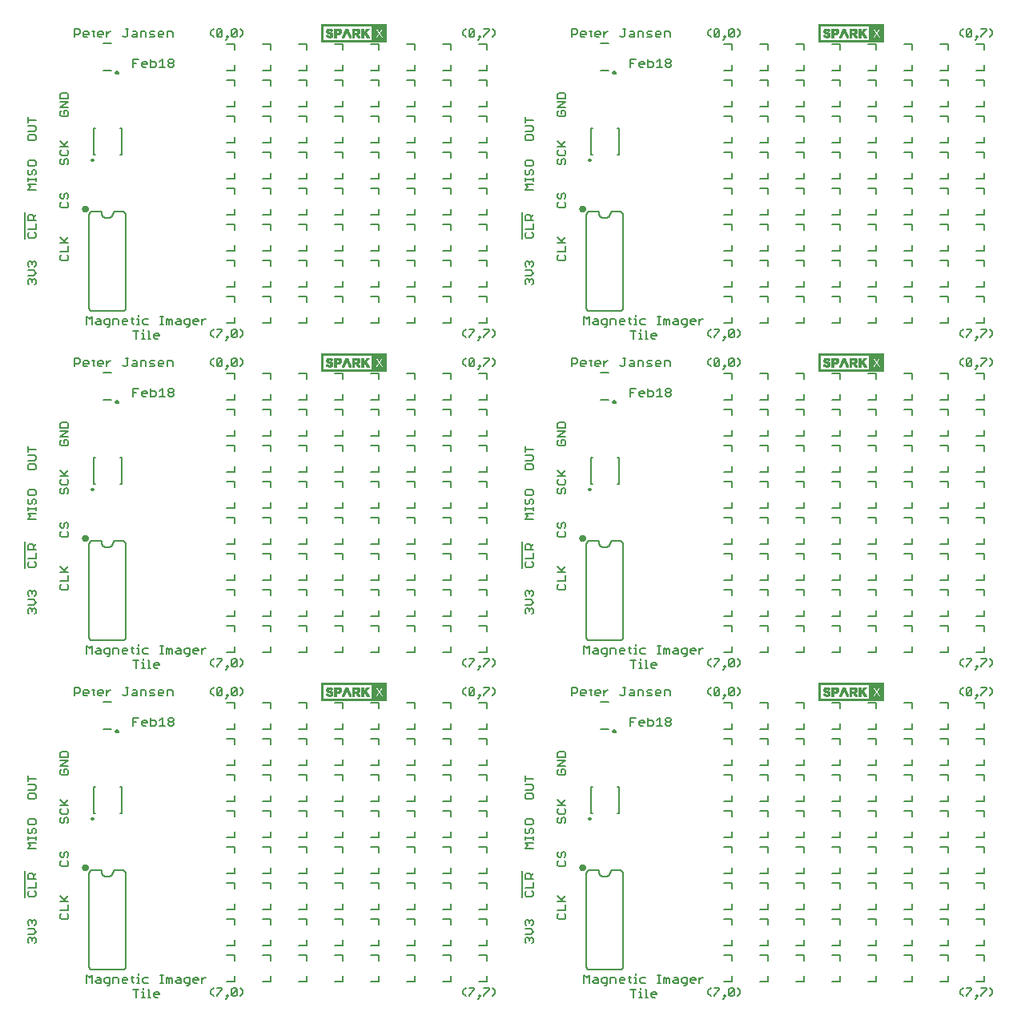
<source format=gto>
G75*
%MOIN*%
%OFA0B0*%
%FSLAX25Y25*%
%IPPOS*%
%LPD*%
%AMOC8*
5,1,8,0,0,1.08239X$1,22.5*
%
%ADD10C,0.00600*%
%ADD11C,0.00800*%
%ADD12C,0.00787*%
%ADD13C,0.00010*%
%ADD14C,0.00039*%
D10*
X0030864Y0053800D02*
X0030297Y0054367D01*
X0030297Y0055501D01*
X0030864Y0056069D01*
X0031431Y0056069D01*
X0031999Y0055501D01*
X0032566Y0056069D01*
X0033133Y0056069D01*
X0033700Y0055501D01*
X0033700Y0054367D01*
X0033133Y0053800D01*
X0031999Y0054934D02*
X0031999Y0055501D01*
X0032566Y0057483D02*
X0033700Y0058617D01*
X0032566Y0059752D01*
X0030297Y0059752D01*
X0030864Y0061166D02*
X0030297Y0061733D01*
X0030297Y0062868D01*
X0030864Y0063435D01*
X0031431Y0063435D01*
X0031999Y0062868D01*
X0032566Y0063435D01*
X0033133Y0063435D01*
X0033700Y0062868D01*
X0033700Y0061733D01*
X0033133Y0061166D01*
X0031999Y0062301D02*
X0031999Y0062868D01*
X0032566Y0057483D02*
X0030297Y0057483D01*
X0043797Y0064367D02*
X0044364Y0063800D01*
X0046633Y0063800D01*
X0047200Y0064367D01*
X0047200Y0065501D01*
X0046633Y0066069D01*
X0047200Y0067483D02*
X0047200Y0069752D01*
X0047200Y0071166D02*
X0043797Y0071166D01*
X0045499Y0071733D02*
X0047200Y0073435D01*
X0046066Y0071166D02*
X0043797Y0073435D01*
X0043797Y0067483D02*
X0047200Y0067483D01*
X0044364Y0066069D02*
X0043797Y0065501D01*
X0043797Y0064367D01*
X0033700Y0073867D02*
X0033700Y0075001D01*
X0033133Y0075569D01*
X0033700Y0076983D02*
X0030297Y0076983D01*
X0030864Y0075569D02*
X0030297Y0075001D01*
X0030297Y0073867D01*
X0030864Y0073300D01*
X0033133Y0073300D01*
X0033700Y0073867D01*
X0033700Y0076983D02*
X0033700Y0079252D01*
X0033700Y0080666D02*
X0030297Y0080666D01*
X0030297Y0082368D01*
X0030864Y0082935D01*
X0031999Y0082935D01*
X0032566Y0082368D01*
X0032566Y0080666D01*
X0032566Y0081801D02*
X0033700Y0082935D01*
X0029100Y0084049D02*
X0029100Y0073000D01*
X0043797Y0086367D02*
X0044364Y0085800D01*
X0046633Y0085800D01*
X0047200Y0086367D01*
X0047200Y0087501D01*
X0046633Y0088069D01*
X0046633Y0089483D02*
X0047200Y0090050D01*
X0047200Y0091185D01*
X0046633Y0091752D01*
X0046066Y0091752D01*
X0045499Y0091185D01*
X0045499Y0090050D01*
X0044931Y0089483D01*
X0044364Y0089483D01*
X0043797Y0090050D01*
X0043797Y0091185D01*
X0044364Y0091752D01*
X0044364Y0088069D02*
X0043797Y0087501D01*
X0043797Y0086367D01*
X0033700Y0093300D02*
X0030297Y0093300D01*
X0031431Y0094434D01*
X0030297Y0095569D01*
X0033700Y0095569D01*
X0033700Y0096983D02*
X0033700Y0098117D01*
X0033700Y0097550D02*
X0030297Y0097550D01*
X0030297Y0096983D02*
X0030297Y0098117D01*
X0030864Y0099439D02*
X0031431Y0099439D01*
X0031999Y0100006D01*
X0031999Y0101140D01*
X0032566Y0101707D01*
X0033133Y0101707D01*
X0033700Y0101140D01*
X0033700Y0100006D01*
X0033133Y0099439D01*
X0030864Y0099439D02*
X0030297Y0100006D01*
X0030297Y0101140D01*
X0030864Y0101707D01*
X0030864Y0103122D02*
X0033133Y0103122D01*
X0033700Y0103689D01*
X0033700Y0104823D01*
X0033133Y0105390D01*
X0030864Y0105390D01*
X0030297Y0104823D01*
X0030297Y0103689D01*
X0030864Y0103122D01*
X0030864Y0113800D02*
X0033133Y0113800D01*
X0033700Y0114367D01*
X0033700Y0115501D01*
X0033133Y0116069D01*
X0030864Y0116069D01*
X0030297Y0115501D01*
X0030297Y0114367D01*
X0030864Y0113800D01*
X0030297Y0117483D02*
X0033133Y0117483D01*
X0033700Y0118050D01*
X0033700Y0119185D01*
X0033133Y0119752D01*
X0030297Y0119752D01*
X0030297Y0121166D02*
X0030297Y0123435D01*
X0030297Y0122301D02*
X0033700Y0122301D01*
X0043797Y0124367D02*
X0044364Y0123800D01*
X0046633Y0123800D01*
X0047200Y0124367D01*
X0047200Y0125501D01*
X0046633Y0126069D01*
X0045499Y0126069D01*
X0045499Y0124934D01*
X0044364Y0126069D02*
X0043797Y0125501D01*
X0043797Y0124367D01*
X0043797Y0127483D02*
X0047200Y0129752D01*
X0043797Y0129752D01*
X0043797Y0131166D02*
X0043797Y0132868D01*
X0044364Y0133435D01*
X0046633Y0133435D01*
X0047200Y0132868D01*
X0047200Y0131166D01*
X0043797Y0131166D01*
X0043797Y0127483D02*
X0047200Y0127483D01*
X0047200Y0113435D02*
X0045499Y0111733D01*
X0046066Y0111166D02*
X0043797Y0113435D01*
X0043797Y0111166D02*
X0047200Y0111166D01*
X0046633Y0109752D02*
X0047200Y0109185D01*
X0047200Y0108050D01*
X0046633Y0107483D01*
X0044364Y0107483D01*
X0043797Y0108050D01*
X0043797Y0109185D01*
X0044364Y0109752D01*
X0044364Y0106069D02*
X0043797Y0105501D01*
X0043797Y0104367D01*
X0044364Y0103800D01*
X0044931Y0103800D01*
X0045499Y0104367D01*
X0045499Y0105501D01*
X0046066Y0106069D01*
X0046633Y0106069D01*
X0047200Y0105501D01*
X0047200Y0104367D01*
X0046633Y0103800D01*
X0074092Y0144300D02*
X0074092Y0147703D01*
X0076361Y0147703D01*
X0075226Y0146001D02*
X0074092Y0146001D01*
X0077775Y0146001D02*
X0078342Y0146569D01*
X0079477Y0146569D01*
X0080044Y0146001D01*
X0080044Y0145434D01*
X0077775Y0145434D01*
X0077775Y0144867D02*
X0077775Y0146001D01*
X0077775Y0144867D02*
X0078342Y0144300D01*
X0079477Y0144300D01*
X0081458Y0144300D02*
X0083160Y0144300D01*
X0083727Y0144867D01*
X0083727Y0146001D01*
X0083160Y0146569D01*
X0081458Y0146569D01*
X0081458Y0147703D02*
X0081458Y0144300D01*
X0085142Y0144300D02*
X0087410Y0144300D01*
X0086276Y0144300D02*
X0086276Y0147703D01*
X0085142Y0146569D01*
X0088825Y0146569D02*
X0089392Y0146001D01*
X0090526Y0146001D01*
X0091093Y0145434D01*
X0091093Y0144867D01*
X0090526Y0144300D01*
X0089392Y0144300D01*
X0088825Y0144867D01*
X0088825Y0145434D01*
X0089392Y0146001D01*
X0088825Y0146569D02*
X0088825Y0147136D01*
X0089392Y0147703D01*
X0090526Y0147703D01*
X0091093Y0147136D01*
X0091093Y0146569D01*
X0090526Y0146001D01*
X0090564Y0156800D02*
X0090564Y0158501D01*
X0089996Y0159069D01*
X0088295Y0159069D01*
X0088295Y0156800D01*
X0086880Y0157934D02*
X0084612Y0157934D01*
X0084612Y0157367D02*
X0084612Y0158501D01*
X0085179Y0159069D01*
X0086313Y0159069D01*
X0086880Y0158501D01*
X0086880Y0157934D01*
X0086313Y0156800D02*
X0085179Y0156800D01*
X0084612Y0157367D01*
X0083197Y0157367D02*
X0082630Y0157934D01*
X0081496Y0157934D01*
X0080929Y0158501D01*
X0081496Y0159069D01*
X0083197Y0159069D01*
X0083197Y0157367D02*
X0082630Y0156800D01*
X0080929Y0156800D01*
X0079514Y0156800D02*
X0079514Y0158501D01*
X0078947Y0159069D01*
X0077245Y0159069D01*
X0077245Y0156800D01*
X0075831Y0156800D02*
X0074129Y0156800D01*
X0073562Y0157367D01*
X0074129Y0157934D01*
X0075831Y0157934D01*
X0075831Y0158501D02*
X0075831Y0156800D01*
X0075831Y0158501D02*
X0075264Y0159069D01*
X0074129Y0159069D01*
X0072148Y0160203D02*
X0071013Y0160203D01*
X0071581Y0160203D02*
X0071581Y0157367D01*
X0071013Y0156800D01*
X0070446Y0156800D01*
X0069879Y0157367D01*
X0064828Y0159069D02*
X0064261Y0159069D01*
X0063127Y0157934D01*
X0063127Y0156800D02*
X0063127Y0159069D01*
X0061712Y0158501D02*
X0061712Y0157934D01*
X0059444Y0157934D01*
X0059444Y0157367D02*
X0059444Y0158501D01*
X0060011Y0159069D01*
X0061145Y0159069D01*
X0061712Y0158501D01*
X0061145Y0156800D02*
X0060011Y0156800D01*
X0059444Y0157367D01*
X0058122Y0156800D02*
X0057555Y0157367D01*
X0057555Y0159636D01*
X0056988Y0159069D02*
X0058122Y0159069D01*
X0055574Y0158501D02*
X0055574Y0157934D01*
X0053305Y0157934D01*
X0053305Y0157367D02*
X0053305Y0158501D01*
X0053872Y0159069D01*
X0055006Y0159069D01*
X0055574Y0158501D01*
X0055006Y0156800D02*
X0053872Y0156800D01*
X0053305Y0157367D01*
X0051891Y0158501D02*
X0051323Y0157934D01*
X0049622Y0157934D01*
X0049622Y0156800D02*
X0049622Y0160203D01*
X0051323Y0160203D01*
X0051891Y0159636D01*
X0051891Y0158501D01*
X0054825Y0174300D02*
X0054825Y0177703D01*
X0055959Y0176569D01*
X0057094Y0177703D01*
X0057094Y0174300D01*
X0058508Y0174867D02*
X0059075Y0175434D01*
X0060777Y0175434D01*
X0060777Y0176001D02*
X0060777Y0174300D01*
X0059075Y0174300D01*
X0058508Y0174867D01*
X0059075Y0176569D02*
X0060209Y0176569D01*
X0060777Y0176001D01*
X0062191Y0176001D02*
X0062191Y0174867D01*
X0062758Y0174300D01*
X0064460Y0174300D01*
X0064460Y0173733D02*
X0064460Y0176569D01*
X0062758Y0176569D01*
X0062191Y0176001D01*
X0063325Y0173166D02*
X0063893Y0173166D01*
X0064460Y0173733D01*
X0065874Y0174300D02*
X0065874Y0176569D01*
X0067576Y0176569D01*
X0068143Y0176001D01*
X0068143Y0174300D01*
X0069557Y0174867D02*
X0069557Y0176001D01*
X0070125Y0176569D01*
X0071259Y0176569D01*
X0071826Y0176001D01*
X0071826Y0175434D01*
X0069557Y0175434D01*
X0069557Y0174867D02*
X0070125Y0174300D01*
X0071259Y0174300D01*
X0073808Y0174867D02*
X0074375Y0174300D01*
X0073808Y0174867D02*
X0073808Y0177136D01*
X0073241Y0176569D02*
X0074375Y0176569D01*
X0075696Y0176569D02*
X0076263Y0176569D01*
X0076263Y0174300D01*
X0075696Y0174300D02*
X0076830Y0174300D01*
X0078151Y0174867D02*
X0078719Y0174300D01*
X0080420Y0174300D01*
X0080420Y0176569D02*
X0078719Y0176569D01*
X0078151Y0176001D01*
X0078151Y0174867D01*
X0078412Y0172270D02*
X0078412Y0171703D01*
X0078412Y0170569D02*
X0078412Y0168300D01*
X0077845Y0168300D02*
X0078979Y0168300D01*
X0080300Y0168300D02*
X0081434Y0168300D01*
X0080867Y0168300D02*
X0080867Y0171703D01*
X0080300Y0171703D01*
X0078412Y0170569D02*
X0077845Y0170569D01*
X0076430Y0171703D02*
X0074161Y0171703D01*
X0075296Y0171703D02*
X0075296Y0168300D01*
X0082755Y0168867D02*
X0082755Y0170001D01*
X0083323Y0170569D01*
X0084457Y0170569D01*
X0085024Y0170001D01*
X0085024Y0169434D01*
X0082755Y0169434D01*
X0082755Y0168867D02*
X0083323Y0168300D01*
X0084457Y0168300D01*
X0085518Y0174300D02*
X0086652Y0174300D01*
X0086085Y0174300D02*
X0086085Y0177703D01*
X0085518Y0177703D02*
X0086652Y0177703D01*
X0087973Y0176569D02*
X0088540Y0176569D01*
X0089107Y0176001D01*
X0089675Y0176569D01*
X0090242Y0176001D01*
X0090242Y0174300D01*
X0089107Y0174300D02*
X0089107Y0176001D01*
X0087973Y0176569D02*
X0087973Y0174300D01*
X0091656Y0174867D02*
X0092223Y0175434D01*
X0093925Y0175434D01*
X0093925Y0176001D02*
X0093925Y0174300D01*
X0092223Y0174300D01*
X0091656Y0174867D01*
X0092223Y0176569D02*
X0093358Y0176569D01*
X0093925Y0176001D01*
X0095339Y0176001D02*
X0095339Y0174867D01*
X0095907Y0174300D01*
X0097608Y0174300D01*
X0097608Y0173733D02*
X0097608Y0176569D01*
X0095907Y0176569D01*
X0095339Y0176001D01*
X0096474Y0173166D02*
X0097041Y0173166D01*
X0097608Y0173733D01*
X0099023Y0174867D02*
X0099023Y0176001D01*
X0099590Y0176569D01*
X0100724Y0176569D01*
X0101291Y0176001D01*
X0101291Y0175434D01*
X0099023Y0175434D01*
X0099023Y0174867D02*
X0099590Y0174300D01*
X0100724Y0174300D01*
X0102706Y0174300D02*
X0102706Y0176569D01*
X0103840Y0176569D02*
X0104407Y0176569D01*
X0103840Y0176569D02*
X0102706Y0175434D01*
X0106434Y0171069D02*
X0107568Y0172203D01*
X0108889Y0172203D02*
X0111158Y0172203D01*
X0111158Y0171636D01*
X0108889Y0169367D01*
X0108889Y0168800D01*
X0107568Y0168800D02*
X0106434Y0169934D01*
X0106434Y0171069D01*
X0113139Y0169367D02*
X0113139Y0168800D01*
X0113707Y0168800D01*
X0113707Y0169367D01*
X0113139Y0169367D01*
X0113707Y0168800D02*
X0112572Y0167666D01*
X0115028Y0169367D02*
X0117296Y0171636D01*
X0117296Y0169367D01*
X0116729Y0168800D01*
X0115595Y0168800D01*
X0115028Y0169367D01*
X0115028Y0171636D01*
X0115595Y0172203D01*
X0116729Y0172203D01*
X0117296Y0171636D01*
X0118711Y0172203D02*
X0119845Y0171069D01*
X0119845Y0169934D01*
X0118711Y0168800D01*
X0118711Y0160203D02*
X0119845Y0159069D01*
X0119845Y0157934D01*
X0118711Y0156800D01*
X0117296Y0157367D02*
X0116729Y0156800D01*
X0115595Y0156800D01*
X0115028Y0157367D01*
X0117296Y0159636D01*
X0117296Y0157367D01*
X0115028Y0157367D02*
X0115028Y0159636D01*
X0115595Y0160203D01*
X0116729Y0160203D01*
X0117296Y0159636D01*
X0113707Y0157367D02*
X0113139Y0157367D01*
X0113139Y0156800D01*
X0113707Y0156800D01*
X0113707Y0157367D01*
X0113707Y0156800D02*
X0112572Y0155666D01*
X0111158Y0157367D02*
X0110591Y0156800D01*
X0109456Y0156800D01*
X0108889Y0157367D01*
X0111158Y0159636D01*
X0111158Y0157367D01*
X0111158Y0159636D02*
X0110591Y0160203D01*
X0109456Y0160203D01*
X0108889Y0159636D01*
X0108889Y0157367D01*
X0107568Y0156800D02*
X0106434Y0157934D01*
X0106434Y0159069D01*
X0107568Y0160203D01*
X0076263Y0177703D02*
X0076263Y0178270D01*
X0047200Y0201367D02*
X0047200Y0202501D01*
X0046633Y0203069D01*
X0047200Y0204483D02*
X0047200Y0206752D01*
X0047200Y0208166D02*
X0043797Y0208166D01*
X0045499Y0208733D02*
X0047200Y0210435D01*
X0046066Y0208166D02*
X0043797Y0210435D01*
X0043797Y0204483D02*
X0047200Y0204483D01*
X0047200Y0201367D02*
X0046633Y0200800D01*
X0044364Y0200800D01*
X0043797Y0201367D01*
X0043797Y0202501D01*
X0044364Y0203069D01*
X0033700Y0199868D02*
X0033700Y0198733D01*
X0033133Y0198166D01*
X0032566Y0196752D02*
X0030297Y0196752D01*
X0030864Y0198166D02*
X0030297Y0198733D01*
X0030297Y0199868D01*
X0030864Y0200435D01*
X0031431Y0200435D01*
X0031999Y0199868D01*
X0032566Y0200435D01*
X0033133Y0200435D01*
X0033700Y0199868D01*
X0031999Y0199868D02*
X0031999Y0199301D01*
X0032566Y0196752D02*
X0033700Y0195617D01*
X0032566Y0194483D01*
X0030297Y0194483D01*
X0030864Y0193069D02*
X0031431Y0193069D01*
X0031999Y0192501D01*
X0032566Y0193069D01*
X0033133Y0193069D01*
X0033700Y0192501D01*
X0033700Y0191367D01*
X0033133Y0190800D01*
X0031999Y0191934D02*
X0031999Y0192501D01*
X0030864Y0193069D02*
X0030297Y0192501D01*
X0030297Y0191367D01*
X0030864Y0190800D01*
X0029100Y0210000D02*
X0029100Y0221049D01*
X0030297Y0219368D02*
X0030864Y0219935D01*
X0031999Y0219935D01*
X0032566Y0219368D01*
X0032566Y0217666D01*
X0033700Y0217666D02*
X0030297Y0217666D01*
X0030297Y0219368D01*
X0032566Y0218801D02*
X0033700Y0219935D01*
X0033700Y0216252D02*
X0033700Y0213983D01*
X0030297Y0213983D01*
X0030864Y0212569D02*
X0030297Y0212001D01*
X0030297Y0210867D01*
X0030864Y0210300D01*
X0033133Y0210300D01*
X0033700Y0210867D01*
X0033700Y0212001D01*
X0033133Y0212569D01*
X0043797Y0223367D02*
X0044364Y0222800D01*
X0046633Y0222800D01*
X0047200Y0223367D01*
X0047200Y0224501D01*
X0046633Y0225069D01*
X0046633Y0226483D02*
X0047200Y0227050D01*
X0047200Y0228185D01*
X0046633Y0228752D01*
X0046066Y0228752D01*
X0045499Y0228185D01*
X0045499Y0227050D01*
X0044931Y0226483D01*
X0044364Y0226483D01*
X0043797Y0227050D01*
X0043797Y0228185D01*
X0044364Y0228752D01*
X0044364Y0225069D02*
X0043797Y0224501D01*
X0043797Y0223367D01*
X0033700Y0230300D02*
X0030297Y0230300D01*
X0031431Y0231434D01*
X0030297Y0232569D01*
X0033700Y0232569D01*
X0033700Y0233983D02*
X0033700Y0235117D01*
X0033700Y0234550D02*
X0030297Y0234550D01*
X0030297Y0233983D02*
X0030297Y0235117D01*
X0030864Y0236439D02*
X0031431Y0236439D01*
X0031999Y0237006D01*
X0031999Y0238140D01*
X0032566Y0238707D01*
X0033133Y0238707D01*
X0033700Y0238140D01*
X0033700Y0237006D01*
X0033133Y0236439D01*
X0030864Y0236439D02*
X0030297Y0237006D01*
X0030297Y0238140D01*
X0030864Y0238707D01*
X0030864Y0240122D02*
X0033133Y0240122D01*
X0033700Y0240689D01*
X0033700Y0241823D01*
X0033133Y0242390D01*
X0030864Y0242390D01*
X0030297Y0241823D01*
X0030297Y0240689D01*
X0030864Y0240122D01*
X0030864Y0250800D02*
X0033133Y0250800D01*
X0033700Y0251367D01*
X0033700Y0252501D01*
X0033133Y0253069D01*
X0030864Y0253069D01*
X0030297Y0252501D01*
X0030297Y0251367D01*
X0030864Y0250800D01*
X0030297Y0254483D02*
X0033133Y0254483D01*
X0033700Y0255050D01*
X0033700Y0256185D01*
X0033133Y0256752D01*
X0030297Y0256752D01*
X0030297Y0258166D02*
X0030297Y0260435D01*
X0030297Y0259301D02*
X0033700Y0259301D01*
X0043797Y0261367D02*
X0044364Y0260800D01*
X0046633Y0260800D01*
X0047200Y0261367D01*
X0047200Y0262501D01*
X0046633Y0263069D01*
X0045499Y0263069D01*
X0045499Y0261934D01*
X0044364Y0263069D02*
X0043797Y0262501D01*
X0043797Y0261367D01*
X0043797Y0264483D02*
X0047200Y0266752D01*
X0043797Y0266752D01*
X0043797Y0268166D02*
X0043797Y0269868D01*
X0044364Y0270435D01*
X0046633Y0270435D01*
X0047200Y0269868D01*
X0047200Y0268166D01*
X0043797Y0268166D01*
X0043797Y0264483D02*
X0047200Y0264483D01*
X0047200Y0250435D02*
X0045499Y0248733D01*
X0046066Y0248166D02*
X0043797Y0250435D01*
X0043797Y0248166D02*
X0047200Y0248166D01*
X0046633Y0246752D02*
X0047200Y0246185D01*
X0047200Y0245050D01*
X0046633Y0244483D01*
X0044364Y0244483D01*
X0043797Y0245050D01*
X0043797Y0246185D01*
X0044364Y0246752D01*
X0044364Y0243069D02*
X0043797Y0242501D01*
X0043797Y0241367D01*
X0044364Y0240800D01*
X0044931Y0240800D01*
X0045499Y0241367D01*
X0045499Y0242501D01*
X0046066Y0243069D01*
X0046633Y0243069D01*
X0047200Y0242501D01*
X0047200Y0241367D01*
X0046633Y0240800D01*
X0074092Y0281300D02*
X0074092Y0284703D01*
X0076361Y0284703D01*
X0075226Y0283001D02*
X0074092Y0283001D01*
X0077775Y0283001D02*
X0077775Y0281867D01*
X0078342Y0281300D01*
X0079477Y0281300D01*
X0080044Y0282434D02*
X0077775Y0282434D01*
X0077775Y0283001D02*
X0078342Y0283569D01*
X0079477Y0283569D01*
X0080044Y0283001D01*
X0080044Y0282434D01*
X0081458Y0281300D02*
X0083160Y0281300D01*
X0083727Y0281867D01*
X0083727Y0283001D01*
X0083160Y0283569D01*
X0081458Y0283569D01*
X0081458Y0284703D02*
X0081458Y0281300D01*
X0085142Y0281300D02*
X0087410Y0281300D01*
X0086276Y0281300D02*
X0086276Y0284703D01*
X0085142Y0283569D01*
X0088825Y0283569D02*
X0088825Y0284136D01*
X0089392Y0284703D01*
X0090526Y0284703D01*
X0091093Y0284136D01*
X0091093Y0283569D01*
X0090526Y0283001D01*
X0089392Y0283001D01*
X0088825Y0283569D01*
X0089392Y0283001D02*
X0088825Y0282434D01*
X0088825Y0281867D01*
X0089392Y0281300D01*
X0090526Y0281300D01*
X0091093Y0281867D01*
X0091093Y0282434D01*
X0090526Y0283001D01*
X0090564Y0293800D02*
X0090564Y0295501D01*
X0089996Y0296069D01*
X0088295Y0296069D01*
X0088295Y0293800D01*
X0086880Y0294934D02*
X0084612Y0294934D01*
X0084612Y0294367D02*
X0084612Y0295501D01*
X0085179Y0296069D01*
X0086313Y0296069D01*
X0086880Y0295501D01*
X0086880Y0294934D01*
X0086313Y0293800D02*
X0085179Y0293800D01*
X0084612Y0294367D01*
X0083197Y0294367D02*
X0082630Y0294934D01*
X0081496Y0294934D01*
X0080929Y0295501D01*
X0081496Y0296069D01*
X0083197Y0296069D01*
X0083197Y0294367D02*
X0082630Y0293800D01*
X0080929Y0293800D01*
X0079514Y0293800D02*
X0079514Y0295501D01*
X0078947Y0296069D01*
X0077245Y0296069D01*
X0077245Y0293800D01*
X0075831Y0293800D02*
X0074129Y0293800D01*
X0073562Y0294367D01*
X0074129Y0294934D01*
X0075831Y0294934D01*
X0075831Y0295501D02*
X0075831Y0293800D01*
X0075831Y0295501D02*
X0075264Y0296069D01*
X0074129Y0296069D01*
X0072148Y0297203D02*
X0071013Y0297203D01*
X0071581Y0297203D02*
X0071581Y0294367D01*
X0071013Y0293800D01*
X0070446Y0293800D01*
X0069879Y0294367D01*
X0064828Y0296069D02*
X0064261Y0296069D01*
X0063127Y0294934D01*
X0063127Y0293800D02*
X0063127Y0296069D01*
X0061712Y0295501D02*
X0061712Y0294934D01*
X0059444Y0294934D01*
X0059444Y0294367D02*
X0059444Y0295501D01*
X0060011Y0296069D01*
X0061145Y0296069D01*
X0061712Y0295501D01*
X0061145Y0293800D02*
X0060011Y0293800D01*
X0059444Y0294367D01*
X0058122Y0293800D02*
X0057555Y0294367D01*
X0057555Y0296636D01*
X0056988Y0296069D02*
X0058122Y0296069D01*
X0055574Y0295501D02*
X0055574Y0294934D01*
X0053305Y0294934D01*
X0053305Y0294367D02*
X0053305Y0295501D01*
X0053872Y0296069D01*
X0055006Y0296069D01*
X0055574Y0295501D01*
X0055006Y0293800D02*
X0053872Y0293800D01*
X0053305Y0294367D01*
X0051891Y0295501D02*
X0051323Y0294934D01*
X0049622Y0294934D01*
X0049622Y0293800D02*
X0049622Y0297203D01*
X0051323Y0297203D01*
X0051891Y0296636D01*
X0051891Y0295501D01*
X0054825Y0311300D02*
X0054825Y0314703D01*
X0055959Y0313569D01*
X0057094Y0314703D01*
X0057094Y0311300D01*
X0058508Y0311867D02*
X0059075Y0312434D01*
X0060777Y0312434D01*
X0060777Y0313001D02*
X0060777Y0311300D01*
X0059075Y0311300D01*
X0058508Y0311867D01*
X0059075Y0313569D02*
X0060209Y0313569D01*
X0060777Y0313001D01*
X0062191Y0313001D02*
X0062191Y0311867D01*
X0062758Y0311300D01*
X0064460Y0311300D01*
X0064460Y0310733D02*
X0064460Y0313569D01*
X0062758Y0313569D01*
X0062191Y0313001D01*
X0063325Y0310166D02*
X0063893Y0310166D01*
X0064460Y0310733D01*
X0065874Y0311300D02*
X0065874Y0313569D01*
X0067576Y0313569D01*
X0068143Y0313001D01*
X0068143Y0311300D01*
X0069557Y0311867D02*
X0069557Y0313001D01*
X0070125Y0313569D01*
X0071259Y0313569D01*
X0071826Y0313001D01*
X0071826Y0312434D01*
X0069557Y0312434D01*
X0069557Y0311867D02*
X0070125Y0311300D01*
X0071259Y0311300D01*
X0073808Y0311867D02*
X0074375Y0311300D01*
X0073808Y0311867D02*
X0073808Y0314136D01*
X0073241Y0313569D02*
X0074375Y0313569D01*
X0075696Y0313569D02*
X0076263Y0313569D01*
X0076263Y0311300D01*
X0075696Y0311300D02*
X0076830Y0311300D01*
X0078151Y0311867D02*
X0078719Y0311300D01*
X0080420Y0311300D01*
X0080420Y0313569D02*
X0078719Y0313569D01*
X0078151Y0313001D01*
X0078151Y0311867D01*
X0078412Y0309270D02*
X0078412Y0308703D01*
X0078412Y0307569D02*
X0078412Y0305300D01*
X0077845Y0305300D02*
X0078979Y0305300D01*
X0080300Y0305300D02*
X0081434Y0305300D01*
X0080867Y0305300D02*
X0080867Y0308703D01*
X0080300Y0308703D01*
X0078412Y0307569D02*
X0077845Y0307569D01*
X0076430Y0308703D02*
X0074161Y0308703D01*
X0075296Y0308703D02*
X0075296Y0305300D01*
X0082755Y0305867D02*
X0082755Y0307001D01*
X0083323Y0307569D01*
X0084457Y0307569D01*
X0085024Y0307001D01*
X0085024Y0306434D01*
X0082755Y0306434D01*
X0082755Y0305867D02*
X0083323Y0305300D01*
X0084457Y0305300D01*
X0085518Y0311300D02*
X0086652Y0311300D01*
X0086085Y0311300D02*
X0086085Y0314703D01*
X0085518Y0314703D02*
X0086652Y0314703D01*
X0087973Y0313569D02*
X0087973Y0311300D01*
X0089107Y0311300D02*
X0089107Y0313001D01*
X0089675Y0313569D01*
X0090242Y0313001D01*
X0090242Y0311300D01*
X0091656Y0311867D02*
X0092223Y0312434D01*
X0093925Y0312434D01*
X0093925Y0313001D02*
X0093925Y0311300D01*
X0092223Y0311300D01*
X0091656Y0311867D01*
X0092223Y0313569D02*
X0093358Y0313569D01*
X0093925Y0313001D01*
X0095339Y0313001D02*
X0095339Y0311867D01*
X0095907Y0311300D01*
X0097608Y0311300D01*
X0097608Y0310733D02*
X0097608Y0313569D01*
X0095907Y0313569D01*
X0095339Y0313001D01*
X0096474Y0310166D02*
X0097041Y0310166D01*
X0097608Y0310733D01*
X0099023Y0311867D02*
X0099023Y0313001D01*
X0099590Y0313569D01*
X0100724Y0313569D01*
X0101291Y0313001D01*
X0101291Y0312434D01*
X0099023Y0312434D01*
X0099023Y0311867D02*
X0099590Y0311300D01*
X0100724Y0311300D01*
X0102706Y0311300D02*
X0102706Y0313569D01*
X0103840Y0313569D02*
X0104407Y0313569D01*
X0103840Y0313569D02*
X0102706Y0312434D01*
X0106434Y0308069D02*
X0107568Y0309203D01*
X0108889Y0309203D02*
X0111158Y0309203D01*
X0111158Y0308636D01*
X0108889Y0306367D01*
X0108889Y0305800D01*
X0107568Y0305800D02*
X0106434Y0306934D01*
X0106434Y0308069D01*
X0113139Y0306367D02*
X0113139Y0305800D01*
X0113707Y0305800D01*
X0113707Y0306367D01*
X0113139Y0306367D01*
X0113707Y0305800D02*
X0112572Y0304666D01*
X0115028Y0306367D02*
X0117296Y0308636D01*
X0117296Y0306367D01*
X0116729Y0305800D01*
X0115595Y0305800D01*
X0115028Y0306367D01*
X0115028Y0308636D01*
X0115595Y0309203D01*
X0116729Y0309203D01*
X0117296Y0308636D01*
X0118711Y0309203D02*
X0119845Y0308069D01*
X0119845Y0306934D01*
X0118711Y0305800D01*
X0118711Y0297203D02*
X0119845Y0296069D01*
X0119845Y0294934D01*
X0118711Y0293800D01*
X0117296Y0294367D02*
X0116729Y0293800D01*
X0115595Y0293800D01*
X0115028Y0294367D01*
X0117296Y0296636D01*
X0117296Y0294367D01*
X0115028Y0294367D02*
X0115028Y0296636D01*
X0115595Y0297203D01*
X0116729Y0297203D01*
X0117296Y0296636D01*
X0113707Y0294367D02*
X0113139Y0294367D01*
X0113139Y0293800D01*
X0113707Y0293800D01*
X0113707Y0294367D01*
X0113707Y0293800D02*
X0112572Y0292666D01*
X0111158Y0294367D02*
X0110591Y0293800D01*
X0109456Y0293800D01*
X0108889Y0294367D01*
X0111158Y0296636D01*
X0111158Y0294367D01*
X0111158Y0296636D02*
X0110591Y0297203D01*
X0109456Y0297203D01*
X0108889Y0296636D01*
X0108889Y0294367D01*
X0107568Y0293800D02*
X0106434Y0294934D01*
X0106434Y0296069D01*
X0107568Y0297203D01*
X0089107Y0313001D02*
X0088540Y0313569D01*
X0087973Y0313569D01*
X0076263Y0314703D02*
X0076263Y0315270D01*
X0047200Y0338367D02*
X0047200Y0339501D01*
X0046633Y0340069D01*
X0047200Y0341483D02*
X0047200Y0343752D01*
X0047200Y0345166D02*
X0043797Y0345166D01*
X0045499Y0345733D02*
X0047200Y0347435D01*
X0046066Y0345166D02*
X0043797Y0347435D01*
X0043797Y0341483D02*
X0047200Y0341483D01*
X0047200Y0338367D02*
X0046633Y0337800D01*
X0044364Y0337800D01*
X0043797Y0338367D01*
X0043797Y0339501D01*
X0044364Y0340069D01*
X0033700Y0336868D02*
X0033700Y0335733D01*
X0033133Y0335166D01*
X0032566Y0333752D02*
X0033700Y0332617D01*
X0032566Y0331483D01*
X0030297Y0331483D01*
X0030864Y0330069D02*
X0031431Y0330069D01*
X0031999Y0329501D01*
X0032566Y0330069D01*
X0033133Y0330069D01*
X0033700Y0329501D01*
X0033700Y0328367D01*
X0033133Y0327800D01*
X0031999Y0328934D02*
X0031999Y0329501D01*
X0030864Y0330069D02*
X0030297Y0329501D01*
X0030297Y0328367D01*
X0030864Y0327800D01*
X0030297Y0333752D02*
X0032566Y0333752D01*
X0030864Y0335166D02*
X0030297Y0335733D01*
X0030297Y0336868D01*
X0030864Y0337435D01*
X0031431Y0337435D01*
X0031999Y0336868D01*
X0032566Y0337435D01*
X0033133Y0337435D01*
X0033700Y0336868D01*
X0031999Y0336868D02*
X0031999Y0336301D01*
X0030864Y0347300D02*
X0033133Y0347300D01*
X0033700Y0347867D01*
X0033700Y0349001D01*
X0033133Y0349569D01*
X0033700Y0350983D02*
X0033700Y0353252D01*
X0033700Y0354666D02*
X0030297Y0354666D01*
X0030297Y0356368D01*
X0030864Y0356935D01*
X0031999Y0356935D01*
X0032566Y0356368D01*
X0032566Y0354666D01*
X0032566Y0355801D02*
X0033700Y0356935D01*
X0029100Y0358049D02*
X0029100Y0347000D01*
X0030297Y0347867D02*
X0030864Y0347300D01*
X0030297Y0347867D02*
X0030297Y0349001D01*
X0030864Y0349569D01*
X0030297Y0350983D02*
X0033700Y0350983D01*
X0043797Y0360367D02*
X0044364Y0359800D01*
X0046633Y0359800D01*
X0047200Y0360367D01*
X0047200Y0361501D01*
X0046633Y0362069D01*
X0046633Y0363483D02*
X0047200Y0364050D01*
X0047200Y0365185D01*
X0046633Y0365752D01*
X0046066Y0365752D01*
X0045499Y0365185D01*
X0045499Y0364050D01*
X0044931Y0363483D01*
X0044364Y0363483D01*
X0043797Y0364050D01*
X0043797Y0365185D01*
X0044364Y0365752D01*
X0044364Y0362069D02*
X0043797Y0361501D01*
X0043797Y0360367D01*
X0033700Y0367300D02*
X0030297Y0367300D01*
X0031431Y0368434D01*
X0030297Y0369569D01*
X0033700Y0369569D01*
X0033700Y0370983D02*
X0033700Y0372117D01*
X0033700Y0371550D02*
X0030297Y0371550D01*
X0030297Y0370983D02*
X0030297Y0372117D01*
X0030864Y0373439D02*
X0031431Y0373439D01*
X0031999Y0374006D01*
X0031999Y0375140D01*
X0032566Y0375707D01*
X0033133Y0375707D01*
X0033700Y0375140D01*
X0033700Y0374006D01*
X0033133Y0373439D01*
X0030864Y0373439D02*
X0030297Y0374006D01*
X0030297Y0375140D01*
X0030864Y0375707D01*
X0030864Y0377122D02*
X0033133Y0377122D01*
X0033700Y0377689D01*
X0033700Y0378823D01*
X0033133Y0379390D01*
X0030864Y0379390D01*
X0030297Y0378823D01*
X0030297Y0377689D01*
X0030864Y0377122D01*
X0030864Y0387800D02*
X0033133Y0387800D01*
X0033700Y0388367D01*
X0033700Y0389501D01*
X0033133Y0390069D01*
X0030864Y0390069D01*
X0030297Y0389501D01*
X0030297Y0388367D01*
X0030864Y0387800D01*
X0030297Y0391483D02*
X0033133Y0391483D01*
X0033700Y0392050D01*
X0033700Y0393185D01*
X0033133Y0393752D01*
X0030297Y0393752D01*
X0030297Y0395166D02*
X0030297Y0397435D01*
X0030297Y0396301D02*
X0033700Y0396301D01*
X0043797Y0398367D02*
X0043797Y0399501D01*
X0044364Y0400069D01*
X0045499Y0400069D02*
X0045499Y0398934D01*
X0045499Y0400069D02*
X0046633Y0400069D01*
X0047200Y0399501D01*
X0047200Y0398367D01*
X0046633Y0397800D01*
X0044364Y0397800D01*
X0043797Y0398367D01*
X0043797Y0401483D02*
X0047200Y0403752D01*
X0043797Y0403752D01*
X0043797Y0405166D02*
X0043797Y0406868D01*
X0044364Y0407435D01*
X0046633Y0407435D01*
X0047200Y0406868D01*
X0047200Y0405166D01*
X0043797Y0405166D01*
X0043797Y0401483D02*
X0047200Y0401483D01*
X0047200Y0387435D02*
X0045499Y0385733D01*
X0046066Y0385166D02*
X0043797Y0387435D01*
X0043797Y0385166D02*
X0047200Y0385166D01*
X0046633Y0383752D02*
X0047200Y0383185D01*
X0047200Y0382050D01*
X0046633Y0381483D01*
X0044364Y0381483D01*
X0043797Y0382050D01*
X0043797Y0383185D01*
X0044364Y0383752D01*
X0044364Y0380069D02*
X0043797Y0379501D01*
X0043797Y0378367D01*
X0044364Y0377800D01*
X0044931Y0377800D01*
X0045499Y0378367D01*
X0045499Y0379501D01*
X0046066Y0380069D01*
X0046633Y0380069D01*
X0047200Y0379501D01*
X0047200Y0378367D01*
X0046633Y0377800D01*
X0074092Y0418300D02*
X0074092Y0421703D01*
X0076361Y0421703D01*
X0075226Y0420001D02*
X0074092Y0420001D01*
X0077775Y0420001D02*
X0077775Y0418867D01*
X0078342Y0418300D01*
X0079477Y0418300D01*
X0080044Y0419434D02*
X0077775Y0419434D01*
X0077775Y0420001D02*
X0078342Y0420569D01*
X0079477Y0420569D01*
X0080044Y0420001D01*
X0080044Y0419434D01*
X0081458Y0418300D02*
X0081458Y0421703D01*
X0081458Y0420569D02*
X0083160Y0420569D01*
X0083727Y0420001D01*
X0083727Y0418867D01*
X0083160Y0418300D01*
X0081458Y0418300D01*
X0085142Y0418300D02*
X0087410Y0418300D01*
X0086276Y0418300D02*
X0086276Y0421703D01*
X0085142Y0420569D01*
X0088825Y0420569D02*
X0088825Y0421136D01*
X0089392Y0421703D01*
X0090526Y0421703D01*
X0091093Y0421136D01*
X0091093Y0420569D01*
X0090526Y0420001D01*
X0089392Y0420001D01*
X0088825Y0420569D01*
X0089392Y0420001D02*
X0088825Y0419434D01*
X0088825Y0418867D01*
X0089392Y0418300D01*
X0090526Y0418300D01*
X0091093Y0418867D01*
X0091093Y0419434D01*
X0090526Y0420001D01*
X0090564Y0430800D02*
X0090564Y0432501D01*
X0089996Y0433069D01*
X0088295Y0433069D01*
X0088295Y0430800D01*
X0086880Y0431934D02*
X0084612Y0431934D01*
X0084612Y0431367D02*
X0084612Y0432501D01*
X0085179Y0433069D01*
X0086313Y0433069D01*
X0086880Y0432501D01*
X0086880Y0431934D01*
X0086313Y0430800D02*
X0085179Y0430800D01*
X0084612Y0431367D01*
X0083197Y0431367D02*
X0082630Y0431934D01*
X0081496Y0431934D01*
X0080929Y0432501D01*
X0081496Y0433069D01*
X0083197Y0433069D01*
X0083197Y0431367D02*
X0082630Y0430800D01*
X0080929Y0430800D01*
X0079514Y0430800D02*
X0079514Y0432501D01*
X0078947Y0433069D01*
X0077245Y0433069D01*
X0077245Y0430800D01*
X0075831Y0430800D02*
X0074129Y0430800D01*
X0073562Y0431367D01*
X0074129Y0431934D01*
X0075831Y0431934D01*
X0075831Y0432501D02*
X0075831Y0430800D01*
X0075831Y0432501D02*
X0075264Y0433069D01*
X0074129Y0433069D01*
X0072148Y0434203D02*
X0071013Y0434203D01*
X0071581Y0434203D02*
X0071581Y0431367D01*
X0071013Y0430800D01*
X0070446Y0430800D01*
X0069879Y0431367D01*
X0064828Y0433069D02*
X0064261Y0433069D01*
X0063127Y0431934D01*
X0063127Y0430800D02*
X0063127Y0433069D01*
X0061712Y0432501D02*
X0061712Y0431934D01*
X0059444Y0431934D01*
X0059444Y0431367D02*
X0059444Y0432501D01*
X0060011Y0433069D01*
X0061145Y0433069D01*
X0061712Y0432501D01*
X0061145Y0430800D02*
X0060011Y0430800D01*
X0059444Y0431367D01*
X0058122Y0430800D02*
X0057555Y0431367D01*
X0057555Y0433636D01*
X0056988Y0433069D02*
X0058122Y0433069D01*
X0055574Y0432501D02*
X0055574Y0431934D01*
X0053305Y0431934D01*
X0053305Y0431367D02*
X0053305Y0432501D01*
X0053872Y0433069D01*
X0055006Y0433069D01*
X0055574Y0432501D01*
X0055006Y0430800D02*
X0053872Y0430800D01*
X0053305Y0431367D01*
X0051891Y0432501D02*
X0051323Y0431934D01*
X0049622Y0431934D01*
X0049622Y0430800D02*
X0049622Y0434203D01*
X0051323Y0434203D01*
X0051891Y0433636D01*
X0051891Y0432501D01*
X0106434Y0431934D02*
X0106434Y0433069D01*
X0107568Y0434203D01*
X0108889Y0433636D02*
X0109456Y0434203D01*
X0110591Y0434203D01*
X0111158Y0433636D01*
X0108889Y0431367D01*
X0109456Y0430800D01*
X0110591Y0430800D01*
X0111158Y0431367D01*
X0111158Y0433636D01*
X0108889Y0433636D02*
X0108889Y0431367D01*
X0107568Y0430800D02*
X0106434Y0431934D01*
X0112572Y0429666D02*
X0113707Y0430800D01*
X0113139Y0430800D01*
X0113139Y0431367D01*
X0113707Y0431367D01*
X0113707Y0430800D01*
X0115028Y0431367D02*
X0117296Y0433636D01*
X0117296Y0431367D01*
X0116729Y0430800D01*
X0115595Y0430800D01*
X0115028Y0431367D01*
X0115028Y0433636D01*
X0115595Y0434203D01*
X0116729Y0434203D01*
X0117296Y0433636D01*
X0118711Y0434203D02*
X0119845Y0433069D01*
X0119845Y0431934D01*
X0118711Y0430800D01*
X0211434Y0431934D02*
X0211434Y0433069D01*
X0212568Y0434203D01*
X0213889Y0433636D02*
X0214456Y0434203D01*
X0215591Y0434203D01*
X0216158Y0433636D01*
X0213889Y0431367D01*
X0214456Y0430800D01*
X0215591Y0430800D01*
X0216158Y0431367D01*
X0216158Y0433636D01*
X0213889Y0433636D02*
X0213889Y0431367D01*
X0212568Y0430800D02*
X0211434Y0431934D01*
X0217572Y0429666D02*
X0218707Y0430800D01*
X0218139Y0430800D01*
X0218139Y0431367D01*
X0218707Y0431367D01*
X0218707Y0430800D01*
X0220028Y0430800D02*
X0220028Y0431367D01*
X0222296Y0433636D01*
X0222296Y0434203D01*
X0220028Y0434203D01*
X0223711Y0434203D02*
X0224845Y0433069D01*
X0224845Y0431934D01*
X0223711Y0430800D01*
X0250797Y0406868D02*
X0250797Y0405166D01*
X0254200Y0405166D01*
X0254200Y0406868D01*
X0253633Y0407435D01*
X0251364Y0407435D01*
X0250797Y0406868D01*
X0250797Y0403752D02*
X0254200Y0403752D01*
X0250797Y0401483D01*
X0254200Y0401483D01*
X0253633Y0400069D02*
X0252499Y0400069D01*
X0252499Y0398934D01*
X0253633Y0397800D02*
X0254200Y0398367D01*
X0254200Y0399501D01*
X0253633Y0400069D01*
X0251364Y0400069D02*
X0250797Y0399501D01*
X0250797Y0398367D01*
X0251364Y0397800D01*
X0253633Y0397800D01*
X0254200Y0387435D02*
X0252499Y0385733D01*
X0253066Y0385166D02*
X0250797Y0387435D01*
X0250797Y0385166D02*
X0254200Y0385166D01*
X0253633Y0383752D02*
X0254200Y0383185D01*
X0254200Y0382050D01*
X0253633Y0381483D01*
X0251364Y0381483D01*
X0250797Y0382050D01*
X0250797Y0383185D01*
X0251364Y0383752D01*
X0251364Y0380069D02*
X0250797Y0379501D01*
X0250797Y0378367D01*
X0251364Y0377800D01*
X0251931Y0377800D01*
X0252499Y0378367D01*
X0252499Y0379501D01*
X0253066Y0380069D01*
X0253633Y0380069D01*
X0254200Y0379501D01*
X0254200Y0378367D01*
X0253633Y0377800D01*
X0253633Y0365752D02*
X0254200Y0365185D01*
X0254200Y0364050D01*
X0253633Y0363483D01*
X0252499Y0364050D02*
X0252499Y0365185D01*
X0253066Y0365752D01*
X0253633Y0365752D01*
X0252499Y0364050D02*
X0251931Y0363483D01*
X0251364Y0363483D01*
X0250797Y0364050D01*
X0250797Y0365185D01*
X0251364Y0365752D01*
X0251364Y0362069D02*
X0250797Y0361501D01*
X0250797Y0360367D01*
X0251364Y0359800D01*
X0253633Y0359800D01*
X0254200Y0360367D01*
X0254200Y0361501D01*
X0253633Y0362069D01*
X0240700Y0356935D02*
X0239566Y0355801D01*
X0239566Y0356368D02*
X0239566Y0354666D01*
X0240700Y0354666D02*
X0237297Y0354666D01*
X0237297Y0356368D01*
X0237864Y0356935D01*
X0238999Y0356935D01*
X0239566Y0356368D01*
X0240700Y0353252D02*
X0240700Y0350983D01*
X0237297Y0350983D01*
X0237864Y0349569D02*
X0237297Y0349001D01*
X0237297Y0347867D01*
X0237864Y0347300D01*
X0240133Y0347300D01*
X0240700Y0347867D01*
X0240700Y0349001D01*
X0240133Y0349569D01*
X0236100Y0347000D02*
X0236100Y0358049D01*
X0237297Y0367300D02*
X0238431Y0368434D01*
X0237297Y0369569D01*
X0240700Y0369569D01*
X0240700Y0370983D02*
X0240700Y0372117D01*
X0240700Y0371550D02*
X0237297Y0371550D01*
X0237297Y0370983D02*
X0237297Y0372117D01*
X0237864Y0373439D02*
X0238431Y0373439D01*
X0238999Y0374006D01*
X0238999Y0375140D01*
X0239566Y0375707D01*
X0240133Y0375707D01*
X0240700Y0375140D01*
X0240700Y0374006D01*
X0240133Y0373439D01*
X0237864Y0373439D02*
X0237297Y0374006D01*
X0237297Y0375140D01*
X0237864Y0375707D01*
X0237864Y0377122D02*
X0240133Y0377122D01*
X0240700Y0377689D01*
X0240700Y0378823D01*
X0240133Y0379390D01*
X0237864Y0379390D01*
X0237297Y0378823D01*
X0237297Y0377689D01*
X0237864Y0377122D01*
X0237297Y0367300D02*
X0240700Y0367300D01*
X0240133Y0387800D02*
X0240700Y0388367D01*
X0240700Y0389501D01*
X0240133Y0390069D01*
X0237864Y0390069D01*
X0237297Y0389501D01*
X0237297Y0388367D01*
X0237864Y0387800D01*
X0240133Y0387800D01*
X0240133Y0391483D02*
X0240700Y0392050D01*
X0240700Y0393185D01*
X0240133Y0393752D01*
X0237297Y0393752D01*
X0237297Y0395166D02*
X0237297Y0397435D01*
X0237297Y0396301D02*
X0240700Y0396301D01*
X0240133Y0391483D02*
X0237297Y0391483D01*
X0256622Y0430800D02*
X0256622Y0434203D01*
X0258323Y0434203D01*
X0258891Y0433636D01*
X0258891Y0432501D01*
X0258323Y0431934D01*
X0256622Y0431934D01*
X0260305Y0431934D02*
X0262574Y0431934D01*
X0262574Y0432501D01*
X0262006Y0433069D01*
X0260872Y0433069D01*
X0260305Y0432501D01*
X0260305Y0431367D01*
X0260872Y0430800D01*
X0262006Y0430800D01*
X0264555Y0431367D02*
X0265122Y0430800D01*
X0264555Y0431367D02*
X0264555Y0433636D01*
X0263988Y0433069D02*
X0265122Y0433069D01*
X0266444Y0432501D02*
X0267011Y0433069D01*
X0268145Y0433069D01*
X0268712Y0432501D01*
X0268712Y0431934D01*
X0266444Y0431934D01*
X0266444Y0431367D02*
X0266444Y0432501D01*
X0266444Y0431367D02*
X0267011Y0430800D01*
X0268145Y0430800D01*
X0270127Y0430800D02*
X0270127Y0433069D01*
X0271261Y0433069D02*
X0271828Y0433069D01*
X0271261Y0433069D02*
X0270127Y0431934D01*
X0276879Y0431367D02*
X0277446Y0430800D01*
X0278013Y0430800D01*
X0278581Y0431367D01*
X0278581Y0434203D01*
X0279148Y0434203D02*
X0278013Y0434203D01*
X0281129Y0433069D02*
X0282264Y0433069D01*
X0282831Y0432501D01*
X0282831Y0430800D01*
X0281129Y0430800D01*
X0280562Y0431367D01*
X0281129Y0431934D01*
X0282831Y0431934D01*
X0284245Y0430800D02*
X0284245Y0433069D01*
X0285947Y0433069D01*
X0286514Y0432501D01*
X0286514Y0430800D01*
X0287929Y0430800D02*
X0289630Y0430800D01*
X0290197Y0431367D01*
X0289630Y0431934D01*
X0288496Y0431934D01*
X0287929Y0432501D01*
X0288496Y0433069D01*
X0290197Y0433069D01*
X0291612Y0432501D02*
X0292179Y0433069D01*
X0293313Y0433069D01*
X0293880Y0432501D01*
X0293880Y0431934D01*
X0291612Y0431934D01*
X0291612Y0431367D02*
X0291612Y0432501D01*
X0291612Y0431367D02*
X0292179Y0430800D01*
X0293313Y0430800D01*
X0295295Y0430800D02*
X0295295Y0433069D01*
X0296996Y0433069D01*
X0297564Y0432501D01*
X0297564Y0430800D01*
X0297526Y0421703D02*
X0298093Y0421136D01*
X0298093Y0420569D01*
X0297526Y0420001D01*
X0296392Y0420001D01*
X0295825Y0420569D01*
X0295825Y0421136D01*
X0296392Y0421703D01*
X0297526Y0421703D01*
X0297526Y0420001D02*
X0298093Y0419434D01*
X0298093Y0418867D01*
X0297526Y0418300D01*
X0296392Y0418300D01*
X0295825Y0418867D01*
X0295825Y0419434D01*
X0296392Y0420001D01*
X0294410Y0418300D02*
X0292142Y0418300D01*
X0293276Y0418300D02*
X0293276Y0421703D01*
X0292142Y0420569D01*
X0290727Y0420001D02*
X0290160Y0420569D01*
X0288458Y0420569D01*
X0288458Y0421703D02*
X0288458Y0418300D01*
X0290160Y0418300D01*
X0290727Y0418867D01*
X0290727Y0420001D01*
X0287044Y0420001D02*
X0287044Y0419434D01*
X0284775Y0419434D01*
X0284775Y0418867D02*
X0284775Y0420001D01*
X0285342Y0420569D01*
X0286477Y0420569D01*
X0287044Y0420001D01*
X0286477Y0418300D02*
X0285342Y0418300D01*
X0284775Y0418867D01*
X0282226Y0420001D02*
X0281092Y0420001D01*
X0281092Y0418300D02*
X0281092Y0421703D01*
X0283361Y0421703D01*
X0313434Y0431934D02*
X0313434Y0433069D01*
X0314568Y0434203D01*
X0315889Y0433636D02*
X0316456Y0434203D01*
X0317591Y0434203D01*
X0318158Y0433636D01*
X0315889Y0431367D01*
X0316456Y0430800D01*
X0317591Y0430800D01*
X0318158Y0431367D01*
X0318158Y0433636D01*
X0315889Y0433636D02*
X0315889Y0431367D01*
X0314568Y0430800D02*
X0313434Y0431934D01*
X0319572Y0429666D02*
X0320707Y0430800D01*
X0320139Y0430800D01*
X0320139Y0431367D01*
X0320707Y0431367D01*
X0320707Y0430800D01*
X0322028Y0431367D02*
X0324296Y0433636D01*
X0324296Y0431367D01*
X0323729Y0430800D01*
X0322595Y0430800D01*
X0322028Y0431367D01*
X0322028Y0433636D01*
X0322595Y0434203D01*
X0323729Y0434203D01*
X0324296Y0433636D01*
X0325711Y0434203D02*
X0326845Y0433069D01*
X0326845Y0431934D01*
X0325711Y0430800D01*
X0418434Y0431934D02*
X0418434Y0433069D01*
X0419568Y0434203D01*
X0420889Y0433636D02*
X0421456Y0434203D01*
X0422591Y0434203D01*
X0423158Y0433636D01*
X0420889Y0431367D01*
X0421456Y0430800D01*
X0422591Y0430800D01*
X0423158Y0431367D01*
X0423158Y0433636D01*
X0420889Y0433636D02*
X0420889Y0431367D01*
X0419568Y0430800D02*
X0418434Y0431934D01*
X0424572Y0429666D02*
X0425707Y0430800D01*
X0425139Y0430800D01*
X0425139Y0431367D01*
X0425707Y0431367D01*
X0425707Y0430800D01*
X0427028Y0430800D02*
X0427028Y0431367D01*
X0429296Y0433636D01*
X0429296Y0434203D01*
X0427028Y0434203D01*
X0430711Y0434203D02*
X0431845Y0433069D01*
X0431845Y0431934D01*
X0430711Y0430800D01*
X0311407Y0313569D02*
X0310840Y0313569D01*
X0309706Y0312434D01*
X0309706Y0311300D02*
X0309706Y0313569D01*
X0308291Y0313001D02*
X0307724Y0313569D01*
X0306590Y0313569D01*
X0306023Y0313001D01*
X0306023Y0311867D01*
X0306590Y0311300D01*
X0307724Y0311300D01*
X0308291Y0312434D02*
X0306023Y0312434D01*
X0304608Y0311300D02*
X0302907Y0311300D01*
X0302339Y0311867D01*
X0302339Y0313001D01*
X0302907Y0313569D01*
X0304608Y0313569D01*
X0304608Y0310733D01*
X0304041Y0310166D01*
X0303474Y0310166D01*
X0300925Y0311300D02*
X0299223Y0311300D01*
X0298656Y0311867D01*
X0299223Y0312434D01*
X0300925Y0312434D01*
X0300925Y0313001D02*
X0300925Y0311300D01*
X0300925Y0313001D02*
X0300358Y0313569D01*
X0299223Y0313569D01*
X0297242Y0313001D02*
X0296675Y0313569D01*
X0296107Y0313001D01*
X0296107Y0311300D01*
X0294973Y0311300D02*
X0294973Y0313569D01*
X0295540Y0313569D01*
X0296107Y0313001D01*
X0297242Y0313001D02*
X0297242Y0311300D01*
X0293652Y0311300D02*
X0292518Y0311300D01*
X0293085Y0311300D02*
X0293085Y0314703D01*
X0292518Y0314703D02*
X0293652Y0314703D01*
X0287420Y0313569D02*
X0285719Y0313569D01*
X0285151Y0313001D01*
X0285151Y0311867D01*
X0285719Y0311300D01*
X0287420Y0311300D01*
X0287300Y0308703D02*
X0287867Y0308703D01*
X0287867Y0305300D01*
X0287300Y0305300D02*
X0288434Y0305300D01*
X0289755Y0305867D02*
X0289755Y0307001D01*
X0290323Y0307569D01*
X0291457Y0307569D01*
X0292024Y0307001D01*
X0292024Y0306434D01*
X0289755Y0306434D01*
X0289755Y0305867D02*
X0290323Y0305300D01*
X0291457Y0305300D01*
X0285979Y0305300D02*
X0284845Y0305300D01*
X0285412Y0305300D02*
X0285412Y0307569D01*
X0284845Y0307569D01*
X0285412Y0308703D02*
X0285412Y0309270D01*
X0283430Y0308703D02*
X0281161Y0308703D01*
X0282296Y0308703D02*
X0282296Y0305300D01*
X0282696Y0311300D02*
X0283830Y0311300D01*
X0283263Y0311300D02*
X0283263Y0313569D01*
X0282696Y0313569D01*
X0283263Y0314703D02*
X0283263Y0315270D01*
X0281375Y0313569D02*
X0280241Y0313569D01*
X0280808Y0314136D02*
X0280808Y0311867D01*
X0281375Y0311300D01*
X0278826Y0312434D02*
X0276557Y0312434D01*
X0276557Y0311867D02*
X0276557Y0313001D01*
X0277125Y0313569D01*
X0278259Y0313569D01*
X0278826Y0313001D01*
X0278826Y0312434D01*
X0278259Y0311300D02*
X0277125Y0311300D01*
X0276557Y0311867D01*
X0275143Y0311300D02*
X0275143Y0313001D01*
X0274576Y0313569D01*
X0272874Y0313569D01*
X0272874Y0311300D01*
X0271460Y0311300D02*
X0269758Y0311300D01*
X0269191Y0311867D01*
X0269191Y0313001D01*
X0269758Y0313569D01*
X0271460Y0313569D01*
X0271460Y0310733D01*
X0270893Y0310166D01*
X0270325Y0310166D01*
X0267777Y0311300D02*
X0266075Y0311300D01*
X0265508Y0311867D01*
X0266075Y0312434D01*
X0267777Y0312434D01*
X0267777Y0313001D02*
X0267777Y0311300D01*
X0267777Y0313001D02*
X0267209Y0313569D01*
X0266075Y0313569D01*
X0264094Y0314703D02*
X0264094Y0311300D01*
X0261825Y0311300D02*
X0261825Y0314703D01*
X0262959Y0313569D01*
X0264094Y0314703D01*
X0264555Y0296636D02*
X0264555Y0294367D01*
X0265122Y0293800D01*
X0266444Y0294367D02*
X0266444Y0295501D01*
X0267011Y0296069D01*
X0268145Y0296069D01*
X0268712Y0295501D01*
X0268712Y0294934D01*
X0266444Y0294934D01*
X0266444Y0294367D02*
X0267011Y0293800D01*
X0268145Y0293800D01*
X0270127Y0293800D02*
X0270127Y0296069D01*
X0271261Y0296069D02*
X0271828Y0296069D01*
X0271261Y0296069D02*
X0270127Y0294934D01*
X0265122Y0296069D02*
X0263988Y0296069D01*
X0262574Y0295501D02*
X0262574Y0294934D01*
X0260305Y0294934D01*
X0260305Y0294367D02*
X0260305Y0295501D01*
X0260872Y0296069D01*
X0262006Y0296069D01*
X0262574Y0295501D01*
X0262006Y0293800D02*
X0260872Y0293800D01*
X0260305Y0294367D01*
X0258891Y0295501D02*
X0258323Y0294934D01*
X0256622Y0294934D01*
X0256622Y0293800D02*
X0256622Y0297203D01*
X0258323Y0297203D01*
X0258891Y0296636D01*
X0258891Y0295501D01*
X0276879Y0294367D02*
X0277446Y0293800D01*
X0278013Y0293800D01*
X0278581Y0294367D01*
X0278581Y0297203D01*
X0279148Y0297203D02*
X0278013Y0297203D01*
X0281129Y0296069D02*
X0282264Y0296069D01*
X0282831Y0295501D01*
X0282831Y0293800D01*
X0281129Y0293800D01*
X0280562Y0294367D01*
X0281129Y0294934D01*
X0282831Y0294934D01*
X0284245Y0293800D02*
X0284245Y0296069D01*
X0285947Y0296069D01*
X0286514Y0295501D01*
X0286514Y0293800D01*
X0287929Y0293800D02*
X0289630Y0293800D01*
X0290197Y0294367D01*
X0289630Y0294934D01*
X0288496Y0294934D01*
X0287929Y0295501D01*
X0288496Y0296069D01*
X0290197Y0296069D01*
X0291612Y0295501D02*
X0292179Y0296069D01*
X0293313Y0296069D01*
X0293880Y0295501D01*
X0293880Y0294934D01*
X0291612Y0294934D01*
X0291612Y0294367D02*
X0291612Y0295501D01*
X0291612Y0294367D02*
X0292179Y0293800D01*
X0293313Y0293800D01*
X0295295Y0293800D02*
X0295295Y0296069D01*
X0296996Y0296069D01*
X0297564Y0295501D01*
X0297564Y0293800D01*
X0297526Y0284703D02*
X0298093Y0284136D01*
X0298093Y0283569D01*
X0297526Y0283001D01*
X0296392Y0283001D01*
X0295825Y0283569D01*
X0295825Y0284136D01*
X0296392Y0284703D01*
X0297526Y0284703D01*
X0297526Y0283001D02*
X0298093Y0282434D01*
X0298093Y0281867D01*
X0297526Y0281300D01*
X0296392Y0281300D01*
X0295825Y0281867D01*
X0295825Y0282434D01*
X0296392Y0283001D01*
X0294410Y0281300D02*
X0292142Y0281300D01*
X0293276Y0281300D02*
X0293276Y0284703D01*
X0292142Y0283569D01*
X0290727Y0283001D02*
X0290160Y0283569D01*
X0288458Y0283569D01*
X0288458Y0284703D02*
X0288458Y0281300D01*
X0290160Y0281300D01*
X0290727Y0281867D01*
X0290727Y0283001D01*
X0287044Y0283001D02*
X0287044Y0282434D01*
X0284775Y0282434D01*
X0284775Y0281867D02*
X0284775Y0283001D01*
X0285342Y0283569D01*
X0286477Y0283569D01*
X0287044Y0283001D01*
X0286477Y0281300D02*
X0285342Y0281300D01*
X0284775Y0281867D01*
X0282226Y0283001D02*
X0281092Y0283001D01*
X0281092Y0281300D02*
X0281092Y0284703D01*
X0283361Y0284703D01*
X0254200Y0269868D02*
X0253633Y0270435D01*
X0251364Y0270435D01*
X0250797Y0269868D01*
X0250797Y0268166D01*
X0254200Y0268166D01*
X0254200Y0269868D01*
X0254200Y0266752D02*
X0250797Y0266752D01*
X0250797Y0264483D02*
X0254200Y0266752D01*
X0254200Y0264483D02*
X0250797Y0264483D01*
X0251364Y0263069D02*
X0250797Y0262501D01*
X0250797Y0261367D01*
X0251364Y0260800D01*
X0253633Y0260800D01*
X0254200Y0261367D01*
X0254200Y0262501D01*
X0253633Y0263069D01*
X0252499Y0263069D01*
X0252499Y0261934D01*
X0254200Y0250435D02*
X0252499Y0248733D01*
X0253066Y0248166D02*
X0250797Y0250435D01*
X0250797Y0248166D02*
X0254200Y0248166D01*
X0253633Y0246752D02*
X0254200Y0246185D01*
X0254200Y0245050D01*
X0253633Y0244483D01*
X0251364Y0244483D01*
X0250797Y0245050D01*
X0250797Y0246185D01*
X0251364Y0246752D01*
X0251364Y0243069D02*
X0250797Y0242501D01*
X0250797Y0241367D01*
X0251364Y0240800D01*
X0251931Y0240800D01*
X0252499Y0241367D01*
X0252499Y0242501D01*
X0253066Y0243069D01*
X0253633Y0243069D01*
X0254200Y0242501D01*
X0254200Y0241367D01*
X0253633Y0240800D01*
X0253633Y0228752D02*
X0254200Y0228185D01*
X0254200Y0227050D01*
X0253633Y0226483D01*
X0252499Y0227050D02*
X0252499Y0228185D01*
X0253066Y0228752D01*
X0253633Y0228752D01*
X0252499Y0227050D02*
X0251931Y0226483D01*
X0251364Y0226483D01*
X0250797Y0227050D01*
X0250797Y0228185D01*
X0251364Y0228752D01*
X0251364Y0225069D02*
X0250797Y0224501D01*
X0250797Y0223367D01*
X0251364Y0222800D01*
X0253633Y0222800D01*
X0254200Y0223367D01*
X0254200Y0224501D01*
X0253633Y0225069D01*
X0240700Y0219935D02*
X0239566Y0218801D01*
X0239566Y0219368D02*
X0239566Y0217666D01*
X0240700Y0217666D02*
X0237297Y0217666D01*
X0237297Y0219368D01*
X0237864Y0219935D01*
X0238999Y0219935D01*
X0239566Y0219368D01*
X0240700Y0216252D02*
X0240700Y0213983D01*
X0237297Y0213983D01*
X0237864Y0212569D02*
X0237297Y0212001D01*
X0237297Y0210867D01*
X0237864Y0210300D01*
X0240133Y0210300D01*
X0240700Y0210867D01*
X0240700Y0212001D01*
X0240133Y0212569D01*
X0236100Y0210000D02*
X0236100Y0221049D01*
X0237297Y0230300D02*
X0238431Y0231434D01*
X0237297Y0232569D01*
X0240700Y0232569D01*
X0240700Y0233983D02*
X0240700Y0235117D01*
X0240700Y0234550D02*
X0237297Y0234550D01*
X0237297Y0233983D02*
X0237297Y0235117D01*
X0237864Y0236439D02*
X0238431Y0236439D01*
X0238999Y0237006D01*
X0238999Y0238140D01*
X0239566Y0238707D01*
X0240133Y0238707D01*
X0240700Y0238140D01*
X0240700Y0237006D01*
X0240133Y0236439D01*
X0237864Y0236439D02*
X0237297Y0237006D01*
X0237297Y0238140D01*
X0237864Y0238707D01*
X0237864Y0240122D02*
X0240133Y0240122D01*
X0240700Y0240689D01*
X0240700Y0241823D01*
X0240133Y0242390D01*
X0237864Y0242390D01*
X0237297Y0241823D01*
X0237297Y0240689D01*
X0237864Y0240122D01*
X0237297Y0230300D02*
X0240700Y0230300D01*
X0240133Y0250800D02*
X0240700Y0251367D01*
X0240700Y0252501D01*
X0240133Y0253069D01*
X0237864Y0253069D01*
X0237297Y0252501D01*
X0237297Y0251367D01*
X0237864Y0250800D01*
X0240133Y0250800D01*
X0240133Y0254483D02*
X0240700Y0255050D01*
X0240700Y0256185D01*
X0240133Y0256752D01*
X0237297Y0256752D01*
X0237297Y0258166D02*
X0237297Y0260435D01*
X0237297Y0259301D02*
X0240700Y0259301D01*
X0240133Y0254483D02*
X0237297Y0254483D01*
X0217572Y0292666D02*
X0218707Y0293800D01*
X0218139Y0293800D01*
X0218139Y0294367D01*
X0218707Y0294367D01*
X0218707Y0293800D01*
X0220028Y0293800D02*
X0220028Y0294367D01*
X0222296Y0296636D01*
X0222296Y0297203D01*
X0220028Y0297203D01*
X0223711Y0297203D02*
X0224845Y0296069D01*
X0224845Y0294934D01*
X0223711Y0293800D01*
X0216158Y0294367D02*
X0215591Y0293800D01*
X0214456Y0293800D01*
X0213889Y0294367D01*
X0216158Y0296636D01*
X0216158Y0294367D01*
X0216158Y0296636D02*
X0215591Y0297203D01*
X0214456Y0297203D01*
X0213889Y0296636D01*
X0213889Y0294367D01*
X0212568Y0293800D02*
X0211434Y0294934D01*
X0211434Y0296069D01*
X0212568Y0297203D01*
X0212568Y0305800D02*
X0211434Y0306934D01*
X0211434Y0308069D01*
X0212568Y0309203D01*
X0213889Y0309203D02*
X0216158Y0309203D01*
X0216158Y0308636D01*
X0213889Y0306367D01*
X0213889Y0305800D01*
X0217572Y0304666D02*
X0218707Y0305800D01*
X0218139Y0305800D01*
X0218139Y0306367D01*
X0218707Y0306367D01*
X0218707Y0305800D01*
X0220028Y0305800D02*
X0220028Y0306367D01*
X0222296Y0308636D01*
X0222296Y0309203D01*
X0220028Y0309203D01*
X0223711Y0309203D02*
X0224845Y0308069D01*
X0224845Y0306934D01*
X0223711Y0305800D01*
X0237864Y0327800D02*
X0237297Y0328367D01*
X0237297Y0329501D01*
X0237864Y0330069D01*
X0238431Y0330069D01*
X0238999Y0329501D01*
X0239566Y0330069D01*
X0240133Y0330069D01*
X0240700Y0329501D01*
X0240700Y0328367D01*
X0240133Y0327800D01*
X0238999Y0328934D02*
X0238999Y0329501D01*
X0239566Y0331483D02*
X0240700Y0332617D01*
X0239566Y0333752D01*
X0237297Y0333752D01*
X0237864Y0335166D02*
X0237297Y0335733D01*
X0237297Y0336868D01*
X0237864Y0337435D01*
X0238431Y0337435D01*
X0238999Y0336868D01*
X0239566Y0337435D01*
X0240133Y0337435D01*
X0240700Y0336868D01*
X0240700Y0335733D01*
X0240133Y0335166D01*
X0238999Y0336301D02*
X0238999Y0336868D01*
X0239566Y0331483D02*
X0237297Y0331483D01*
X0250797Y0338367D02*
X0250797Y0339501D01*
X0251364Y0340069D01*
X0250797Y0341483D02*
X0254200Y0341483D01*
X0254200Y0343752D01*
X0254200Y0345166D02*
X0250797Y0345166D01*
X0252499Y0345733D02*
X0254200Y0347435D01*
X0253066Y0345166D02*
X0250797Y0347435D01*
X0253633Y0340069D02*
X0254200Y0339501D01*
X0254200Y0338367D01*
X0253633Y0337800D01*
X0251364Y0337800D01*
X0250797Y0338367D01*
X0308291Y0313001D02*
X0308291Y0312434D01*
X0313434Y0308069D02*
X0314568Y0309203D01*
X0315889Y0309203D02*
X0318158Y0309203D01*
X0318158Y0308636D01*
X0315889Y0306367D01*
X0315889Y0305800D01*
X0314568Y0305800D02*
X0313434Y0306934D01*
X0313434Y0308069D01*
X0320139Y0306367D02*
X0320139Y0305800D01*
X0320707Y0305800D01*
X0320707Y0306367D01*
X0320139Y0306367D01*
X0320707Y0305800D02*
X0319572Y0304666D01*
X0322028Y0306367D02*
X0324296Y0308636D01*
X0324296Y0306367D01*
X0323729Y0305800D01*
X0322595Y0305800D01*
X0322028Y0306367D01*
X0322028Y0308636D01*
X0322595Y0309203D01*
X0323729Y0309203D01*
X0324296Y0308636D01*
X0325711Y0309203D02*
X0326845Y0308069D01*
X0326845Y0306934D01*
X0325711Y0305800D01*
X0325711Y0297203D02*
X0326845Y0296069D01*
X0326845Y0294934D01*
X0325711Y0293800D01*
X0324296Y0294367D02*
X0323729Y0293800D01*
X0322595Y0293800D01*
X0322028Y0294367D01*
X0324296Y0296636D01*
X0324296Y0294367D01*
X0322028Y0294367D02*
X0322028Y0296636D01*
X0322595Y0297203D01*
X0323729Y0297203D01*
X0324296Y0296636D01*
X0320707Y0294367D02*
X0320139Y0294367D01*
X0320139Y0293800D01*
X0320707Y0293800D01*
X0320707Y0294367D01*
X0320707Y0293800D02*
X0319572Y0292666D01*
X0318158Y0294367D02*
X0317591Y0293800D01*
X0316456Y0293800D01*
X0315889Y0294367D01*
X0318158Y0296636D01*
X0318158Y0294367D01*
X0318158Y0296636D02*
X0317591Y0297203D01*
X0316456Y0297203D01*
X0315889Y0296636D01*
X0315889Y0294367D01*
X0314568Y0293800D02*
X0313434Y0294934D01*
X0313434Y0296069D01*
X0314568Y0297203D01*
X0254200Y0210435D02*
X0252499Y0208733D01*
X0253066Y0208166D02*
X0250797Y0210435D01*
X0250797Y0208166D02*
X0254200Y0208166D01*
X0254200Y0206752D02*
X0254200Y0204483D01*
X0250797Y0204483D01*
X0251364Y0203069D02*
X0250797Y0202501D01*
X0250797Y0201367D01*
X0251364Y0200800D01*
X0253633Y0200800D01*
X0254200Y0201367D01*
X0254200Y0202501D01*
X0253633Y0203069D01*
X0240700Y0199868D02*
X0240700Y0198733D01*
X0240133Y0198166D01*
X0239566Y0196752D02*
X0237297Y0196752D01*
X0237864Y0198166D02*
X0237297Y0198733D01*
X0237297Y0199868D01*
X0237864Y0200435D01*
X0238431Y0200435D01*
X0238999Y0199868D01*
X0239566Y0200435D01*
X0240133Y0200435D01*
X0240700Y0199868D01*
X0238999Y0199868D02*
X0238999Y0199301D01*
X0239566Y0196752D02*
X0240700Y0195617D01*
X0239566Y0194483D01*
X0237297Y0194483D01*
X0237864Y0193069D02*
X0238431Y0193069D01*
X0238999Y0192501D01*
X0239566Y0193069D01*
X0240133Y0193069D01*
X0240700Y0192501D01*
X0240700Y0191367D01*
X0240133Y0190800D01*
X0238999Y0191934D02*
X0238999Y0192501D01*
X0237864Y0193069D02*
X0237297Y0192501D01*
X0237297Y0191367D01*
X0237864Y0190800D01*
X0223711Y0172203D02*
X0224845Y0171069D01*
X0224845Y0169934D01*
X0223711Y0168800D01*
X0222296Y0171636D02*
X0220028Y0169367D01*
X0220028Y0168800D01*
X0218707Y0168800D02*
X0218139Y0168800D01*
X0218139Y0169367D01*
X0218707Y0169367D01*
X0218707Y0168800D01*
X0217572Y0167666D01*
X0213889Y0168800D02*
X0213889Y0169367D01*
X0216158Y0171636D01*
X0216158Y0172203D01*
X0213889Y0172203D01*
X0212568Y0172203D02*
X0211434Y0171069D01*
X0211434Y0169934D01*
X0212568Y0168800D01*
X0220028Y0172203D02*
X0222296Y0172203D01*
X0222296Y0171636D01*
X0222296Y0160203D02*
X0222296Y0159636D01*
X0220028Y0157367D01*
X0220028Y0156800D01*
X0218707Y0156800D02*
X0217572Y0155666D01*
X0218139Y0156800D02*
X0218707Y0156800D01*
X0218707Y0157367D01*
X0218139Y0157367D01*
X0218139Y0156800D01*
X0216158Y0157367D02*
X0215591Y0156800D01*
X0214456Y0156800D01*
X0213889Y0157367D01*
X0216158Y0159636D01*
X0216158Y0157367D01*
X0216158Y0159636D02*
X0215591Y0160203D01*
X0214456Y0160203D01*
X0213889Y0159636D01*
X0213889Y0157367D01*
X0212568Y0156800D02*
X0211434Y0157934D01*
X0211434Y0159069D01*
X0212568Y0160203D01*
X0220028Y0160203D02*
X0222296Y0160203D01*
X0223711Y0160203D02*
X0224845Y0159069D01*
X0224845Y0157934D01*
X0223711Y0156800D01*
X0250797Y0132868D02*
X0250797Y0131166D01*
X0254200Y0131166D01*
X0254200Y0132868D01*
X0253633Y0133435D01*
X0251364Y0133435D01*
X0250797Y0132868D01*
X0250797Y0129752D02*
X0254200Y0129752D01*
X0250797Y0127483D01*
X0254200Y0127483D01*
X0253633Y0126069D02*
X0252499Y0126069D01*
X0252499Y0124934D01*
X0253633Y0123800D02*
X0254200Y0124367D01*
X0254200Y0125501D01*
X0253633Y0126069D01*
X0251364Y0126069D02*
X0250797Y0125501D01*
X0250797Y0124367D01*
X0251364Y0123800D01*
X0253633Y0123800D01*
X0254200Y0113435D02*
X0252499Y0111733D01*
X0253066Y0111166D02*
X0250797Y0113435D01*
X0250797Y0111166D02*
X0254200Y0111166D01*
X0253633Y0109752D02*
X0254200Y0109185D01*
X0254200Y0108050D01*
X0253633Y0107483D01*
X0251364Y0107483D01*
X0250797Y0108050D01*
X0250797Y0109185D01*
X0251364Y0109752D01*
X0251364Y0106069D02*
X0250797Y0105501D01*
X0250797Y0104367D01*
X0251364Y0103800D01*
X0251931Y0103800D01*
X0252499Y0104367D01*
X0252499Y0105501D01*
X0253066Y0106069D01*
X0253633Y0106069D01*
X0254200Y0105501D01*
X0254200Y0104367D01*
X0253633Y0103800D01*
X0253633Y0091752D02*
X0254200Y0091185D01*
X0254200Y0090050D01*
X0253633Y0089483D01*
X0252499Y0090050D02*
X0252499Y0091185D01*
X0253066Y0091752D01*
X0253633Y0091752D01*
X0252499Y0090050D02*
X0251931Y0089483D01*
X0251364Y0089483D01*
X0250797Y0090050D01*
X0250797Y0091185D01*
X0251364Y0091752D01*
X0251364Y0088069D02*
X0250797Y0087501D01*
X0250797Y0086367D01*
X0251364Y0085800D01*
X0253633Y0085800D01*
X0254200Y0086367D01*
X0254200Y0087501D01*
X0253633Y0088069D01*
X0240700Y0082935D02*
X0239566Y0081801D01*
X0239566Y0082368D02*
X0239566Y0080666D01*
X0240700Y0080666D02*
X0237297Y0080666D01*
X0237297Y0082368D01*
X0237864Y0082935D01*
X0238999Y0082935D01*
X0239566Y0082368D01*
X0240700Y0079252D02*
X0240700Y0076983D01*
X0237297Y0076983D01*
X0237864Y0075569D02*
X0237297Y0075001D01*
X0237297Y0073867D01*
X0237864Y0073300D01*
X0240133Y0073300D01*
X0240700Y0073867D01*
X0240700Y0075001D01*
X0240133Y0075569D01*
X0236100Y0073000D02*
X0236100Y0084049D01*
X0237297Y0093300D02*
X0238431Y0094434D01*
X0237297Y0095569D01*
X0240700Y0095569D01*
X0240700Y0096983D02*
X0240700Y0098117D01*
X0240700Y0097550D02*
X0237297Y0097550D01*
X0237297Y0096983D02*
X0237297Y0098117D01*
X0237864Y0099439D02*
X0238431Y0099439D01*
X0238999Y0100006D01*
X0238999Y0101140D01*
X0239566Y0101707D01*
X0240133Y0101707D01*
X0240700Y0101140D01*
X0240700Y0100006D01*
X0240133Y0099439D01*
X0237864Y0099439D02*
X0237297Y0100006D01*
X0237297Y0101140D01*
X0237864Y0101707D01*
X0237864Y0103122D02*
X0240133Y0103122D01*
X0240700Y0103689D01*
X0240700Y0104823D01*
X0240133Y0105390D01*
X0237864Y0105390D01*
X0237297Y0104823D01*
X0237297Y0103689D01*
X0237864Y0103122D01*
X0237297Y0093300D02*
X0240700Y0093300D01*
X0240133Y0113800D02*
X0240700Y0114367D01*
X0240700Y0115501D01*
X0240133Y0116069D01*
X0237864Y0116069D01*
X0237297Y0115501D01*
X0237297Y0114367D01*
X0237864Y0113800D01*
X0240133Y0113800D01*
X0240133Y0117483D02*
X0240700Y0118050D01*
X0240700Y0119185D01*
X0240133Y0119752D01*
X0237297Y0119752D01*
X0237297Y0121166D02*
X0237297Y0123435D01*
X0237297Y0122301D02*
X0240700Y0122301D01*
X0240133Y0117483D02*
X0237297Y0117483D01*
X0256622Y0156800D02*
X0256622Y0160203D01*
X0258323Y0160203D01*
X0258891Y0159636D01*
X0258891Y0158501D01*
X0258323Y0157934D01*
X0256622Y0157934D01*
X0260305Y0157934D02*
X0262574Y0157934D01*
X0262574Y0158501D01*
X0262006Y0159069D01*
X0260872Y0159069D01*
X0260305Y0158501D01*
X0260305Y0157367D01*
X0260872Y0156800D01*
X0262006Y0156800D01*
X0264555Y0157367D02*
X0265122Y0156800D01*
X0264555Y0157367D02*
X0264555Y0159636D01*
X0263988Y0159069D02*
X0265122Y0159069D01*
X0266444Y0158501D02*
X0267011Y0159069D01*
X0268145Y0159069D01*
X0268712Y0158501D01*
X0268712Y0157934D01*
X0266444Y0157934D01*
X0266444Y0157367D02*
X0266444Y0158501D01*
X0266444Y0157367D02*
X0267011Y0156800D01*
X0268145Y0156800D01*
X0270127Y0156800D02*
X0270127Y0159069D01*
X0271261Y0159069D02*
X0271828Y0159069D01*
X0271261Y0159069D02*
X0270127Y0157934D01*
X0276879Y0157367D02*
X0277446Y0156800D01*
X0278013Y0156800D01*
X0278581Y0157367D01*
X0278581Y0160203D01*
X0279148Y0160203D02*
X0278013Y0160203D01*
X0281129Y0159069D02*
X0282264Y0159069D01*
X0282831Y0158501D01*
X0282831Y0156800D01*
X0281129Y0156800D01*
X0280562Y0157367D01*
X0281129Y0157934D01*
X0282831Y0157934D01*
X0284245Y0156800D02*
X0284245Y0159069D01*
X0285947Y0159069D01*
X0286514Y0158501D01*
X0286514Y0156800D01*
X0287929Y0156800D02*
X0289630Y0156800D01*
X0290197Y0157367D01*
X0289630Y0157934D01*
X0288496Y0157934D01*
X0287929Y0158501D01*
X0288496Y0159069D01*
X0290197Y0159069D01*
X0291612Y0158501D02*
X0292179Y0159069D01*
X0293313Y0159069D01*
X0293880Y0158501D01*
X0293880Y0157934D01*
X0291612Y0157934D01*
X0291612Y0157367D02*
X0291612Y0158501D01*
X0291612Y0157367D02*
X0292179Y0156800D01*
X0293313Y0156800D01*
X0295295Y0156800D02*
X0295295Y0159069D01*
X0296996Y0159069D01*
X0297564Y0158501D01*
X0297564Y0156800D01*
X0297526Y0147703D02*
X0298093Y0147136D01*
X0298093Y0146569D01*
X0297526Y0146001D01*
X0296392Y0146001D01*
X0295825Y0146569D01*
X0295825Y0147136D01*
X0296392Y0147703D01*
X0297526Y0147703D01*
X0297526Y0146001D02*
X0298093Y0145434D01*
X0298093Y0144867D01*
X0297526Y0144300D01*
X0296392Y0144300D01*
X0295825Y0144867D01*
X0295825Y0145434D01*
X0296392Y0146001D01*
X0294410Y0144300D02*
X0292142Y0144300D01*
X0293276Y0144300D02*
X0293276Y0147703D01*
X0292142Y0146569D01*
X0290727Y0146001D02*
X0290160Y0146569D01*
X0288458Y0146569D01*
X0288458Y0147703D02*
X0288458Y0144300D01*
X0290160Y0144300D01*
X0290727Y0144867D01*
X0290727Y0146001D01*
X0287044Y0146001D02*
X0286477Y0146569D01*
X0285342Y0146569D01*
X0284775Y0146001D01*
X0284775Y0144867D01*
X0285342Y0144300D01*
X0286477Y0144300D01*
X0287044Y0145434D02*
X0284775Y0145434D01*
X0287044Y0145434D02*
X0287044Y0146001D01*
X0283361Y0147703D02*
X0281092Y0147703D01*
X0281092Y0144300D01*
X0281092Y0146001D02*
X0282226Y0146001D01*
X0282296Y0168300D02*
X0282296Y0171703D01*
X0283430Y0171703D02*
X0281161Y0171703D01*
X0281375Y0174300D02*
X0280808Y0174867D01*
X0280808Y0177136D01*
X0280241Y0176569D02*
X0281375Y0176569D01*
X0282696Y0176569D02*
X0283263Y0176569D01*
X0283263Y0174300D01*
X0282696Y0174300D02*
X0283830Y0174300D01*
X0285151Y0174867D02*
X0285719Y0174300D01*
X0287420Y0174300D01*
X0287420Y0176569D02*
X0285719Y0176569D01*
X0285151Y0176001D01*
X0285151Y0174867D01*
X0285412Y0172270D02*
X0285412Y0171703D01*
X0285412Y0170569D02*
X0285412Y0168300D01*
X0284845Y0168300D02*
X0285979Y0168300D01*
X0287300Y0168300D02*
X0288434Y0168300D01*
X0287867Y0168300D02*
X0287867Y0171703D01*
X0287300Y0171703D01*
X0285412Y0170569D02*
X0284845Y0170569D01*
X0289755Y0170001D02*
X0290323Y0170569D01*
X0291457Y0170569D01*
X0292024Y0170001D01*
X0292024Y0169434D01*
X0289755Y0169434D01*
X0289755Y0168867D02*
X0289755Y0170001D01*
X0289755Y0168867D02*
X0290323Y0168300D01*
X0291457Y0168300D01*
X0292518Y0174300D02*
X0293652Y0174300D01*
X0293085Y0174300D02*
X0293085Y0177703D01*
X0292518Y0177703D02*
X0293652Y0177703D01*
X0294973Y0176569D02*
X0295540Y0176569D01*
X0296107Y0176001D01*
X0296675Y0176569D01*
X0297242Y0176001D01*
X0297242Y0174300D01*
X0296107Y0174300D02*
X0296107Y0176001D01*
X0294973Y0176569D02*
X0294973Y0174300D01*
X0298656Y0174867D02*
X0299223Y0175434D01*
X0300925Y0175434D01*
X0300925Y0176001D02*
X0300925Y0174300D01*
X0299223Y0174300D01*
X0298656Y0174867D01*
X0299223Y0176569D02*
X0300358Y0176569D01*
X0300925Y0176001D01*
X0302339Y0176001D02*
X0302339Y0174867D01*
X0302907Y0174300D01*
X0304608Y0174300D01*
X0304608Y0173733D02*
X0304608Y0176569D01*
X0302907Y0176569D01*
X0302339Y0176001D01*
X0303474Y0173166D02*
X0304041Y0173166D01*
X0304608Y0173733D01*
X0306023Y0174867D02*
X0306023Y0176001D01*
X0306590Y0176569D01*
X0307724Y0176569D01*
X0308291Y0176001D01*
X0308291Y0175434D01*
X0306023Y0175434D01*
X0306023Y0174867D02*
X0306590Y0174300D01*
X0307724Y0174300D01*
X0309706Y0174300D02*
X0309706Y0176569D01*
X0310840Y0176569D02*
X0311407Y0176569D01*
X0310840Y0176569D02*
X0309706Y0175434D01*
X0313434Y0171069D02*
X0314568Y0172203D01*
X0315889Y0172203D02*
X0318158Y0172203D01*
X0318158Y0171636D01*
X0315889Y0169367D01*
X0315889Y0168800D01*
X0314568Y0168800D02*
X0313434Y0169934D01*
X0313434Y0171069D01*
X0320139Y0169367D02*
X0320139Y0168800D01*
X0320707Y0168800D01*
X0320707Y0169367D01*
X0320139Y0169367D01*
X0320707Y0168800D02*
X0319572Y0167666D01*
X0322028Y0169367D02*
X0324296Y0171636D01*
X0324296Y0169367D01*
X0323729Y0168800D01*
X0322595Y0168800D01*
X0322028Y0169367D01*
X0322028Y0171636D01*
X0322595Y0172203D01*
X0323729Y0172203D01*
X0324296Y0171636D01*
X0325711Y0172203D02*
X0326845Y0171069D01*
X0326845Y0169934D01*
X0325711Y0168800D01*
X0325711Y0160203D02*
X0326845Y0159069D01*
X0326845Y0157934D01*
X0325711Y0156800D01*
X0324296Y0157367D02*
X0323729Y0156800D01*
X0322595Y0156800D01*
X0322028Y0157367D01*
X0324296Y0159636D01*
X0324296Y0157367D01*
X0322028Y0157367D02*
X0322028Y0159636D01*
X0322595Y0160203D01*
X0323729Y0160203D01*
X0324296Y0159636D01*
X0320707Y0157367D02*
X0320139Y0157367D01*
X0320139Y0156800D01*
X0320707Y0156800D01*
X0320707Y0157367D01*
X0320707Y0156800D02*
X0319572Y0155666D01*
X0318158Y0157367D02*
X0317591Y0156800D01*
X0316456Y0156800D01*
X0315889Y0157367D01*
X0318158Y0159636D01*
X0318158Y0157367D01*
X0318158Y0159636D02*
X0317591Y0160203D01*
X0316456Y0160203D01*
X0315889Y0159636D01*
X0315889Y0157367D01*
X0314568Y0156800D02*
X0313434Y0157934D01*
X0313434Y0159069D01*
X0314568Y0160203D01*
X0283263Y0177703D02*
X0283263Y0178270D01*
X0278826Y0176001D02*
X0278826Y0175434D01*
X0276557Y0175434D01*
X0276557Y0174867D02*
X0276557Y0176001D01*
X0277125Y0176569D01*
X0278259Y0176569D01*
X0278826Y0176001D01*
X0278259Y0174300D02*
X0277125Y0174300D01*
X0276557Y0174867D01*
X0275143Y0174300D02*
X0275143Y0176001D01*
X0274576Y0176569D01*
X0272874Y0176569D01*
X0272874Y0174300D01*
X0271460Y0174300D02*
X0269758Y0174300D01*
X0269191Y0174867D01*
X0269191Y0176001D01*
X0269758Y0176569D01*
X0271460Y0176569D01*
X0271460Y0173733D01*
X0270893Y0173166D01*
X0270325Y0173166D01*
X0267777Y0174300D02*
X0266075Y0174300D01*
X0265508Y0174867D01*
X0266075Y0175434D01*
X0267777Y0175434D01*
X0267777Y0176001D02*
X0267777Y0174300D01*
X0267777Y0176001D02*
X0267209Y0176569D01*
X0266075Y0176569D01*
X0264094Y0177703D02*
X0264094Y0174300D01*
X0261825Y0174300D02*
X0261825Y0177703D01*
X0262959Y0176569D01*
X0264094Y0177703D01*
X0254200Y0073435D02*
X0252499Y0071733D01*
X0253066Y0071166D02*
X0250797Y0073435D01*
X0250797Y0071166D02*
X0254200Y0071166D01*
X0254200Y0069752D02*
X0254200Y0067483D01*
X0250797Y0067483D01*
X0251364Y0066069D02*
X0250797Y0065501D01*
X0250797Y0064367D01*
X0251364Y0063800D01*
X0253633Y0063800D01*
X0254200Y0064367D01*
X0254200Y0065501D01*
X0253633Y0066069D01*
X0240700Y0062868D02*
X0240700Y0061733D01*
X0240133Y0061166D01*
X0239566Y0059752D02*
X0237297Y0059752D01*
X0237864Y0061166D02*
X0237297Y0061733D01*
X0237297Y0062868D01*
X0237864Y0063435D01*
X0238431Y0063435D01*
X0238999Y0062868D01*
X0239566Y0063435D01*
X0240133Y0063435D01*
X0240700Y0062868D01*
X0238999Y0062868D02*
X0238999Y0062301D01*
X0239566Y0059752D02*
X0240700Y0058617D01*
X0239566Y0057483D01*
X0237297Y0057483D01*
X0237864Y0056069D02*
X0238431Y0056069D01*
X0238999Y0055501D01*
X0239566Y0056069D01*
X0240133Y0056069D01*
X0240700Y0055501D01*
X0240700Y0054367D01*
X0240133Y0053800D01*
X0238999Y0054934D02*
X0238999Y0055501D01*
X0237864Y0056069D02*
X0237297Y0055501D01*
X0237297Y0054367D01*
X0237864Y0053800D01*
X0223711Y0035203D02*
X0224845Y0034069D01*
X0224845Y0032934D01*
X0223711Y0031800D01*
X0222296Y0034636D02*
X0220028Y0032367D01*
X0220028Y0031800D01*
X0218707Y0031800D02*
X0218139Y0031800D01*
X0218139Y0032367D01*
X0218707Y0032367D01*
X0218707Y0031800D01*
X0217572Y0030666D01*
X0213889Y0031800D02*
X0213889Y0032367D01*
X0216158Y0034636D01*
X0216158Y0035203D01*
X0213889Y0035203D01*
X0212568Y0035203D02*
X0211434Y0034069D01*
X0211434Y0032934D01*
X0212568Y0031800D01*
X0220028Y0035203D02*
X0222296Y0035203D01*
X0222296Y0034636D01*
X0261825Y0037300D02*
X0261825Y0040703D01*
X0262959Y0039569D01*
X0264094Y0040703D01*
X0264094Y0037300D01*
X0265508Y0037867D02*
X0266075Y0038434D01*
X0267777Y0038434D01*
X0267777Y0039001D02*
X0267777Y0037300D01*
X0266075Y0037300D01*
X0265508Y0037867D01*
X0266075Y0039569D02*
X0267209Y0039569D01*
X0267777Y0039001D01*
X0269191Y0039001D02*
X0269191Y0037867D01*
X0269758Y0037300D01*
X0271460Y0037300D01*
X0271460Y0036733D02*
X0271460Y0039569D01*
X0269758Y0039569D01*
X0269191Y0039001D01*
X0270325Y0036166D02*
X0270893Y0036166D01*
X0271460Y0036733D01*
X0272874Y0037300D02*
X0272874Y0039569D01*
X0274576Y0039569D01*
X0275143Y0039001D01*
X0275143Y0037300D01*
X0276557Y0037867D02*
X0276557Y0039001D01*
X0277125Y0039569D01*
X0278259Y0039569D01*
X0278826Y0039001D01*
X0278826Y0038434D01*
X0276557Y0038434D01*
X0276557Y0037867D02*
X0277125Y0037300D01*
X0278259Y0037300D01*
X0280808Y0037867D02*
X0281375Y0037300D01*
X0280808Y0037867D02*
X0280808Y0040136D01*
X0280241Y0039569D02*
X0281375Y0039569D01*
X0282696Y0039569D02*
X0283263Y0039569D01*
X0283263Y0037300D01*
X0282696Y0037300D02*
X0283830Y0037300D01*
X0285151Y0037867D02*
X0285719Y0037300D01*
X0287420Y0037300D01*
X0287420Y0039569D02*
X0285719Y0039569D01*
X0285151Y0039001D01*
X0285151Y0037867D01*
X0285412Y0035270D02*
X0285412Y0034703D01*
X0285412Y0033569D02*
X0285412Y0031300D01*
X0284845Y0031300D02*
X0285979Y0031300D01*
X0287300Y0031300D02*
X0288434Y0031300D01*
X0287867Y0031300D02*
X0287867Y0034703D01*
X0287300Y0034703D01*
X0285412Y0033569D02*
X0284845Y0033569D01*
X0283430Y0034703D02*
X0281161Y0034703D01*
X0282296Y0034703D02*
X0282296Y0031300D01*
X0289755Y0031867D02*
X0289755Y0033001D01*
X0290323Y0033569D01*
X0291457Y0033569D01*
X0292024Y0033001D01*
X0292024Y0032434D01*
X0289755Y0032434D01*
X0289755Y0031867D02*
X0290323Y0031300D01*
X0291457Y0031300D01*
X0292518Y0037300D02*
X0293652Y0037300D01*
X0293085Y0037300D02*
X0293085Y0040703D01*
X0292518Y0040703D02*
X0293652Y0040703D01*
X0294973Y0039569D02*
X0295540Y0039569D01*
X0296107Y0039001D01*
X0296675Y0039569D01*
X0297242Y0039001D01*
X0297242Y0037300D01*
X0296107Y0037300D02*
X0296107Y0039001D01*
X0294973Y0039569D02*
X0294973Y0037300D01*
X0298656Y0037867D02*
X0299223Y0038434D01*
X0300925Y0038434D01*
X0300925Y0039001D02*
X0300925Y0037300D01*
X0299223Y0037300D01*
X0298656Y0037867D01*
X0299223Y0039569D02*
X0300358Y0039569D01*
X0300925Y0039001D01*
X0302339Y0039001D02*
X0302339Y0037867D01*
X0302907Y0037300D01*
X0304608Y0037300D01*
X0304608Y0036733D02*
X0304608Y0039569D01*
X0302907Y0039569D01*
X0302339Y0039001D01*
X0303474Y0036166D02*
X0304041Y0036166D01*
X0304608Y0036733D01*
X0306023Y0037867D02*
X0306023Y0039001D01*
X0306590Y0039569D01*
X0307724Y0039569D01*
X0308291Y0039001D01*
X0308291Y0038434D01*
X0306023Y0038434D01*
X0306023Y0037867D02*
X0306590Y0037300D01*
X0307724Y0037300D01*
X0309706Y0037300D02*
X0309706Y0039569D01*
X0310840Y0039569D02*
X0311407Y0039569D01*
X0310840Y0039569D02*
X0309706Y0038434D01*
X0313434Y0034069D02*
X0314568Y0035203D01*
X0315889Y0035203D02*
X0318158Y0035203D01*
X0318158Y0034636D01*
X0315889Y0032367D01*
X0315889Y0031800D01*
X0314568Y0031800D02*
X0313434Y0032934D01*
X0313434Y0034069D01*
X0320139Y0032367D02*
X0320139Y0031800D01*
X0320707Y0031800D01*
X0320707Y0032367D01*
X0320139Y0032367D01*
X0320707Y0031800D02*
X0319572Y0030666D01*
X0322028Y0032367D02*
X0324296Y0034636D01*
X0324296Y0032367D01*
X0323729Y0031800D01*
X0322595Y0031800D01*
X0322028Y0032367D01*
X0322028Y0034636D01*
X0322595Y0035203D01*
X0323729Y0035203D01*
X0324296Y0034636D01*
X0325711Y0035203D02*
X0326845Y0034069D01*
X0326845Y0032934D01*
X0325711Y0031800D01*
X0283263Y0040703D02*
X0283263Y0041270D01*
X0418434Y0034069D02*
X0419568Y0035203D01*
X0420889Y0035203D02*
X0423158Y0035203D01*
X0423158Y0034636D01*
X0420889Y0032367D01*
X0420889Y0031800D01*
X0419568Y0031800D02*
X0418434Y0032934D01*
X0418434Y0034069D01*
X0425139Y0032367D02*
X0425139Y0031800D01*
X0425707Y0031800D01*
X0425707Y0032367D01*
X0425139Y0032367D01*
X0425707Y0031800D02*
X0424572Y0030666D01*
X0427028Y0031800D02*
X0427028Y0032367D01*
X0429296Y0034636D01*
X0429296Y0035203D01*
X0427028Y0035203D01*
X0430711Y0035203D02*
X0431845Y0034069D01*
X0431845Y0032934D01*
X0430711Y0031800D01*
X0424572Y0155666D02*
X0425707Y0156800D01*
X0425139Y0156800D01*
X0425139Y0157367D01*
X0425707Y0157367D01*
X0425707Y0156800D01*
X0427028Y0156800D02*
X0427028Y0157367D01*
X0429296Y0159636D01*
X0429296Y0160203D01*
X0427028Y0160203D01*
X0430711Y0160203D02*
X0431845Y0159069D01*
X0431845Y0157934D01*
X0430711Y0156800D01*
X0423158Y0157367D02*
X0422591Y0156800D01*
X0421456Y0156800D01*
X0420889Y0157367D01*
X0423158Y0159636D01*
X0423158Y0157367D01*
X0423158Y0159636D02*
X0422591Y0160203D01*
X0421456Y0160203D01*
X0420889Y0159636D01*
X0420889Y0157367D01*
X0419568Y0156800D02*
X0418434Y0157934D01*
X0418434Y0159069D01*
X0419568Y0160203D01*
X0419568Y0168800D02*
X0418434Y0169934D01*
X0418434Y0171069D01*
X0419568Y0172203D01*
X0420889Y0172203D02*
X0423158Y0172203D01*
X0423158Y0171636D01*
X0420889Y0169367D01*
X0420889Y0168800D01*
X0424572Y0167666D02*
X0425707Y0168800D01*
X0425139Y0168800D01*
X0425139Y0169367D01*
X0425707Y0169367D01*
X0425707Y0168800D01*
X0427028Y0168800D02*
X0427028Y0169367D01*
X0429296Y0171636D01*
X0429296Y0172203D01*
X0427028Y0172203D01*
X0430711Y0172203D02*
X0431845Y0171069D01*
X0431845Y0169934D01*
X0430711Y0168800D01*
X0424572Y0292666D02*
X0425707Y0293800D01*
X0425139Y0293800D01*
X0425139Y0294367D01*
X0425707Y0294367D01*
X0425707Y0293800D01*
X0427028Y0293800D02*
X0427028Y0294367D01*
X0429296Y0296636D01*
X0429296Y0297203D01*
X0427028Y0297203D01*
X0430711Y0297203D02*
X0431845Y0296069D01*
X0431845Y0294934D01*
X0430711Y0293800D01*
X0423158Y0294367D02*
X0422591Y0293800D01*
X0421456Y0293800D01*
X0420889Y0294367D01*
X0423158Y0296636D01*
X0423158Y0294367D01*
X0423158Y0296636D02*
X0422591Y0297203D01*
X0421456Y0297203D01*
X0420889Y0296636D01*
X0420889Y0294367D01*
X0419568Y0293800D02*
X0418434Y0294934D01*
X0418434Y0296069D01*
X0419568Y0297203D01*
X0419568Y0305800D02*
X0418434Y0306934D01*
X0418434Y0308069D01*
X0419568Y0309203D01*
X0420889Y0309203D02*
X0423158Y0309203D01*
X0423158Y0308636D01*
X0420889Y0306367D01*
X0420889Y0305800D01*
X0424572Y0304666D02*
X0425707Y0305800D01*
X0425139Y0305800D01*
X0425139Y0306367D01*
X0425707Y0306367D01*
X0425707Y0305800D01*
X0427028Y0305800D02*
X0427028Y0306367D01*
X0429296Y0308636D01*
X0429296Y0309203D01*
X0427028Y0309203D01*
X0430711Y0309203D02*
X0431845Y0308069D01*
X0431845Y0306934D01*
X0430711Y0305800D01*
X0119845Y0034069D02*
X0118711Y0035203D01*
X0117296Y0034636D02*
X0115028Y0032367D01*
X0115595Y0031800D01*
X0116729Y0031800D01*
X0117296Y0032367D01*
X0117296Y0034636D01*
X0116729Y0035203D01*
X0115595Y0035203D01*
X0115028Y0034636D01*
X0115028Y0032367D01*
X0113707Y0032367D02*
X0113139Y0032367D01*
X0113139Y0031800D01*
X0113707Y0031800D01*
X0113707Y0032367D01*
X0113707Y0031800D02*
X0112572Y0030666D01*
X0108889Y0031800D02*
X0108889Y0032367D01*
X0111158Y0034636D01*
X0111158Y0035203D01*
X0108889Y0035203D01*
X0107568Y0035203D02*
X0106434Y0034069D01*
X0106434Y0032934D01*
X0107568Y0031800D01*
X0102706Y0037300D02*
X0102706Y0039569D01*
X0103840Y0039569D02*
X0104407Y0039569D01*
X0103840Y0039569D02*
X0102706Y0038434D01*
X0101291Y0038434D02*
X0099023Y0038434D01*
X0099023Y0037867D02*
X0099023Y0039001D01*
X0099590Y0039569D01*
X0100724Y0039569D01*
X0101291Y0039001D01*
X0101291Y0038434D01*
X0100724Y0037300D02*
X0099590Y0037300D01*
X0099023Y0037867D01*
X0097608Y0037300D02*
X0095907Y0037300D01*
X0095339Y0037867D01*
X0095339Y0039001D01*
X0095907Y0039569D01*
X0097608Y0039569D01*
X0097608Y0036733D01*
X0097041Y0036166D01*
X0096474Y0036166D01*
X0093925Y0037300D02*
X0092223Y0037300D01*
X0091656Y0037867D01*
X0092223Y0038434D01*
X0093925Y0038434D01*
X0093925Y0039001D02*
X0093925Y0037300D01*
X0093925Y0039001D02*
X0093358Y0039569D01*
X0092223Y0039569D01*
X0090242Y0039001D02*
X0090242Y0037300D01*
X0089107Y0037300D02*
X0089107Y0039001D01*
X0089675Y0039569D01*
X0090242Y0039001D01*
X0089107Y0039001D02*
X0088540Y0039569D01*
X0087973Y0039569D01*
X0087973Y0037300D01*
X0086652Y0037300D02*
X0085518Y0037300D01*
X0086085Y0037300D02*
X0086085Y0040703D01*
X0085518Y0040703D02*
X0086652Y0040703D01*
X0080420Y0039569D02*
X0078719Y0039569D01*
X0078151Y0039001D01*
X0078151Y0037867D01*
X0078719Y0037300D01*
X0080420Y0037300D01*
X0080300Y0034703D02*
X0080867Y0034703D01*
X0080867Y0031300D01*
X0080300Y0031300D02*
X0081434Y0031300D01*
X0082755Y0031867D02*
X0082755Y0033001D01*
X0083323Y0033569D01*
X0084457Y0033569D01*
X0085024Y0033001D01*
X0085024Y0032434D01*
X0082755Y0032434D01*
X0082755Y0031867D02*
X0083323Y0031300D01*
X0084457Y0031300D01*
X0078979Y0031300D02*
X0077845Y0031300D01*
X0078412Y0031300D02*
X0078412Y0033569D01*
X0077845Y0033569D01*
X0078412Y0034703D02*
X0078412Y0035270D01*
X0076430Y0034703D02*
X0074161Y0034703D01*
X0075296Y0034703D02*
X0075296Y0031300D01*
X0075696Y0037300D02*
X0076830Y0037300D01*
X0076263Y0037300D02*
X0076263Y0039569D01*
X0075696Y0039569D01*
X0076263Y0040703D02*
X0076263Y0041270D01*
X0074375Y0039569D02*
X0073241Y0039569D01*
X0073808Y0040136D02*
X0073808Y0037867D01*
X0074375Y0037300D01*
X0071826Y0038434D02*
X0069557Y0038434D01*
X0069557Y0037867D02*
X0069557Y0039001D01*
X0070125Y0039569D01*
X0071259Y0039569D01*
X0071826Y0039001D01*
X0071826Y0038434D01*
X0071259Y0037300D02*
X0070125Y0037300D01*
X0069557Y0037867D01*
X0068143Y0037300D02*
X0068143Y0039001D01*
X0067576Y0039569D01*
X0065874Y0039569D01*
X0065874Y0037300D01*
X0064460Y0037300D02*
X0062758Y0037300D01*
X0062191Y0037867D01*
X0062191Y0039001D01*
X0062758Y0039569D01*
X0064460Y0039569D01*
X0064460Y0036733D01*
X0063893Y0036166D01*
X0063325Y0036166D01*
X0060777Y0037300D02*
X0059075Y0037300D01*
X0058508Y0037867D01*
X0059075Y0038434D01*
X0060777Y0038434D01*
X0060777Y0039001D02*
X0060777Y0037300D01*
X0060777Y0039001D02*
X0060209Y0039569D01*
X0059075Y0039569D01*
X0057094Y0040703D02*
X0057094Y0037300D01*
X0054825Y0037300D02*
X0054825Y0040703D01*
X0055959Y0039569D01*
X0057094Y0040703D01*
X0118711Y0031800D02*
X0119845Y0032934D01*
X0119845Y0034069D01*
D11*
X0116256Y0037988D02*
X0113106Y0037988D01*
X0116256Y0037988D02*
X0116256Y0040350D01*
X0116256Y0046650D02*
X0116256Y0049012D01*
X0113106Y0049012D01*
X0113106Y0052988D02*
X0116256Y0052988D01*
X0116256Y0055350D01*
X0116256Y0061650D02*
X0116256Y0064012D01*
X0113106Y0064012D01*
X0113106Y0067988D02*
X0116256Y0067988D01*
X0116256Y0070350D01*
X0116256Y0076650D02*
X0116256Y0079012D01*
X0113106Y0079012D01*
X0113106Y0082988D02*
X0116256Y0082988D01*
X0116256Y0085350D01*
X0116256Y0091650D02*
X0116256Y0094012D01*
X0113106Y0094012D01*
X0113106Y0097988D02*
X0116256Y0097988D01*
X0116256Y0100350D01*
X0116256Y0106650D02*
X0116256Y0109012D01*
X0113106Y0109012D01*
X0113106Y0112988D02*
X0116256Y0112988D01*
X0116256Y0115350D01*
X0116256Y0121650D02*
X0116256Y0124012D01*
X0113106Y0124012D01*
X0113106Y0127988D02*
X0116256Y0127988D01*
X0116256Y0130350D01*
X0116256Y0136650D02*
X0116256Y0139012D01*
X0113106Y0139012D01*
X0113106Y0142988D02*
X0116256Y0142988D01*
X0116256Y0145350D01*
X0116256Y0151650D02*
X0116256Y0154012D01*
X0113106Y0154012D01*
X0128106Y0154012D02*
X0131256Y0154012D01*
X0131256Y0151650D01*
X0131256Y0145350D02*
X0131256Y0142988D01*
X0128106Y0142988D01*
X0128106Y0139012D02*
X0131256Y0139012D01*
X0131256Y0136650D01*
X0131256Y0130350D02*
X0131256Y0127988D01*
X0128106Y0127988D01*
X0128106Y0124012D02*
X0131256Y0124012D01*
X0131256Y0121650D01*
X0131256Y0115350D02*
X0131256Y0112988D01*
X0128106Y0112988D01*
X0128106Y0109012D02*
X0131256Y0109012D01*
X0131256Y0106650D01*
X0131256Y0100350D02*
X0131256Y0097988D01*
X0128106Y0097988D01*
X0128106Y0094012D02*
X0131256Y0094012D01*
X0131256Y0091650D01*
X0131256Y0085350D02*
X0131256Y0082988D01*
X0128106Y0082988D01*
X0128106Y0079012D02*
X0131256Y0079012D01*
X0131256Y0076650D01*
X0131256Y0070350D02*
X0131256Y0067988D01*
X0128106Y0067988D01*
X0128106Y0064012D02*
X0131256Y0064012D01*
X0131256Y0061650D01*
X0131256Y0055350D02*
X0131256Y0052988D01*
X0128106Y0052988D01*
X0128106Y0049012D02*
X0131256Y0049012D01*
X0131256Y0046650D01*
X0131256Y0040350D02*
X0131256Y0037988D01*
X0128106Y0037988D01*
X0143106Y0037988D02*
X0146256Y0037988D01*
X0146256Y0040350D01*
X0146256Y0046650D02*
X0146256Y0049012D01*
X0143106Y0049012D01*
X0143106Y0052988D02*
X0146256Y0052988D01*
X0146256Y0055350D01*
X0146256Y0061650D02*
X0146256Y0064012D01*
X0143106Y0064012D01*
X0143106Y0067988D02*
X0146256Y0067988D01*
X0146256Y0070350D01*
X0146256Y0076650D02*
X0146256Y0079012D01*
X0143106Y0079012D01*
X0143106Y0082988D02*
X0146256Y0082988D01*
X0146256Y0085350D01*
X0146256Y0091650D02*
X0146256Y0094012D01*
X0143106Y0094012D01*
X0143106Y0097988D02*
X0146256Y0097988D01*
X0146256Y0100350D01*
X0146256Y0106650D02*
X0146256Y0109012D01*
X0143106Y0109012D01*
X0143106Y0112988D02*
X0146256Y0112988D01*
X0146256Y0115350D01*
X0146256Y0121650D02*
X0146256Y0124012D01*
X0143106Y0124012D01*
X0143106Y0127988D02*
X0146256Y0127988D01*
X0146256Y0130350D01*
X0146256Y0136650D02*
X0146256Y0139012D01*
X0143106Y0139012D01*
X0143106Y0142988D02*
X0146256Y0142988D01*
X0146256Y0145350D01*
X0146256Y0151650D02*
X0146256Y0154012D01*
X0143106Y0154012D01*
X0158106Y0154012D02*
X0161256Y0154012D01*
X0161256Y0151650D01*
X0161256Y0145350D02*
X0161256Y0142988D01*
X0158106Y0142988D01*
X0158106Y0139012D02*
X0161256Y0139012D01*
X0161256Y0136650D01*
X0161256Y0130350D02*
X0161256Y0127988D01*
X0158106Y0127988D01*
X0158106Y0124012D02*
X0161256Y0124012D01*
X0161256Y0121650D01*
X0161256Y0115350D02*
X0161256Y0112988D01*
X0158106Y0112988D01*
X0158106Y0109012D02*
X0161256Y0109012D01*
X0161256Y0106650D01*
X0161256Y0100350D02*
X0161256Y0097988D01*
X0158106Y0097988D01*
X0158106Y0094012D02*
X0161256Y0094012D01*
X0161256Y0091650D01*
X0161256Y0085350D02*
X0161256Y0082988D01*
X0158106Y0082988D01*
X0158106Y0079012D02*
X0161256Y0079012D01*
X0161256Y0076650D01*
X0161256Y0070350D02*
X0161256Y0067988D01*
X0158106Y0067988D01*
X0158106Y0064012D02*
X0161256Y0064012D01*
X0161256Y0061650D01*
X0161256Y0055350D02*
X0161256Y0052988D01*
X0158106Y0052988D01*
X0158106Y0049012D02*
X0161256Y0049012D01*
X0161256Y0046650D01*
X0161256Y0040350D02*
X0161256Y0037988D01*
X0158106Y0037988D01*
X0173106Y0037988D02*
X0176256Y0037988D01*
X0176256Y0040350D01*
X0176256Y0046650D02*
X0176256Y0049012D01*
X0173106Y0049012D01*
X0173106Y0052988D02*
X0176256Y0052988D01*
X0176256Y0055350D01*
X0176256Y0061650D02*
X0176256Y0064012D01*
X0173106Y0064012D01*
X0173106Y0067988D02*
X0176256Y0067988D01*
X0176256Y0070350D01*
X0176256Y0076650D02*
X0176256Y0079012D01*
X0173106Y0079012D01*
X0173106Y0082988D02*
X0176256Y0082988D01*
X0176256Y0085350D01*
X0176256Y0091650D02*
X0176256Y0094012D01*
X0173106Y0094012D01*
X0173106Y0097988D02*
X0176256Y0097988D01*
X0176256Y0100350D01*
X0176256Y0106650D02*
X0176256Y0109012D01*
X0173106Y0109012D01*
X0173106Y0112988D02*
X0176256Y0112988D01*
X0176256Y0115350D01*
X0176256Y0121650D02*
X0176256Y0124012D01*
X0173106Y0124012D01*
X0173106Y0127988D02*
X0176256Y0127988D01*
X0176256Y0130350D01*
X0176256Y0136650D02*
X0176256Y0139012D01*
X0173106Y0139012D01*
X0173106Y0142988D02*
X0176256Y0142988D01*
X0176256Y0145350D01*
X0176256Y0151650D02*
X0176256Y0154012D01*
X0173106Y0154012D01*
X0188106Y0154012D02*
X0191256Y0154012D01*
X0191256Y0151650D01*
X0191256Y0145350D02*
X0191256Y0142988D01*
X0188106Y0142988D01*
X0188106Y0139012D02*
X0191256Y0139012D01*
X0191256Y0136650D01*
X0191256Y0130350D02*
X0191256Y0127988D01*
X0188106Y0127988D01*
X0188106Y0124012D02*
X0191256Y0124012D01*
X0191256Y0121650D01*
X0191256Y0115350D02*
X0191256Y0112988D01*
X0188106Y0112988D01*
X0188106Y0109012D02*
X0191256Y0109012D01*
X0191256Y0106650D01*
X0191256Y0100350D02*
X0191256Y0097988D01*
X0188106Y0097988D01*
X0188106Y0094012D02*
X0191256Y0094012D01*
X0191256Y0091650D01*
X0191256Y0085350D02*
X0191256Y0082988D01*
X0188106Y0082988D01*
X0188106Y0079012D02*
X0191256Y0079012D01*
X0191256Y0076650D01*
X0191256Y0070350D02*
X0191256Y0067988D01*
X0188106Y0067988D01*
X0188106Y0064012D02*
X0191256Y0064012D01*
X0191256Y0061650D01*
X0191256Y0055350D02*
X0191256Y0052988D01*
X0188106Y0052988D01*
X0188106Y0049012D02*
X0191256Y0049012D01*
X0191256Y0046650D01*
X0191256Y0040350D02*
X0191256Y0037988D01*
X0188106Y0037988D01*
X0203106Y0037988D02*
X0206256Y0037988D01*
X0206256Y0040350D01*
X0206256Y0046650D02*
X0206256Y0049012D01*
X0203106Y0049012D01*
X0203106Y0052988D02*
X0206256Y0052988D01*
X0206256Y0055350D01*
X0206256Y0061650D02*
X0206256Y0064012D01*
X0203106Y0064012D01*
X0203106Y0067988D02*
X0206256Y0067988D01*
X0206256Y0070350D01*
X0206256Y0076650D02*
X0206256Y0079012D01*
X0203106Y0079012D01*
X0203106Y0082988D02*
X0206256Y0082988D01*
X0206256Y0085350D01*
X0206256Y0091650D02*
X0206256Y0094012D01*
X0203106Y0094012D01*
X0203106Y0097988D02*
X0206256Y0097988D01*
X0206256Y0100350D01*
X0206256Y0106650D02*
X0206256Y0109012D01*
X0203106Y0109012D01*
X0203106Y0112988D02*
X0206256Y0112988D01*
X0206256Y0115350D01*
X0206256Y0121650D02*
X0206256Y0124012D01*
X0203106Y0124012D01*
X0203106Y0127988D02*
X0206256Y0127988D01*
X0206256Y0130350D01*
X0206256Y0136650D02*
X0206256Y0139012D01*
X0203106Y0139012D01*
X0203106Y0142988D02*
X0206256Y0142988D01*
X0206256Y0145350D01*
X0206256Y0151650D02*
X0206256Y0154012D01*
X0203106Y0154012D01*
X0218106Y0154012D02*
X0221256Y0154012D01*
X0221256Y0151650D01*
X0221256Y0145350D02*
X0221256Y0142988D01*
X0218106Y0142988D01*
X0218106Y0139012D02*
X0221256Y0139012D01*
X0221256Y0136650D01*
X0221256Y0130350D02*
X0221256Y0127988D01*
X0218106Y0127988D01*
X0218106Y0124012D02*
X0221256Y0124012D01*
X0221256Y0121650D01*
X0221256Y0115350D02*
X0221256Y0112988D01*
X0218106Y0112988D01*
X0218106Y0109012D02*
X0221256Y0109012D01*
X0221256Y0106650D01*
X0221256Y0100350D02*
X0221256Y0097988D01*
X0218106Y0097988D01*
X0218106Y0094012D02*
X0221256Y0094012D01*
X0221256Y0091650D01*
X0221256Y0085350D02*
X0221256Y0082988D01*
X0218106Y0082988D01*
X0218106Y0079012D02*
X0221256Y0079012D01*
X0221256Y0076650D01*
X0221256Y0070350D02*
X0221256Y0067988D01*
X0218106Y0067988D01*
X0218106Y0064012D02*
X0221256Y0064012D01*
X0221256Y0061650D01*
X0221256Y0055350D02*
X0221256Y0052988D01*
X0218106Y0052988D01*
X0218106Y0049012D02*
X0221256Y0049012D01*
X0221256Y0046650D01*
X0221256Y0040350D02*
X0221256Y0037988D01*
X0218106Y0037988D01*
X0262837Y0043906D02*
X0262837Y0082700D01*
X0262838Y0082700D02*
X0262829Y0082770D01*
X0262824Y0082842D01*
X0262823Y0082913D01*
X0262826Y0082984D01*
X0262833Y0083055D01*
X0262843Y0083126D01*
X0262857Y0083196D01*
X0262875Y0083265D01*
X0262897Y0083333D01*
X0262923Y0083400D01*
X0262952Y0083465D01*
X0262984Y0083528D01*
X0263020Y0083590D01*
X0263059Y0083650D01*
X0263102Y0083707D01*
X0263147Y0083762D01*
X0263195Y0083815D01*
X0263247Y0083865D01*
X0263300Y0083912D01*
X0263356Y0083956D01*
X0263415Y0083996D01*
X0263476Y0084034D01*
X0263538Y0084068D01*
X0263602Y0084099D01*
X0263668Y0084127D01*
X0263736Y0084150D01*
X0263804Y0084170D01*
X0263874Y0084187D01*
X0263944Y0084199D01*
X0263944Y0084200D02*
X0267900Y0084200D01*
X0267900Y0084000D02*
X0267902Y0083902D01*
X0267908Y0083804D01*
X0267917Y0083706D01*
X0267931Y0083609D01*
X0267948Y0083512D01*
X0267969Y0083416D01*
X0267994Y0083321D01*
X0268022Y0083227D01*
X0268055Y0083135D01*
X0268090Y0083043D01*
X0268130Y0082953D01*
X0268172Y0082865D01*
X0268219Y0082778D01*
X0268268Y0082694D01*
X0268321Y0082611D01*
X0268377Y0082531D01*
X0268437Y0082452D01*
X0268499Y0082376D01*
X0268564Y0082303D01*
X0268632Y0082232D01*
X0268703Y0082164D01*
X0268776Y0082099D01*
X0268852Y0082037D01*
X0268931Y0081977D01*
X0269011Y0081921D01*
X0269094Y0081868D01*
X0269178Y0081819D01*
X0269265Y0081772D01*
X0269353Y0081730D01*
X0269443Y0081690D01*
X0269535Y0081655D01*
X0269627Y0081622D01*
X0269721Y0081594D01*
X0269816Y0081569D01*
X0269912Y0081548D01*
X0270009Y0081531D01*
X0270106Y0081517D01*
X0270204Y0081508D01*
X0270302Y0081502D01*
X0270400Y0081500D01*
X0270498Y0081502D01*
X0270596Y0081508D01*
X0270694Y0081517D01*
X0270791Y0081531D01*
X0270888Y0081548D01*
X0270984Y0081569D01*
X0271079Y0081594D01*
X0271173Y0081622D01*
X0271265Y0081655D01*
X0271357Y0081690D01*
X0271447Y0081730D01*
X0271535Y0081772D01*
X0271622Y0081819D01*
X0271706Y0081868D01*
X0271789Y0081921D01*
X0271869Y0081977D01*
X0271948Y0082037D01*
X0272024Y0082099D01*
X0272097Y0082164D01*
X0272168Y0082232D01*
X0272236Y0082303D01*
X0272301Y0082376D01*
X0272363Y0082452D01*
X0272423Y0082531D01*
X0272479Y0082611D01*
X0272532Y0082694D01*
X0272581Y0082778D01*
X0272628Y0082865D01*
X0272670Y0082953D01*
X0272710Y0083043D01*
X0272745Y0083135D01*
X0272778Y0083227D01*
X0272806Y0083321D01*
X0272831Y0083416D01*
X0272852Y0083512D01*
X0272869Y0083609D01*
X0272883Y0083706D01*
X0272892Y0083804D01*
X0272898Y0083902D01*
X0272900Y0084000D01*
X0272900Y0084200D02*
X0276219Y0084200D01*
X0276269Y0084201D02*
X0276350Y0084208D01*
X0276431Y0084212D01*
X0276512Y0084211D01*
X0276594Y0084207D01*
X0276674Y0084199D01*
X0276755Y0084187D01*
X0276835Y0084172D01*
X0276914Y0084152D01*
X0276992Y0084129D01*
X0277068Y0084102D01*
X0277144Y0084072D01*
X0277218Y0084038D01*
X0277290Y0084000D01*
X0277360Y0083959D01*
X0277428Y0083915D01*
X0277494Y0083868D01*
X0277558Y0083817D01*
X0277619Y0083764D01*
X0277678Y0083707D01*
X0277734Y0083648D01*
X0277787Y0083587D01*
X0277837Y0083523D01*
X0277884Y0083456D01*
X0277928Y0083388D01*
X0277968Y0083317D01*
X0278005Y0083245D01*
X0278039Y0083171D01*
X0278068Y0083095D01*
X0278095Y0083018D01*
X0278117Y0082940D01*
X0278136Y0082861D01*
X0278151Y0082781D01*
X0278163Y0082700D01*
X0278163Y0044300D01*
X0278161Y0044224D01*
X0278155Y0044149D01*
X0278146Y0044073D01*
X0278132Y0043998D01*
X0278115Y0043924D01*
X0278094Y0043851D01*
X0278070Y0043779D01*
X0278042Y0043709D01*
X0278010Y0043640D01*
X0277975Y0043572D01*
X0277936Y0043507D01*
X0277894Y0043443D01*
X0277849Y0043382D01*
X0277801Y0043323D01*
X0277750Y0043267D01*
X0277696Y0043213D01*
X0277640Y0043162D01*
X0277581Y0043114D01*
X0277520Y0043069D01*
X0277456Y0043027D01*
X0277391Y0042988D01*
X0277323Y0042953D01*
X0277254Y0042921D01*
X0277184Y0042893D01*
X0277112Y0042869D01*
X0277039Y0042848D01*
X0276965Y0042831D01*
X0276890Y0042817D01*
X0276814Y0042808D01*
X0276739Y0042802D01*
X0276663Y0042800D01*
X0264337Y0042800D01*
X0264338Y0042800D02*
X0264267Y0042791D01*
X0264196Y0042786D01*
X0264124Y0042785D01*
X0264053Y0042788D01*
X0263982Y0042795D01*
X0263911Y0042805D01*
X0263842Y0042819D01*
X0263772Y0042838D01*
X0263704Y0042859D01*
X0263638Y0042885D01*
X0263573Y0042914D01*
X0263509Y0042946D01*
X0263447Y0042982D01*
X0263388Y0043021D01*
X0263330Y0043064D01*
X0263275Y0043109D01*
X0263223Y0043158D01*
X0263173Y0043209D01*
X0263126Y0043262D01*
X0263082Y0043319D01*
X0263041Y0043377D01*
X0263003Y0043438D01*
X0262969Y0043500D01*
X0262938Y0043565D01*
X0262911Y0043631D01*
X0262887Y0043698D01*
X0262867Y0043766D01*
X0262850Y0043836D01*
X0262838Y0043906D01*
X0320106Y0049012D02*
X0323256Y0049012D01*
X0323256Y0046650D01*
X0323256Y0052988D02*
X0320106Y0052988D01*
X0323256Y0052988D02*
X0323256Y0055350D01*
X0323256Y0061650D02*
X0323256Y0064012D01*
X0320106Y0064012D01*
X0320106Y0067988D02*
X0323256Y0067988D01*
X0323256Y0070350D01*
X0323256Y0076650D02*
X0323256Y0079012D01*
X0320106Y0079012D01*
X0320106Y0082988D02*
X0323256Y0082988D01*
X0323256Y0085350D01*
X0323256Y0091650D02*
X0323256Y0094012D01*
X0320106Y0094012D01*
X0320106Y0097988D02*
X0323256Y0097988D01*
X0323256Y0100350D01*
X0323256Y0106650D02*
X0323256Y0109012D01*
X0320106Y0109012D01*
X0320106Y0112988D02*
X0323256Y0112988D01*
X0323256Y0115350D01*
X0323256Y0121650D02*
X0323256Y0124012D01*
X0320106Y0124012D01*
X0320106Y0127988D02*
X0323256Y0127988D01*
X0323256Y0130350D01*
X0323256Y0136650D02*
X0323256Y0139012D01*
X0320106Y0139012D01*
X0320106Y0142988D02*
X0323256Y0142988D01*
X0323256Y0145350D01*
X0323256Y0151650D02*
X0323256Y0154012D01*
X0320106Y0154012D01*
X0335106Y0154012D02*
X0338256Y0154012D01*
X0338256Y0151650D01*
X0338256Y0145350D02*
X0338256Y0142988D01*
X0335106Y0142988D01*
X0335106Y0139012D02*
X0338256Y0139012D01*
X0338256Y0136650D01*
X0338256Y0130350D02*
X0338256Y0127988D01*
X0335106Y0127988D01*
X0335106Y0124012D02*
X0338256Y0124012D01*
X0338256Y0121650D01*
X0338256Y0115350D02*
X0338256Y0112988D01*
X0335106Y0112988D01*
X0335106Y0109012D02*
X0338256Y0109012D01*
X0338256Y0106650D01*
X0338256Y0100350D02*
X0338256Y0097988D01*
X0335106Y0097988D01*
X0335106Y0094012D02*
X0338256Y0094012D01*
X0338256Y0091650D01*
X0338256Y0085350D02*
X0338256Y0082988D01*
X0335106Y0082988D01*
X0335106Y0079012D02*
X0338256Y0079012D01*
X0338256Y0076650D01*
X0338256Y0070350D02*
X0338256Y0067988D01*
X0335106Y0067988D01*
X0335106Y0064012D02*
X0338256Y0064012D01*
X0338256Y0061650D01*
X0338256Y0055350D02*
X0338256Y0052988D01*
X0335106Y0052988D01*
X0335106Y0049012D02*
X0338256Y0049012D01*
X0338256Y0046650D01*
X0338256Y0040350D02*
X0338256Y0037988D01*
X0335106Y0037988D01*
X0323256Y0037988D02*
X0320106Y0037988D01*
X0323256Y0037988D02*
X0323256Y0040350D01*
X0350106Y0037988D02*
X0353256Y0037988D01*
X0353256Y0040350D01*
X0353256Y0046650D02*
X0353256Y0049012D01*
X0350106Y0049012D01*
X0350106Y0052988D02*
X0353256Y0052988D01*
X0353256Y0055350D01*
X0353256Y0061650D02*
X0353256Y0064012D01*
X0350106Y0064012D01*
X0350106Y0067988D02*
X0353256Y0067988D01*
X0353256Y0070350D01*
X0353256Y0076650D02*
X0353256Y0079012D01*
X0350106Y0079012D01*
X0350106Y0082988D02*
X0353256Y0082988D01*
X0353256Y0085350D01*
X0353256Y0091650D02*
X0353256Y0094012D01*
X0350106Y0094012D01*
X0350106Y0097988D02*
X0353256Y0097988D01*
X0353256Y0100350D01*
X0353256Y0106650D02*
X0353256Y0109012D01*
X0350106Y0109012D01*
X0350106Y0112988D02*
X0353256Y0112988D01*
X0353256Y0115350D01*
X0353256Y0121650D02*
X0353256Y0124012D01*
X0350106Y0124012D01*
X0350106Y0127988D02*
X0353256Y0127988D01*
X0353256Y0130350D01*
X0353256Y0136650D02*
X0353256Y0139012D01*
X0350106Y0139012D01*
X0350106Y0142988D02*
X0353256Y0142988D01*
X0353256Y0145350D01*
X0353256Y0151650D02*
X0353256Y0154012D01*
X0350106Y0154012D01*
X0365106Y0154012D02*
X0368256Y0154012D01*
X0368256Y0151650D01*
X0368256Y0145350D02*
X0368256Y0142988D01*
X0365106Y0142988D01*
X0365106Y0139012D02*
X0368256Y0139012D01*
X0368256Y0136650D01*
X0368256Y0130350D02*
X0368256Y0127988D01*
X0365106Y0127988D01*
X0365106Y0124012D02*
X0368256Y0124012D01*
X0368256Y0121650D01*
X0368256Y0115350D02*
X0368256Y0112988D01*
X0365106Y0112988D01*
X0365106Y0109012D02*
X0368256Y0109012D01*
X0368256Y0106650D01*
X0368256Y0100350D02*
X0368256Y0097988D01*
X0365106Y0097988D01*
X0365106Y0094012D02*
X0368256Y0094012D01*
X0368256Y0091650D01*
X0368256Y0085350D02*
X0368256Y0082988D01*
X0365106Y0082988D01*
X0365106Y0079012D02*
X0368256Y0079012D01*
X0368256Y0076650D01*
X0368256Y0070350D02*
X0368256Y0067988D01*
X0365106Y0067988D01*
X0365106Y0064012D02*
X0368256Y0064012D01*
X0368256Y0061650D01*
X0368256Y0055350D02*
X0368256Y0052988D01*
X0365106Y0052988D01*
X0365106Y0049012D02*
X0368256Y0049012D01*
X0368256Y0046650D01*
X0368256Y0040350D02*
X0368256Y0037988D01*
X0365106Y0037988D01*
X0380106Y0037988D02*
X0383256Y0037988D01*
X0383256Y0040350D01*
X0383256Y0046650D02*
X0383256Y0049012D01*
X0380106Y0049012D01*
X0380106Y0052988D02*
X0383256Y0052988D01*
X0383256Y0055350D01*
X0383256Y0061650D02*
X0383256Y0064012D01*
X0380106Y0064012D01*
X0380106Y0067988D02*
X0383256Y0067988D01*
X0383256Y0070350D01*
X0383256Y0076650D02*
X0383256Y0079012D01*
X0380106Y0079012D01*
X0380106Y0082988D02*
X0383256Y0082988D01*
X0383256Y0085350D01*
X0383256Y0091650D02*
X0383256Y0094012D01*
X0380106Y0094012D01*
X0380106Y0097988D02*
X0383256Y0097988D01*
X0383256Y0100350D01*
X0383256Y0106650D02*
X0383256Y0109012D01*
X0380106Y0109012D01*
X0380106Y0112988D02*
X0383256Y0112988D01*
X0383256Y0115350D01*
X0383256Y0121650D02*
X0383256Y0124012D01*
X0380106Y0124012D01*
X0380106Y0127988D02*
X0383256Y0127988D01*
X0383256Y0130350D01*
X0383256Y0136650D02*
X0383256Y0139012D01*
X0380106Y0139012D01*
X0380106Y0142988D02*
X0383256Y0142988D01*
X0383256Y0145350D01*
X0383256Y0151650D02*
X0383256Y0154012D01*
X0380106Y0154012D01*
X0395106Y0154012D02*
X0398256Y0154012D01*
X0398256Y0151650D01*
X0398256Y0145350D02*
X0398256Y0142988D01*
X0395106Y0142988D01*
X0395106Y0139012D02*
X0398256Y0139012D01*
X0398256Y0136650D01*
X0398256Y0130350D02*
X0398256Y0127988D01*
X0395106Y0127988D01*
X0395106Y0124012D02*
X0398256Y0124012D01*
X0398256Y0121650D01*
X0398256Y0115350D02*
X0398256Y0112988D01*
X0395106Y0112988D01*
X0395106Y0109012D02*
X0398256Y0109012D01*
X0398256Y0106650D01*
X0398256Y0100350D02*
X0398256Y0097988D01*
X0395106Y0097988D01*
X0395106Y0094012D02*
X0398256Y0094012D01*
X0398256Y0091650D01*
X0398256Y0085350D02*
X0398256Y0082988D01*
X0395106Y0082988D01*
X0395106Y0079012D02*
X0398256Y0079012D01*
X0398256Y0076650D01*
X0398256Y0070350D02*
X0398256Y0067988D01*
X0395106Y0067988D01*
X0395106Y0064012D02*
X0398256Y0064012D01*
X0398256Y0061650D01*
X0398256Y0055350D02*
X0398256Y0052988D01*
X0395106Y0052988D01*
X0395106Y0049012D02*
X0398256Y0049012D01*
X0398256Y0046650D01*
X0398256Y0040350D02*
X0398256Y0037988D01*
X0395106Y0037988D01*
X0410106Y0037988D02*
X0413256Y0037988D01*
X0413256Y0040350D01*
X0413256Y0046650D02*
X0413256Y0049012D01*
X0410106Y0049012D01*
X0410106Y0052988D02*
X0413256Y0052988D01*
X0413256Y0055350D01*
X0413256Y0061650D02*
X0413256Y0064012D01*
X0410106Y0064012D01*
X0410106Y0067988D02*
X0413256Y0067988D01*
X0413256Y0070350D01*
X0413256Y0076650D02*
X0413256Y0079012D01*
X0410106Y0079012D01*
X0410106Y0082988D02*
X0413256Y0082988D01*
X0413256Y0085350D01*
X0413256Y0091650D02*
X0413256Y0094012D01*
X0410106Y0094012D01*
X0410106Y0097988D02*
X0413256Y0097988D01*
X0413256Y0100350D01*
X0413256Y0106650D02*
X0413256Y0109012D01*
X0410106Y0109012D01*
X0410106Y0112988D02*
X0413256Y0112988D01*
X0413256Y0115350D01*
X0413256Y0121650D02*
X0413256Y0124012D01*
X0410106Y0124012D01*
X0410106Y0127988D02*
X0413256Y0127988D01*
X0413256Y0130350D01*
X0413256Y0136650D02*
X0413256Y0139012D01*
X0410106Y0139012D01*
X0410106Y0142988D02*
X0413256Y0142988D01*
X0413256Y0145350D01*
X0413256Y0151650D02*
X0413256Y0154012D01*
X0410106Y0154012D01*
X0425106Y0154012D02*
X0428256Y0154012D01*
X0428256Y0151650D01*
X0428256Y0145350D02*
X0428256Y0142988D01*
X0425106Y0142988D01*
X0425106Y0139012D02*
X0428256Y0139012D01*
X0428256Y0136650D01*
X0428256Y0130350D02*
X0428256Y0127988D01*
X0425106Y0127988D01*
X0425106Y0124012D02*
X0428256Y0124012D01*
X0428256Y0121650D01*
X0428256Y0115350D02*
X0428256Y0112988D01*
X0425106Y0112988D01*
X0425106Y0109012D02*
X0428256Y0109012D01*
X0428256Y0106650D01*
X0428256Y0100350D02*
X0428256Y0097988D01*
X0425106Y0097988D01*
X0425106Y0094012D02*
X0428256Y0094012D01*
X0428256Y0091650D01*
X0428256Y0085350D02*
X0428256Y0082988D01*
X0425106Y0082988D01*
X0425106Y0079012D02*
X0428256Y0079012D01*
X0428256Y0076650D01*
X0428256Y0070350D02*
X0428256Y0067988D01*
X0425106Y0067988D01*
X0425106Y0064012D02*
X0428256Y0064012D01*
X0428256Y0061650D01*
X0428256Y0055350D02*
X0428256Y0052988D01*
X0425106Y0052988D01*
X0425106Y0049012D02*
X0428256Y0049012D01*
X0428256Y0046650D01*
X0428256Y0040350D02*
X0428256Y0037988D01*
X0425106Y0037988D01*
X0425106Y0174988D02*
X0428256Y0174988D01*
X0428256Y0177350D01*
X0428256Y0183650D02*
X0428256Y0186012D01*
X0425106Y0186012D01*
X0425106Y0189988D02*
X0428256Y0189988D01*
X0428256Y0192350D01*
X0428256Y0198650D02*
X0428256Y0201012D01*
X0425106Y0201012D01*
X0425106Y0204988D02*
X0428256Y0204988D01*
X0428256Y0207350D01*
X0428256Y0213650D02*
X0428256Y0216012D01*
X0425106Y0216012D01*
X0425106Y0219988D02*
X0428256Y0219988D01*
X0428256Y0222350D01*
X0428256Y0228650D02*
X0428256Y0231012D01*
X0425106Y0231012D01*
X0425106Y0234988D02*
X0428256Y0234988D01*
X0428256Y0237350D01*
X0428256Y0243650D02*
X0428256Y0246012D01*
X0425106Y0246012D01*
X0425106Y0249988D02*
X0428256Y0249988D01*
X0428256Y0252350D01*
X0428256Y0258650D02*
X0428256Y0261012D01*
X0425106Y0261012D01*
X0425106Y0264988D02*
X0428256Y0264988D01*
X0428256Y0267350D01*
X0428256Y0273650D02*
X0428256Y0276012D01*
X0425106Y0276012D01*
X0425106Y0279988D02*
X0428256Y0279988D01*
X0428256Y0282350D01*
X0428256Y0288650D02*
X0428256Y0291012D01*
X0425106Y0291012D01*
X0413256Y0291012D02*
X0410106Y0291012D01*
X0413256Y0291012D02*
X0413256Y0288650D01*
X0413256Y0282350D02*
X0413256Y0279988D01*
X0410106Y0279988D01*
X0410106Y0276012D02*
X0413256Y0276012D01*
X0413256Y0273650D01*
X0413256Y0267350D02*
X0413256Y0264988D01*
X0410106Y0264988D01*
X0410106Y0261012D02*
X0413256Y0261012D01*
X0413256Y0258650D01*
X0413256Y0252350D02*
X0413256Y0249988D01*
X0410106Y0249988D01*
X0410106Y0246012D02*
X0413256Y0246012D01*
X0413256Y0243650D01*
X0413256Y0237350D02*
X0413256Y0234988D01*
X0410106Y0234988D01*
X0410106Y0231012D02*
X0413256Y0231012D01*
X0413256Y0228650D01*
X0413256Y0222350D02*
X0413256Y0219988D01*
X0410106Y0219988D01*
X0410106Y0216012D02*
X0413256Y0216012D01*
X0413256Y0213650D01*
X0413256Y0207350D02*
X0413256Y0204988D01*
X0410106Y0204988D01*
X0410106Y0201012D02*
X0413256Y0201012D01*
X0413256Y0198650D01*
X0413256Y0192350D02*
X0413256Y0189988D01*
X0410106Y0189988D01*
X0410106Y0186012D02*
X0413256Y0186012D01*
X0413256Y0183650D01*
X0413256Y0177350D02*
X0413256Y0174988D01*
X0410106Y0174988D01*
X0398256Y0174988D02*
X0395106Y0174988D01*
X0398256Y0174988D02*
X0398256Y0177350D01*
X0398256Y0183650D02*
X0398256Y0186012D01*
X0395106Y0186012D01*
X0395106Y0189988D02*
X0398256Y0189988D01*
X0398256Y0192350D01*
X0398256Y0198650D02*
X0398256Y0201012D01*
X0395106Y0201012D01*
X0395106Y0204988D02*
X0398256Y0204988D01*
X0398256Y0207350D01*
X0398256Y0213650D02*
X0398256Y0216012D01*
X0395106Y0216012D01*
X0395106Y0219988D02*
X0398256Y0219988D01*
X0398256Y0222350D01*
X0398256Y0228650D02*
X0398256Y0231012D01*
X0395106Y0231012D01*
X0395106Y0234988D02*
X0398256Y0234988D01*
X0398256Y0237350D01*
X0398256Y0243650D02*
X0398256Y0246012D01*
X0395106Y0246012D01*
X0395106Y0249988D02*
X0398256Y0249988D01*
X0398256Y0252350D01*
X0398256Y0258650D02*
X0398256Y0261012D01*
X0395106Y0261012D01*
X0395106Y0264988D02*
X0398256Y0264988D01*
X0398256Y0267350D01*
X0398256Y0273650D02*
X0398256Y0276012D01*
X0395106Y0276012D01*
X0395106Y0279988D02*
X0398256Y0279988D01*
X0398256Y0282350D01*
X0398256Y0288650D02*
X0398256Y0291012D01*
X0395106Y0291012D01*
X0383256Y0291012D02*
X0380106Y0291012D01*
X0383256Y0291012D02*
X0383256Y0288650D01*
X0383256Y0282350D02*
X0383256Y0279988D01*
X0380106Y0279988D01*
X0380106Y0276012D02*
X0383256Y0276012D01*
X0383256Y0273650D01*
X0383256Y0267350D02*
X0383256Y0264988D01*
X0380106Y0264988D01*
X0380106Y0261012D02*
X0383256Y0261012D01*
X0383256Y0258650D01*
X0383256Y0252350D02*
X0383256Y0249988D01*
X0380106Y0249988D01*
X0380106Y0246012D02*
X0383256Y0246012D01*
X0383256Y0243650D01*
X0383256Y0237350D02*
X0383256Y0234988D01*
X0380106Y0234988D01*
X0380106Y0231012D02*
X0383256Y0231012D01*
X0383256Y0228650D01*
X0383256Y0222350D02*
X0383256Y0219988D01*
X0380106Y0219988D01*
X0380106Y0216012D02*
X0383256Y0216012D01*
X0383256Y0213650D01*
X0383256Y0207350D02*
X0383256Y0204988D01*
X0380106Y0204988D01*
X0380106Y0201012D02*
X0383256Y0201012D01*
X0383256Y0198650D01*
X0383256Y0192350D02*
X0383256Y0189988D01*
X0380106Y0189988D01*
X0380106Y0186012D02*
X0383256Y0186012D01*
X0383256Y0183650D01*
X0383256Y0177350D02*
X0383256Y0174988D01*
X0380106Y0174988D01*
X0368256Y0174988D02*
X0365106Y0174988D01*
X0368256Y0174988D02*
X0368256Y0177350D01*
X0368256Y0183650D02*
X0368256Y0186012D01*
X0365106Y0186012D01*
X0365106Y0189988D02*
X0368256Y0189988D01*
X0368256Y0192350D01*
X0368256Y0198650D02*
X0368256Y0201012D01*
X0365106Y0201012D01*
X0365106Y0204988D02*
X0368256Y0204988D01*
X0368256Y0207350D01*
X0368256Y0213650D02*
X0368256Y0216012D01*
X0365106Y0216012D01*
X0365106Y0219988D02*
X0368256Y0219988D01*
X0368256Y0222350D01*
X0368256Y0228650D02*
X0368256Y0231012D01*
X0365106Y0231012D01*
X0365106Y0234988D02*
X0368256Y0234988D01*
X0368256Y0237350D01*
X0368256Y0243650D02*
X0368256Y0246012D01*
X0365106Y0246012D01*
X0365106Y0249988D02*
X0368256Y0249988D01*
X0368256Y0252350D01*
X0368256Y0258650D02*
X0368256Y0261012D01*
X0365106Y0261012D01*
X0365106Y0264988D02*
X0368256Y0264988D01*
X0368256Y0267350D01*
X0368256Y0273650D02*
X0368256Y0276012D01*
X0365106Y0276012D01*
X0365106Y0279988D02*
X0368256Y0279988D01*
X0368256Y0282350D01*
X0368256Y0288650D02*
X0368256Y0291012D01*
X0365106Y0291012D01*
X0353256Y0291012D02*
X0350106Y0291012D01*
X0353256Y0291012D02*
X0353256Y0288650D01*
X0353256Y0282350D02*
X0353256Y0279988D01*
X0350106Y0279988D01*
X0350106Y0276012D02*
X0353256Y0276012D01*
X0353256Y0273650D01*
X0353256Y0267350D02*
X0353256Y0264988D01*
X0350106Y0264988D01*
X0350106Y0261012D02*
X0353256Y0261012D01*
X0353256Y0258650D01*
X0353256Y0252350D02*
X0353256Y0249988D01*
X0350106Y0249988D01*
X0350106Y0246012D02*
X0353256Y0246012D01*
X0353256Y0243650D01*
X0353256Y0237350D02*
X0353256Y0234988D01*
X0350106Y0234988D01*
X0350106Y0231012D02*
X0353256Y0231012D01*
X0353256Y0228650D01*
X0353256Y0222350D02*
X0353256Y0219988D01*
X0350106Y0219988D01*
X0350106Y0216012D02*
X0353256Y0216012D01*
X0353256Y0213650D01*
X0353256Y0207350D02*
X0353256Y0204988D01*
X0350106Y0204988D01*
X0350106Y0201012D02*
X0353256Y0201012D01*
X0353256Y0198650D01*
X0353256Y0192350D02*
X0353256Y0189988D01*
X0350106Y0189988D01*
X0350106Y0186012D02*
X0353256Y0186012D01*
X0353256Y0183650D01*
X0353256Y0177350D02*
X0353256Y0174988D01*
X0350106Y0174988D01*
X0338256Y0174988D02*
X0335106Y0174988D01*
X0338256Y0174988D02*
X0338256Y0177350D01*
X0338256Y0183650D02*
X0338256Y0186012D01*
X0335106Y0186012D01*
X0335106Y0189988D02*
X0338256Y0189988D01*
X0338256Y0192350D01*
X0338256Y0198650D02*
X0338256Y0201012D01*
X0335106Y0201012D01*
X0335106Y0204988D02*
X0338256Y0204988D01*
X0338256Y0207350D01*
X0338256Y0213650D02*
X0338256Y0216012D01*
X0335106Y0216012D01*
X0335106Y0219988D02*
X0338256Y0219988D01*
X0338256Y0222350D01*
X0338256Y0228650D02*
X0338256Y0231012D01*
X0335106Y0231012D01*
X0335106Y0234988D02*
X0338256Y0234988D01*
X0338256Y0237350D01*
X0338256Y0243650D02*
X0338256Y0246012D01*
X0335106Y0246012D01*
X0335106Y0249988D02*
X0338256Y0249988D01*
X0338256Y0252350D01*
X0338256Y0258650D02*
X0338256Y0261012D01*
X0335106Y0261012D01*
X0335106Y0264988D02*
X0338256Y0264988D01*
X0338256Y0267350D01*
X0338256Y0273650D02*
X0338256Y0276012D01*
X0335106Y0276012D01*
X0335106Y0279988D02*
X0338256Y0279988D01*
X0338256Y0282350D01*
X0338256Y0288650D02*
X0338256Y0291012D01*
X0335106Y0291012D01*
X0323256Y0291012D02*
X0320106Y0291012D01*
X0323256Y0291012D02*
X0323256Y0288650D01*
X0323256Y0282350D02*
X0323256Y0279988D01*
X0320106Y0279988D01*
X0320106Y0276012D02*
X0323256Y0276012D01*
X0323256Y0273650D01*
X0323256Y0267350D02*
X0323256Y0264988D01*
X0320106Y0264988D01*
X0320106Y0261012D02*
X0323256Y0261012D01*
X0323256Y0258650D01*
X0323256Y0252350D02*
X0323256Y0249988D01*
X0320106Y0249988D01*
X0320106Y0246012D02*
X0323256Y0246012D01*
X0323256Y0243650D01*
X0323256Y0237350D02*
X0323256Y0234988D01*
X0320106Y0234988D01*
X0320106Y0231012D02*
X0323256Y0231012D01*
X0323256Y0228650D01*
X0323256Y0222350D02*
X0323256Y0219988D01*
X0320106Y0219988D01*
X0320106Y0216012D02*
X0323256Y0216012D01*
X0323256Y0213650D01*
X0323256Y0207350D02*
X0323256Y0204988D01*
X0320106Y0204988D01*
X0320106Y0201012D02*
X0323256Y0201012D01*
X0323256Y0198650D01*
X0323256Y0192350D02*
X0323256Y0189988D01*
X0320106Y0189988D01*
X0320106Y0186012D02*
X0323256Y0186012D01*
X0323256Y0183650D01*
X0323256Y0177350D02*
X0323256Y0174988D01*
X0320106Y0174988D01*
X0278163Y0181300D02*
X0278163Y0219700D01*
X0278151Y0219781D01*
X0278136Y0219861D01*
X0278117Y0219940D01*
X0278095Y0220018D01*
X0278068Y0220095D01*
X0278039Y0220171D01*
X0278005Y0220245D01*
X0277968Y0220317D01*
X0277928Y0220388D01*
X0277884Y0220456D01*
X0277837Y0220523D01*
X0277787Y0220587D01*
X0277734Y0220648D01*
X0277678Y0220707D01*
X0277619Y0220764D01*
X0277558Y0220817D01*
X0277494Y0220868D01*
X0277428Y0220915D01*
X0277360Y0220959D01*
X0277290Y0221000D01*
X0277218Y0221038D01*
X0277144Y0221072D01*
X0277068Y0221102D01*
X0276992Y0221129D01*
X0276914Y0221152D01*
X0276835Y0221172D01*
X0276755Y0221187D01*
X0276674Y0221199D01*
X0276594Y0221207D01*
X0276512Y0221211D01*
X0276431Y0221212D01*
X0276350Y0221208D01*
X0276269Y0221201D01*
X0276219Y0221200D02*
X0272900Y0221200D01*
X0272900Y0221000D02*
X0272898Y0220902D01*
X0272892Y0220804D01*
X0272883Y0220706D01*
X0272869Y0220609D01*
X0272852Y0220512D01*
X0272831Y0220416D01*
X0272806Y0220321D01*
X0272778Y0220227D01*
X0272745Y0220135D01*
X0272710Y0220043D01*
X0272670Y0219953D01*
X0272628Y0219865D01*
X0272581Y0219778D01*
X0272532Y0219694D01*
X0272479Y0219611D01*
X0272423Y0219531D01*
X0272363Y0219452D01*
X0272301Y0219376D01*
X0272236Y0219303D01*
X0272168Y0219232D01*
X0272097Y0219164D01*
X0272024Y0219099D01*
X0271948Y0219037D01*
X0271869Y0218977D01*
X0271789Y0218921D01*
X0271706Y0218868D01*
X0271622Y0218819D01*
X0271535Y0218772D01*
X0271447Y0218730D01*
X0271357Y0218690D01*
X0271265Y0218655D01*
X0271173Y0218622D01*
X0271079Y0218594D01*
X0270984Y0218569D01*
X0270888Y0218548D01*
X0270791Y0218531D01*
X0270694Y0218517D01*
X0270596Y0218508D01*
X0270498Y0218502D01*
X0270400Y0218500D01*
X0270302Y0218502D01*
X0270204Y0218508D01*
X0270106Y0218517D01*
X0270009Y0218531D01*
X0269912Y0218548D01*
X0269816Y0218569D01*
X0269721Y0218594D01*
X0269627Y0218622D01*
X0269535Y0218655D01*
X0269443Y0218690D01*
X0269353Y0218730D01*
X0269265Y0218772D01*
X0269178Y0218819D01*
X0269094Y0218868D01*
X0269011Y0218921D01*
X0268931Y0218977D01*
X0268852Y0219037D01*
X0268776Y0219099D01*
X0268703Y0219164D01*
X0268632Y0219232D01*
X0268564Y0219303D01*
X0268499Y0219376D01*
X0268437Y0219452D01*
X0268377Y0219531D01*
X0268321Y0219611D01*
X0268268Y0219694D01*
X0268219Y0219778D01*
X0268172Y0219865D01*
X0268130Y0219953D01*
X0268090Y0220043D01*
X0268055Y0220135D01*
X0268022Y0220227D01*
X0267994Y0220321D01*
X0267969Y0220416D01*
X0267948Y0220512D01*
X0267931Y0220609D01*
X0267917Y0220706D01*
X0267908Y0220804D01*
X0267902Y0220902D01*
X0267900Y0221000D01*
X0267900Y0221200D02*
X0263944Y0221200D01*
X0263944Y0221199D02*
X0263874Y0221187D01*
X0263804Y0221170D01*
X0263736Y0221150D01*
X0263668Y0221127D01*
X0263602Y0221099D01*
X0263538Y0221068D01*
X0263476Y0221034D01*
X0263415Y0220996D01*
X0263356Y0220956D01*
X0263300Y0220912D01*
X0263247Y0220865D01*
X0263195Y0220815D01*
X0263147Y0220762D01*
X0263102Y0220707D01*
X0263059Y0220650D01*
X0263020Y0220590D01*
X0262984Y0220528D01*
X0262952Y0220465D01*
X0262923Y0220400D01*
X0262897Y0220333D01*
X0262875Y0220265D01*
X0262857Y0220196D01*
X0262843Y0220126D01*
X0262833Y0220055D01*
X0262826Y0219984D01*
X0262823Y0219913D01*
X0262824Y0219842D01*
X0262829Y0219770D01*
X0262838Y0219700D01*
X0262837Y0219700D02*
X0262837Y0180906D01*
X0262838Y0180906D02*
X0262850Y0180836D01*
X0262867Y0180766D01*
X0262887Y0180698D01*
X0262911Y0180631D01*
X0262938Y0180565D01*
X0262969Y0180500D01*
X0263003Y0180438D01*
X0263041Y0180377D01*
X0263082Y0180319D01*
X0263126Y0180262D01*
X0263173Y0180209D01*
X0263223Y0180158D01*
X0263275Y0180109D01*
X0263330Y0180064D01*
X0263388Y0180021D01*
X0263447Y0179982D01*
X0263509Y0179946D01*
X0263573Y0179914D01*
X0263638Y0179885D01*
X0263704Y0179859D01*
X0263772Y0179838D01*
X0263842Y0179819D01*
X0263911Y0179805D01*
X0263982Y0179795D01*
X0264053Y0179788D01*
X0264124Y0179785D01*
X0264196Y0179786D01*
X0264267Y0179791D01*
X0264338Y0179800D01*
X0264337Y0179800D02*
X0276663Y0179800D01*
X0276739Y0179802D01*
X0276814Y0179808D01*
X0276890Y0179817D01*
X0276965Y0179831D01*
X0277039Y0179848D01*
X0277112Y0179869D01*
X0277184Y0179893D01*
X0277254Y0179921D01*
X0277323Y0179953D01*
X0277391Y0179988D01*
X0277456Y0180027D01*
X0277520Y0180069D01*
X0277581Y0180114D01*
X0277640Y0180162D01*
X0277696Y0180213D01*
X0277750Y0180267D01*
X0277801Y0180323D01*
X0277849Y0180382D01*
X0277894Y0180443D01*
X0277936Y0180507D01*
X0277975Y0180572D01*
X0278010Y0180640D01*
X0278042Y0180709D01*
X0278070Y0180779D01*
X0278094Y0180851D01*
X0278115Y0180924D01*
X0278132Y0180998D01*
X0278146Y0181073D01*
X0278155Y0181149D01*
X0278161Y0181224D01*
X0278163Y0181300D01*
X0272191Y0154100D02*
X0268809Y0154100D01*
X0268809Y0142900D02*
X0272191Y0142900D01*
X0273872Y0142004D02*
X0273874Y0142051D01*
X0273880Y0142098D01*
X0273890Y0142145D01*
X0273903Y0142190D01*
X0273921Y0142234D01*
X0273942Y0142276D01*
X0273966Y0142317D01*
X0273994Y0142355D01*
X0274025Y0142391D01*
X0274059Y0142424D01*
X0274095Y0142454D01*
X0274134Y0142481D01*
X0274175Y0142505D01*
X0274218Y0142525D01*
X0274262Y0142541D01*
X0274308Y0142554D01*
X0274354Y0142563D01*
X0274402Y0142568D01*
X0274449Y0142569D01*
X0274496Y0142566D01*
X0274543Y0142559D01*
X0274589Y0142548D01*
X0274634Y0142534D01*
X0274678Y0142515D01*
X0274719Y0142493D01*
X0274759Y0142468D01*
X0274797Y0142439D01*
X0274832Y0142408D01*
X0274865Y0142373D01*
X0274894Y0142336D01*
X0274920Y0142297D01*
X0274943Y0142255D01*
X0274962Y0142212D01*
X0274978Y0142167D01*
X0274990Y0142121D01*
X0274998Y0142075D01*
X0275002Y0142028D01*
X0275002Y0141980D01*
X0274998Y0141933D01*
X0274990Y0141887D01*
X0274978Y0141841D01*
X0274962Y0141796D01*
X0274943Y0141753D01*
X0274920Y0141711D01*
X0274894Y0141672D01*
X0274865Y0141635D01*
X0274832Y0141600D01*
X0274797Y0141569D01*
X0274759Y0141540D01*
X0274720Y0141515D01*
X0274678Y0141493D01*
X0274634Y0141474D01*
X0274589Y0141460D01*
X0274543Y0141449D01*
X0274496Y0141442D01*
X0274449Y0141439D01*
X0274402Y0141440D01*
X0274354Y0141445D01*
X0274308Y0141454D01*
X0274262Y0141467D01*
X0274218Y0141483D01*
X0274175Y0141503D01*
X0274134Y0141527D01*
X0274095Y0141554D01*
X0274059Y0141584D01*
X0274025Y0141617D01*
X0273994Y0141653D01*
X0273966Y0141691D01*
X0273942Y0141732D01*
X0273921Y0141774D01*
X0273903Y0141818D01*
X0273890Y0141863D01*
X0273880Y0141910D01*
X0273874Y0141957D01*
X0273872Y0142004D01*
X0275618Y0119012D02*
X0276307Y0119012D01*
X0276307Y0107988D01*
X0275618Y0107988D01*
X0265382Y0107988D02*
X0264693Y0107988D01*
X0264693Y0119012D01*
X0265382Y0119012D01*
X0221256Y0174988D02*
X0218106Y0174988D01*
X0221256Y0174988D02*
X0221256Y0177350D01*
X0221256Y0183650D02*
X0221256Y0186012D01*
X0218106Y0186012D01*
X0218106Y0189988D02*
X0221256Y0189988D01*
X0221256Y0192350D01*
X0221256Y0198650D02*
X0221256Y0201012D01*
X0218106Y0201012D01*
X0218106Y0204988D02*
X0221256Y0204988D01*
X0221256Y0207350D01*
X0221256Y0213650D02*
X0221256Y0216012D01*
X0218106Y0216012D01*
X0218106Y0219988D02*
X0221256Y0219988D01*
X0221256Y0222350D01*
X0221256Y0228650D02*
X0221256Y0231012D01*
X0218106Y0231012D01*
X0218106Y0234988D02*
X0221256Y0234988D01*
X0221256Y0237350D01*
X0221256Y0243650D02*
X0221256Y0246012D01*
X0218106Y0246012D01*
X0218106Y0249988D02*
X0221256Y0249988D01*
X0221256Y0252350D01*
X0221256Y0258650D02*
X0221256Y0261012D01*
X0218106Y0261012D01*
X0218106Y0264988D02*
X0221256Y0264988D01*
X0221256Y0267350D01*
X0221256Y0273650D02*
X0221256Y0276012D01*
X0218106Y0276012D01*
X0218106Y0279988D02*
X0221256Y0279988D01*
X0221256Y0282350D01*
X0221256Y0288650D02*
X0221256Y0291012D01*
X0218106Y0291012D01*
X0206256Y0291012D02*
X0203106Y0291012D01*
X0206256Y0291012D02*
X0206256Y0288650D01*
X0206256Y0282350D02*
X0206256Y0279988D01*
X0203106Y0279988D01*
X0203106Y0276012D02*
X0206256Y0276012D01*
X0206256Y0273650D01*
X0206256Y0267350D02*
X0206256Y0264988D01*
X0203106Y0264988D01*
X0203106Y0261012D02*
X0206256Y0261012D01*
X0206256Y0258650D01*
X0206256Y0252350D02*
X0206256Y0249988D01*
X0203106Y0249988D01*
X0203106Y0246012D02*
X0206256Y0246012D01*
X0206256Y0243650D01*
X0206256Y0237350D02*
X0206256Y0234988D01*
X0203106Y0234988D01*
X0203106Y0231012D02*
X0206256Y0231012D01*
X0206256Y0228650D01*
X0206256Y0222350D02*
X0206256Y0219988D01*
X0203106Y0219988D01*
X0203106Y0216012D02*
X0206256Y0216012D01*
X0206256Y0213650D01*
X0206256Y0207350D02*
X0206256Y0204988D01*
X0203106Y0204988D01*
X0203106Y0201012D02*
X0206256Y0201012D01*
X0206256Y0198650D01*
X0206256Y0192350D02*
X0206256Y0189988D01*
X0203106Y0189988D01*
X0203106Y0186012D02*
X0206256Y0186012D01*
X0206256Y0183650D01*
X0206256Y0177350D02*
X0206256Y0174988D01*
X0203106Y0174988D01*
X0191256Y0174988D02*
X0188106Y0174988D01*
X0191256Y0174988D02*
X0191256Y0177350D01*
X0191256Y0183650D02*
X0191256Y0186012D01*
X0188106Y0186012D01*
X0188106Y0189988D02*
X0191256Y0189988D01*
X0191256Y0192350D01*
X0191256Y0198650D02*
X0191256Y0201012D01*
X0188106Y0201012D01*
X0188106Y0204988D02*
X0191256Y0204988D01*
X0191256Y0207350D01*
X0191256Y0213650D02*
X0191256Y0216012D01*
X0188106Y0216012D01*
X0188106Y0219988D02*
X0191256Y0219988D01*
X0191256Y0222350D01*
X0191256Y0228650D02*
X0191256Y0231012D01*
X0188106Y0231012D01*
X0188106Y0234988D02*
X0191256Y0234988D01*
X0191256Y0237350D01*
X0191256Y0243650D02*
X0191256Y0246012D01*
X0188106Y0246012D01*
X0188106Y0249988D02*
X0191256Y0249988D01*
X0191256Y0252350D01*
X0191256Y0258650D02*
X0191256Y0261012D01*
X0188106Y0261012D01*
X0188106Y0264988D02*
X0191256Y0264988D01*
X0191256Y0267350D01*
X0191256Y0273650D02*
X0191256Y0276012D01*
X0188106Y0276012D01*
X0188106Y0279988D02*
X0191256Y0279988D01*
X0191256Y0282350D01*
X0191256Y0288650D02*
X0191256Y0291012D01*
X0188106Y0291012D01*
X0176256Y0291012D02*
X0173106Y0291012D01*
X0176256Y0291012D02*
X0176256Y0288650D01*
X0176256Y0282350D02*
X0176256Y0279988D01*
X0173106Y0279988D01*
X0173106Y0276012D02*
X0176256Y0276012D01*
X0176256Y0273650D01*
X0176256Y0267350D02*
X0176256Y0264988D01*
X0173106Y0264988D01*
X0173106Y0261012D02*
X0176256Y0261012D01*
X0176256Y0258650D01*
X0176256Y0252350D02*
X0176256Y0249988D01*
X0173106Y0249988D01*
X0173106Y0246012D02*
X0176256Y0246012D01*
X0176256Y0243650D01*
X0176256Y0237350D02*
X0176256Y0234988D01*
X0173106Y0234988D01*
X0173106Y0231012D02*
X0176256Y0231012D01*
X0176256Y0228650D01*
X0176256Y0222350D02*
X0176256Y0219988D01*
X0173106Y0219988D01*
X0173106Y0216012D02*
X0176256Y0216012D01*
X0176256Y0213650D01*
X0176256Y0207350D02*
X0176256Y0204988D01*
X0173106Y0204988D01*
X0173106Y0201012D02*
X0176256Y0201012D01*
X0176256Y0198650D01*
X0176256Y0192350D02*
X0176256Y0189988D01*
X0173106Y0189988D01*
X0173106Y0186012D02*
X0176256Y0186012D01*
X0176256Y0183650D01*
X0176256Y0177350D02*
X0176256Y0174988D01*
X0173106Y0174988D01*
X0161256Y0174988D02*
X0158106Y0174988D01*
X0161256Y0174988D02*
X0161256Y0177350D01*
X0161256Y0183650D02*
X0161256Y0186012D01*
X0158106Y0186012D01*
X0158106Y0189988D02*
X0161256Y0189988D01*
X0161256Y0192350D01*
X0161256Y0198650D02*
X0161256Y0201012D01*
X0158106Y0201012D01*
X0158106Y0204988D02*
X0161256Y0204988D01*
X0161256Y0207350D01*
X0161256Y0213650D02*
X0161256Y0216012D01*
X0158106Y0216012D01*
X0158106Y0219988D02*
X0161256Y0219988D01*
X0161256Y0222350D01*
X0161256Y0228650D02*
X0161256Y0231012D01*
X0158106Y0231012D01*
X0158106Y0234988D02*
X0161256Y0234988D01*
X0161256Y0237350D01*
X0161256Y0243650D02*
X0161256Y0246012D01*
X0158106Y0246012D01*
X0158106Y0249988D02*
X0161256Y0249988D01*
X0161256Y0252350D01*
X0161256Y0258650D02*
X0161256Y0261012D01*
X0158106Y0261012D01*
X0158106Y0264988D02*
X0161256Y0264988D01*
X0161256Y0267350D01*
X0161256Y0273650D02*
X0161256Y0276012D01*
X0158106Y0276012D01*
X0158106Y0279988D02*
X0161256Y0279988D01*
X0161256Y0282350D01*
X0161256Y0288650D02*
X0161256Y0291012D01*
X0158106Y0291012D01*
X0146256Y0291012D02*
X0143106Y0291012D01*
X0146256Y0291012D02*
X0146256Y0288650D01*
X0146256Y0282350D02*
X0146256Y0279988D01*
X0143106Y0279988D01*
X0143106Y0276012D02*
X0146256Y0276012D01*
X0146256Y0273650D01*
X0146256Y0267350D02*
X0146256Y0264988D01*
X0143106Y0264988D01*
X0143106Y0261012D02*
X0146256Y0261012D01*
X0146256Y0258650D01*
X0146256Y0252350D02*
X0146256Y0249988D01*
X0143106Y0249988D01*
X0143106Y0246012D02*
X0146256Y0246012D01*
X0146256Y0243650D01*
X0146256Y0237350D02*
X0146256Y0234988D01*
X0143106Y0234988D01*
X0143106Y0231012D02*
X0146256Y0231012D01*
X0146256Y0228650D01*
X0146256Y0222350D02*
X0146256Y0219988D01*
X0143106Y0219988D01*
X0143106Y0216012D02*
X0146256Y0216012D01*
X0146256Y0213650D01*
X0146256Y0207350D02*
X0146256Y0204988D01*
X0143106Y0204988D01*
X0143106Y0201012D02*
X0146256Y0201012D01*
X0146256Y0198650D01*
X0146256Y0192350D02*
X0146256Y0189988D01*
X0143106Y0189988D01*
X0143106Y0186012D02*
X0146256Y0186012D01*
X0146256Y0183650D01*
X0146256Y0177350D02*
X0146256Y0174988D01*
X0143106Y0174988D01*
X0131256Y0174988D02*
X0128106Y0174988D01*
X0131256Y0174988D02*
X0131256Y0177350D01*
X0131256Y0183650D02*
X0131256Y0186012D01*
X0128106Y0186012D01*
X0128106Y0189988D02*
X0131256Y0189988D01*
X0131256Y0192350D01*
X0131256Y0198650D02*
X0131256Y0201012D01*
X0128106Y0201012D01*
X0128106Y0204988D02*
X0131256Y0204988D01*
X0131256Y0207350D01*
X0131256Y0213650D02*
X0131256Y0216012D01*
X0128106Y0216012D01*
X0128106Y0219988D02*
X0131256Y0219988D01*
X0131256Y0222350D01*
X0131256Y0228650D02*
X0131256Y0231012D01*
X0128106Y0231012D01*
X0128106Y0234988D02*
X0131256Y0234988D01*
X0131256Y0237350D01*
X0131256Y0243650D02*
X0131256Y0246012D01*
X0128106Y0246012D01*
X0128106Y0249988D02*
X0131256Y0249988D01*
X0131256Y0252350D01*
X0131256Y0258650D02*
X0131256Y0261012D01*
X0128106Y0261012D01*
X0128106Y0264988D02*
X0131256Y0264988D01*
X0131256Y0267350D01*
X0131256Y0273650D02*
X0131256Y0276012D01*
X0128106Y0276012D01*
X0128106Y0279988D02*
X0131256Y0279988D01*
X0131256Y0282350D01*
X0131256Y0288650D02*
X0131256Y0291012D01*
X0128106Y0291012D01*
X0116256Y0291012D02*
X0113106Y0291012D01*
X0116256Y0291012D02*
X0116256Y0288650D01*
X0116256Y0282350D02*
X0116256Y0279988D01*
X0113106Y0279988D01*
X0113106Y0276012D02*
X0116256Y0276012D01*
X0116256Y0273650D01*
X0116256Y0267350D02*
X0116256Y0264988D01*
X0113106Y0264988D01*
X0113106Y0261012D02*
X0116256Y0261012D01*
X0116256Y0258650D01*
X0116256Y0252350D02*
X0116256Y0249988D01*
X0113106Y0249988D01*
X0113106Y0246012D02*
X0116256Y0246012D01*
X0116256Y0243650D01*
X0116256Y0237350D02*
X0116256Y0234988D01*
X0113106Y0234988D01*
X0113106Y0231012D02*
X0116256Y0231012D01*
X0116256Y0228650D01*
X0116256Y0222350D02*
X0116256Y0219988D01*
X0113106Y0219988D01*
X0113106Y0216012D02*
X0116256Y0216012D01*
X0116256Y0213650D01*
X0116256Y0207350D02*
X0116256Y0204988D01*
X0113106Y0204988D01*
X0113106Y0201012D02*
X0116256Y0201012D01*
X0116256Y0198650D01*
X0116256Y0192350D02*
X0116256Y0189988D01*
X0113106Y0189988D01*
X0113106Y0186012D02*
X0116256Y0186012D01*
X0116256Y0183650D01*
X0116256Y0177350D02*
X0116256Y0174988D01*
X0113106Y0174988D01*
X0071163Y0181300D02*
X0071163Y0219700D01*
X0071151Y0219781D01*
X0071136Y0219861D01*
X0071117Y0219940D01*
X0071095Y0220018D01*
X0071068Y0220095D01*
X0071039Y0220171D01*
X0071005Y0220245D01*
X0070968Y0220317D01*
X0070928Y0220388D01*
X0070884Y0220456D01*
X0070837Y0220523D01*
X0070787Y0220587D01*
X0070734Y0220648D01*
X0070678Y0220707D01*
X0070619Y0220764D01*
X0070558Y0220817D01*
X0070494Y0220868D01*
X0070428Y0220915D01*
X0070360Y0220959D01*
X0070290Y0221000D01*
X0070218Y0221038D01*
X0070144Y0221072D01*
X0070068Y0221102D01*
X0069992Y0221129D01*
X0069914Y0221152D01*
X0069835Y0221172D01*
X0069755Y0221187D01*
X0069674Y0221199D01*
X0069594Y0221207D01*
X0069512Y0221211D01*
X0069431Y0221212D01*
X0069350Y0221208D01*
X0069269Y0221201D01*
X0069219Y0221200D02*
X0065900Y0221200D01*
X0065900Y0221000D02*
X0065898Y0220902D01*
X0065892Y0220804D01*
X0065883Y0220706D01*
X0065869Y0220609D01*
X0065852Y0220512D01*
X0065831Y0220416D01*
X0065806Y0220321D01*
X0065778Y0220227D01*
X0065745Y0220135D01*
X0065710Y0220043D01*
X0065670Y0219953D01*
X0065628Y0219865D01*
X0065581Y0219778D01*
X0065532Y0219694D01*
X0065479Y0219611D01*
X0065423Y0219531D01*
X0065363Y0219452D01*
X0065301Y0219376D01*
X0065236Y0219303D01*
X0065168Y0219232D01*
X0065097Y0219164D01*
X0065024Y0219099D01*
X0064948Y0219037D01*
X0064869Y0218977D01*
X0064789Y0218921D01*
X0064706Y0218868D01*
X0064622Y0218819D01*
X0064535Y0218772D01*
X0064447Y0218730D01*
X0064357Y0218690D01*
X0064265Y0218655D01*
X0064173Y0218622D01*
X0064079Y0218594D01*
X0063984Y0218569D01*
X0063888Y0218548D01*
X0063791Y0218531D01*
X0063694Y0218517D01*
X0063596Y0218508D01*
X0063498Y0218502D01*
X0063400Y0218500D01*
X0063302Y0218502D01*
X0063204Y0218508D01*
X0063106Y0218517D01*
X0063009Y0218531D01*
X0062912Y0218548D01*
X0062816Y0218569D01*
X0062721Y0218594D01*
X0062627Y0218622D01*
X0062535Y0218655D01*
X0062443Y0218690D01*
X0062353Y0218730D01*
X0062265Y0218772D01*
X0062178Y0218819D01*
X0062094Y0218868D01*
X0062011Y0218921D01*
X0061931Y0218977D01*
X0061852Y0219037D01*
X0061776Y0219099D01*
X0061703Y0219164D01*
X0061632Y0219232D01*
X0061564Y0219303D01*
X0061499Y0219376D01*
X0061437Y0219452D01*
X0061377Y0219531D01*
X0061321Y0219611D01*
X0061268Y0219694D01*
X0061219Y0219778D01*
X0061172Y0219865D01*
X0061130Y0219953D01*
X0061090Y0220043D01*
X0061055Y0220135D01*
X0061022Y0220227D01*
X0060994Y0220321D01*
X0060969Y0220416D01*
X0060948Y0220512D01*
X0060931Y0220609D01*
X0060917Y0220706D01*
X0060908Y0220804D01*
X0060902Y0220902D01*
X0060900Y0221000D01*
X0060900Y0221200D02*
X0056944Y0221200D01*
X0056944Y0221199D02*
X0056874Y0221187D01*
X0056804Y0221170D01*
X0056736Y0221150D01*
X0056668Y0221127D01*
X0056602Y0221099D01*
X0056538Y0221068D01*
X0056476Y0221034D01*
X0056415Y0220996D01*
X0056356Y0220956D01*
X0056300Y0220912D01*
X0056247Y0220865D01*
X0056195Y0220815D01*
X0056147Y0220762D01*
X0056102Y0220707D01*
X0056059Y0220650D01*
X0056020Y0220590D01*
X0055984Y0220528D01*
X0055952Y0220465D01*
X0055923Y0220400D01*
X0055897Y0220333D01*
X0055875Y0220265D01*
X0055857Y0220196D01*
X0055843Y0220126D01*
X0055833Y0220055D01*
X0055826Y0219984D01*
X0055823Y0219913D01*
X0055824Y0219842D01*
X0055829Y0219770D01*
X0055838Y0219700D01*
X0055837Y0219700D02*
X0055837Y0180906D01*
X0055838Y0180906D02*
X0055850Y0180836D01*
X0055867Y0180766D01*
X0055887Y0180698D01*
X0055911Y0180631D01*
X0055938Y0180565D01*
X0055969Y0180500D01*
X0056003Y0180438D01*
X0056041Y0180377D01*
X0056082Y0180319D01*
X0056126Y0180262D01*
X0056173Y0180209D01*
X0056223Y0180158D01*
X0056275Y0180109D01*
X0056330Y0180064D01*
X0056388Y0180021D01*
X0056447Y0179982D01*
X0056509Y0179946D01*
X0056573Y0179914D01*
X0056638Y0179885D01*
X0056704Y0179859D01*
X0056772Y0179838D01*
X0056842Y0179819D01*
X0056911Y0179805D01*
X0056982Y0179795D01*
X0057053Y0179788D01*
X0057124Y0179785D01*
X0057196Y0179786D01*
X0057267Y0179791D01*
X0057338Y0179800D01*
X0057337Y0179800D02*
X0069663Y0179800D01*
X0069739Y0179802D01*
X0069814Y0179808D01*
X0069890Y0179817D01*
X0069965Y0179831D01*
X0070039Y0179848D01*
X0070112Y0179869D01*
X0070184Y0179893D01*
X0070254Y0179921D01*
X0070323Y0179953D01*
X0070391Y0179988D01*
X0070456Y0180027D01*
X0070520Y0180069D01*
X0070581Y0180114D01*
X0070640Y0180162D01*
X0070696Y0180213D01*
X0070750Y0180267D01*
X0070801Y0180323D01*
X0070849Y0180382D01*
X0070894Y0180443D01*
X0070936Y0180507D01*
X0070975Y0180572D01*
X0071010Y0180640D01*
X0071042Y0180709D01*
X0071070Y0180779D01*
X0071094Y0180851D01*
X0071115Y0180924D01*
X0071132Y0180998D01*
X0071146Y0181073D01*
X0071155Y0181149D01*
X0071161Y0181224D01*
X0071163Y0181300D01*
X0065191Y0154100D02*
X0061809Y0154100D01*
X0061809Y0142900D02*
X0065191Y0142900D01*
X0066872Y0142004D02*
X0066874Y0142051D01*
X0066880Y0142098D01*
X0066890Y0142145D01*
X0066903Y0142190D01*
X0066921Y0142234D01*
X0066942Y0142276D01*
X0066966Y0142317D01*
X0066994Y0142355D01*
X0067025Y0142391D01*
X0067059Y0142424D01*
X0067095Y0142454D01*
X0067134Y0142481D01*
X0067175Y0142505D01*
X0067218Y0142525D01*
X0067262Y0142541D01*
X0067308Y0142554D01*
X0067354Y0142563D01*
X0067402Y0142568D01*
X0067449Y0142569D01*
X0067496Y0142566D01*
X0067543Y0142559D01*
X0067589Y0142548D01*
X0067634Y0142534D01*
X0067678Y0142515D01*
X0067719Y0142493D01*
X0067759Y0142468D01*
X0067797Y0142439D01*
X0067832Y0142408D01*
X0067865Y0142373D01*
X0067894Y0142336D01*
X0067920Y0142297D01*
X0067943Y0142255D01*
X0067962Y0142212D01*
X0067978Y0142167D01*
X0067990Y0142121D01*
X0067998Y0142075D01*
X0068002Y0142028D01*
X0068002Y0141980D01*
X0067998Y0141933D01*
X0067990Y0141887D01*
X0067978Y0141841D01*
X0067962Y0141796D01*
X0067943Y0141753D01*
X0067920Y0141711D01*
X0067894Y0141672D01*
X0067865Y0141635D01*
X0067832Y0141600D01*
X0067797Y0141569D01*
X0067759Y0141540D01*
X0067720Y0141515D01*
X0067678Y0141493D01*
X0067634Y0141474D01*
X0067589Y0141460D01*
X0067543Y0141449D01*
X0067496Y0141442D01*
X0067449Y0141439D01*
X0067402Y0141440D01*
X0067354Y0141445D01*
X0067308Y0141454D01*
X0067262Y0141467D01*
X0067218Y0141483D01*
X0067175Y0141503D01*
X0067134Y0141527D01*
X0067095Y0141554D01*
X0067059Y0141584D01*
X0067025Y0141617D01*
X0066994Y0141653D01*
X0066966Y0141691D01*
X0066942Y0141732D01*
X0066921Y0141774D01*
X0066903Y0141818D01*
X0066890Y0141863D01*
X0066880Y0141910D01*
X0066874Y0141957D01*
X0066872Y0142004D01*
X0068618Y0119012D02*
X0069307Y0119012D01*
X0069307Y0107988D01*
X0068618Y0107988D01*
X0058382Y0107988D02*
X0057693Y0107988D01*
X0057693Y0119012D01*
X0058382Y0119012D01*
X0056944Y0084200D02*
X0060900Y0084200D01*
X0060900Y0084000D02*
X0060902Y0083902D01*
X0060908Y0083804D01*
X0060917Y0083706D01*
X0060931Y0083609D01*
X0060948Y0083512D01*
X0060969Y0083416D01*
X0060994Y0083321D01*
X0061022Y0083227D01*
X0061055Y0083135D01*
X0061090Y0083043D01*
X0061130Y0082953D01*
X0061172Y0082865D01*
X0061219Y0082778D01*
X0061268Y0082694D01*
X0061321Y0082611D01*
X0061377Y0082531D01*
X0061437Y0082452D01*
X0061499Y0082376D01*
X0061564Y0082303D01*
X0061632Y0082232D01*
X0061703Y0082164D01*
X0061776Y0082099D01*
X0061852Y0082037D01*
X0061931Y0081977D01*
X0062011Y0081921D01*
X0062094Y0081868D01*
X0062178Y0081819D01*
X0062265Y0081772D01*
X0062353Y0081730D01*
X0062443Y0081690D01*
X0062535Y0081655D01*
X0062627Y0081622D01*
X0062721Y0081594D01*
X0062816Y0081569D01*
X0062912Y0081548D01*
X0063009Y0081531D01*
X0063106Y0081517D01*
X0063204Y0081508D01*
X0063302Y0081502D01*
X0063400Y0081500D01*
X0063498Y0081502D01*
X0063596Y0081508D01*
X0063694Y0081517D01*
X0063791Y0081531D01*
X0063888Y0081548D01*
X0063984Y0081569D01*
X0064079Y0081594D01*
X0064173Y0081622D01*
X0064265Y0081655D01*
X0064357Y0081690D01*
X0064447Y0081730D01*
X0064535Y0081772D01*
X0064622Y0081819D01*
X0064706Y0081868D01*
X0064789Y0081921D01*
X0064869Y0081977D01*
X0064948Y0082037D01*
X0065024Y0082099D01*
X0065097Y0082164D01*
X0065168Y0082232D01*
X0065236Y0082303D01*
X0065301Y0082376D01*
X0065363Y0082452D01*
X0065423Y0082531D01*
X0065479Y0082611D01*
X0065532Y0082694D01*
X0065581Y0082778D01*
X0065628Y0082865D01*
X0065670Y0082953D01*
X0065710Y0083043D01*
X0065745Y0083135D01*
X0065778Y0083227D01*
X0065806Y0083321D01*
X0065831Y0083416D01*
X0065852Y0083512D01*
X0065869Y0083609D01*
X0065883Y0083706D01*
X0065892Y0083804D01*
X0065898Y0083902D01*
X0065900Y0084000D01*
X0065900Y0084200D02*
X0069219Y0084200D01*
X0069269Y0084201D02*
X0069350Y0084208D01*
X0069431Y0084212D01*
X0069512Y0084211D01*
X0069594Y0084207D01*
X0069674Y0084199D01*
X0069755Y0084187D01*
X0069835Y0084172D01*
X0069914Y0084152D01*
X0069992Y0084129D01*
X0070068Y0084102D01*
X0070144Y0084072D01*
X0070218Y0084038D01*
X0070290Y0084000D01*
X0070360Y0083959D01*
X0070428Y0083915D01*
X0070494Y0083868D01*
X0070558Y0083817D01*
X0070619Y0083764D01*
X0070678Y0083707D01*
X0070734Y0083648D01*
X0070787Y0083587D01*
X0070837Y0083523D01*
X0070884Y0083456D01*
X0070928Y0083388D01*
X0070968Y0083317D01*
X0071005Y0083245D01*
X0071039Y0083171D01*
X0071068Y0083095D01*
X0071095Y0083018D01*
X0071117Y0082940D01*
X0071136Y0082861D01*
X0071151Y0082781D01*
X0071163Y0082700D01*
X0071163Y0044300D01*
X0071161Y0044224D01*
X0071155Y0044149D01*
X0071146Y0044073D01*
X0071132Y0043998D01*
X0071115Y0043924D01*
X0071094Y0043851D01*
X0071070Y0043779D01*
X0071042Y0043709D01*
X0071010Y0043640D01*
X0070975Y0043572D01*
X0070936Y0043507D01*
X0070894Y0043443D01*
X0070849Y0043382D01*
X0070801Y0043323D01*
X0070750Y0043267D01*
X0070696Y0043213D01*
X0070640Y0043162D01*
X0070581Y0043114D01*
X0070520Y0043069D01*
X0070456Y0043027D01*
X0070391Y0042988D01*
X0070323Y0042953D01*
X0070254Y0042921D01*
X0070184Y0042893D01*
X0070112Y0042869D01*
X0070039Y0042848D01*
X0069965Y0042831D01*
X0069890Y0042817D01*
X0069814Y0042808D01*
X0069739Y0042802D01*
X0069663Y0042800D01*
X0057337Y0042800D01*
X0057338Y0042800D02*
X0057267Y0042791D01*
X0057196Y0042786D01*
X0057124Y0042785D01*
X0057053Y0042788D01*
X0056982Y0042795D01*
X0056911Y0042805D01*
X0056842Y0042819D01*
X0056772Y0042838D01*
X0056704Y0042859D01*
X0056638Y0042885D01*
X0056573Y0042914D01*
X0056509Y0042946D01*
X0056447Y0042982D01*
X0056388Y0043021D01*
X0056330Y0043064D01*
X0056275Y0043109D01*
X0056223Y0043158D01*
X0056173Y0043209D01*
X0056126Y0043262D01*
X0056082Y0043319D01*
X0056041Y0043377D01*
X0056003Y0043438D01*
X0055969Y0043500D01*
X0055938Y0043565D01*
X0055911Y0043631D01*
X0055887Y0043698D01*
X0055867Y0043766D01*
X0055850Y0043836D01*
X0055838Y0043906D01*
X0055837Y0043906D02*
X0055837Y0082700D01*
X0055838Y0082700D02*
X0055829Y0082770D01*
X0055824Y0082842D01*
X0055823Y0082913D01*
X0055826Y0082984D01*
X0055833Y0083055D01*
X0055843Y0083126D01*
X0055857Y0083196D01*
X0055875Y0083265D01*
X0055897Y0083333D01*
X0055923Y0083400D01*
X0055952Y0083465D01*
X0055984Y0083528D01*
X0056020Y0083590D01*
X0056059Y0083650D01*
X0056102Y0083707D01*
X0056147Y0083762D01*
X0056195Y0083815D01*
X0056247Y0083865D01*
X0056300Y0083912D01*
X0056356Y0083956D01*
X0056415Y0083996D01*
X0056476Y0084034D01*
X0056538Y0084068D01*
X0056602Y0084099D01*
X0056668Y0084127D01*
X0056736Y0084150D01*
X0056804Y0084170D01*
X0056874Y0084187D01*
X0056944Y0084199D01*
X0057693Y0244988D02*
X0057693Y0256012D01*
X0058382Y0256012D01*
X0068618Y0256012D02*
X0069307Y0256012D01*
X0069307Y0244988D01*
X0068618Y0244988D01*
X0058382Y0244988D02*
X0057693Y0244988D01*
X0061809Y0279900D02*
X0065191Y0279900D01*
X0066872Y0279004D02*
X0066874Y0279051D01*
X0066880Y0279098D01*
X0066890Y0279145D01*
X0066903Y0279190D01*
X0066921Y0279234D01*
X0066942Y0279276D01*
X0066966Y0279317D01*
X0066994Y0279355D01*
X0067025Y0279391D01*
X0067059Y0279424D01*
X0067095Y0279454D01*
X0067134Y0279481D01*
X0067175Y0279505D01*
X0067218Y0279525D01*
X0067262Y0279541D01*
X0067308Y0279554D01*
X0067354Y0279563D01*
X0067402Y0279568D01*
X0067449Y0279569D01*
X0067496Y0279566D01*
X0067543Y0279559D01*
X0067589Y0279548D01*
X0067634Y0279534D01*
X0067678Y0279515D01*
X0067719Y0279493D01*
X0067759Y0279468D01*
X0067797Y0279439D01*
X0067832Y0279408D01*
X0067865Y0279373D01*
X0067894Y0279336D01*
X0067920Y0279297D01*
X0067943Y0279255D01*
X0067962Y0279212D01*
X0067978Y0279167D01*
X0067990Y0279121D01*
X0067998Y0279075D01*
X0068002Y0279028D01*
X0068002Y0278980D01*
X0067998Y0278933D01*
X0067990Y0278887D01*
X0067978Y0278841D01*
X0067962Y0278796D01*
X0067943Y0278753D01*
X0067920Y0278711D01*
X0067894Y0278672D01*
X0067865Y0278635D01*
X0067832Y0278600D01*
X0067797Y0278569D01*
X0067759Y0278540D01*
X0067720Y0278515D01*
X0067678Y0278493D01*
X0067634Y0278474D01*
X0067589Y0278460D01*
X0067543Y0278449D01*
X0067496Y0278442D01*
X0067449Y0278439D01*
X0067402Y0278440D01*
X0067354Y0278445D01*
X0067308Y0278454D01*
X0067262Y0278467D01*
X0067218Y0278483D01*
X0067175Y0278503D01*
X0067134Y0278527D01*
X0067095Y0278554D01*
X0067059Y0278584D01*
X0067025Y0278617D01*
X0066994Y0278653D01*
X0066966Y0278691D01*
X0066942Y0278732D01*
X0066921Y0278774D01*
X0066903Y0278818D01*
X0066890Y0278863D01*
X0066880Y0278910D01*
X0066874Y0278957D01*
X0066872Y0279004D01*
X0065191Y0291100D02*
X0061809Y0291100D01*
X0057337Y0316800D02*
X0069663Y0316800D01*
X0069739Y0316802D01*
X0069814Y0316808D01*
X0069890Y0316817D01*
X0069965Y0316831D01*
X0070039Y0316848D01*
X0070112Y0316869D01*
X0070184Y0316893D01*
X0070254Y0316921D01*
X0070323Y0316953D01*
X0070391Y0316988D01*
X0070456Y0317027D01*
X0070520Y0317069D01*
X0070581Y0317114D01*
X0070640Y0317162D01*
X0070696Y0317213D01*
X0070750Y0317267D01*
X0070801Y0317323D01*
X0070849Y0317382D01*
X0070894Y0317443D01*
X0070936Y0317507D01*
X0070975Y0317572D01*
X0071010Y0317640D01*
X0071042Y0317709D01*
X0071070Y0317779D01*
X0071094Y0317851D01*
X0071115Y0317924D01*
X0071132Y0317998D01*
X0071146Y0318073D01*
X0071155Y0318149D01*
X0071161Y0318224D01*
X0071163Y0318300D01*
X0071163Y0356700D01*
X0071151Y0356781D01*
X0071136Y0356861D01*
X0071117Y0356940D01*
X0071095Y0357018D01*
X0071068Y0357095D01*
X0071039Y0357171D01*
X0071005Y0357245D01*
X0070968Y0357317D01*
X0070928Y0357388D01*
X0070884Y0357456D01*
X0070837Y0357523D01*
X0070787Y0357587D01*
X0070734Y0357648D01*
X0070678Y0357707D01*
X0070619Y0357764D01*
X0070558Y0357817D01*
X0070494Y0357868D01*
X0070428Y0357915D01*
X0070360Y0357959D01*
X0070290Y0358000D01*
X0070218Y0358038D01*
X0070144Y0358072D01*
X0070068Y0358102D01*
X0069992Y0358129D01*
X0069914Y0358152D01*
X0069835Y0358172D01*
X0069755Y0358187D01*
X0069674Y0358199D01*
X0069594Y0358207D01*
X0069512Y0358211D01*
X0069431Y0358212D01*
X0069350Y0358208D01*
X0069269Y0358201D01*
X0069219Y0358200D02*
X0065900Y0358200D01*
X0065900Y0358000D02*
X0065898Y0357902D01*
X0065892Y0357804D01*
X0065883Y0357706D01*
X0065869Y0357609D01*
X0065852Y0357512D01*
X0065831Y0357416D01*
X0065806Y0357321D01*
X0065778Y0357227D01*
X0065745Y0357135D01*
X0065710Y0357043D01*
X0065670Y0356953D01*
X0065628Y0356865D01*
X0065581Y0356778D01*
X0065532Y0356694D01*
X0065479Y0356611D01*
X0065423Y0356531D01*
X0065363Y0356452D01*
X0065301Y0356376D01*
X0065236Y0356303D01*
X0065168Y0356232D01*
X0065097Y0356164D01*
X0065024Y0356099D01*
X0064948Y0356037D01*
X0064869Y0355977D01*
X0064789Y0355921D01*
X0064706Y0355868D01*
X0064622Y0355819D01*
X0064535Y0355772D01*
X0064447Y0355730D01*
X0064357Y0355690D01*
X0064265Y0355655D01*
X0064173Y0355622D01*
X0064079Y0355594D01*
X0063984Y0355569D01*
X0063888Y0355548D01*
X0063791Y0355531D01*
X0063694Y0355517D01*
X0063596Y0355508D01*
X0063498Y0355502D01*
X0063400Y0355500D01*
X0063302Y0355502D01*
X0063204Y0355508D01*
X0063106Y0355517D01*
X0063009Y0355531D01*
X0062912Y0355548D01*
X0062816Y0355569D01*
X0062721Y0355594D01*
X0062627Y0355622D01*
X0062535Y0355655D01*
X0062443Y0355690D01*
X0062353Y0355730D01*
X0062265Y0355772D01*
X0062178Y0355819D01*
X0062094Y0355868D01*
X0062011Y0355921D01*
X0061931Y0355977D01*
X0061852Y0356037D01*
X0061776Y0356099D01*
X0061703Y0356164D01*
X0061632Y0356232D01*
X0061564Y0356303D01*
X0061499Y0356376D01*
X0061437Y0356452D01*
X0061377Y0356531D01*
X0061321Y0356611D01*
X0061268Y0356694D01*
X0061219Y0356778D01*
X0061172Y0356865D01*
X0061130Y0356953D01*
X0061090Y0357043D01*
X0061055Y0357135D01*
X0061022Y0357227D01*
X0060994Y0357321D01*
X0060969Y0357416D01*
X0060948Y0357512D01*
X0060931Y0357609D01*
X0060917Y0357706D01*
X0060908Y0357804D01*
X0060902Y0357902D01*
X0060900Y0358000D01*
X0060900Y0358200D02*
X0056944Y0358200D01*
X0056944Y0358199D02*
X0056874Y0358187D01*
X0056804Y0358170D01*
X0056736Y0358150D01*
X0056668Y0358127D01*
X0056602Y0358099D01*
X0056538Y0358068D01*
X0056476Y0358034D01*
X0056415Y0357996D01*
X0056356Y0357956D01*
X0056300Y0357912D01*
X0056247Y0357865D01*
X0056195Y0357815D01*
X0056147Y0357762D01*
X0056102Y0357707D01*
X0056059Y0357650D01*
X0056020Y0357590D01*
X0055984Y0357528D01*
X0055952Y0357465D01*
X0055923Y0357400D01*
X0055897Y0357333D01*
X0055875Y0357265D01*
X0055857Y0357196D01*
X0055843Y0357126D01*
X0055833Y0357055D01*
X0055826Y0356984D01*
X0055823Y0356913D01*
X0055824Y0356842D01*
X0055829Y0356770D01*
X0055838Y0356700D01*
X0055837Y0356700D02*
X0055837Y0317906D01*
X0055838Y0317906D02*
X0055850Y0317836D01*
X0055867Y0317766D01*
X0055887Y0317698D01*
X0055911Y0317631D01*
X0055938Y0317565D01*
X0055969Y0317500D01*
X0056003Y0317438D01*
X0056041Y0317377D01*
X0056082Y0317319D01*
X0056126Y0317262D01*
X0056173Y0317209D01*
X0056223Y0317158D01*
X0056275Y0317109D01*
X0056330Y0317064D01*
X0056388Y0317021D01*
X0056447Y0316982D01*
X0056509Y0316946D01*
X0056573Y0316914D01*
X0056638Y0316885D01*
X0056704Y0316859D01*
X0056772Y0316838D01*
X0056842Y0316819D01*
X0056911Y0316805D01*
X0056982Y0316795D01*
X0057053Y0316788D01*
X0057124Y0316785D01*
X0057196Y0316786D01*
X0057267Y0316791D01*
X0057338Y0316800D01*
X0113106Y0311988D02*
X0116256Y0311988D01*
X0116256Y0314350D01*
X0116256Y0320650D02*
X0116256Y0323012D01*
X0113106Y0323012D01*
X0113106Y0326988D02*
X0116256Y0326988D01*
X0116256Y0329350D01*
X0116256Y0335650D02*
X0116256Y0338012D01*
X0113106Y0338012D01*
X0113106Y0341988D02*
X0116256Y0341988D01*
X0116256Y0344350D01*
X0116256Y0350650D02*
X0116256Y0353012D01*
X0113106Y0353012D01*
X0113106Y0356988D02*
X0116256Y0356988D01*
X0116256Y0359350D01*
X0116256Y0365650D02*
X0116256Y0368012D01*
X0113106Y0368012D01*
X0113106Y0371988D02*
X0116256Y0371988D01*
X0116256Y0374350D01*
X0116256Y0380650D02*
X0116256Y0383012D01*
X0113106Y0383012D01*
X0113106Y0386988D02*
X0116256Y0386988D01*
X0116256Y0389350D01*
X0116256Y0395650D02*
X0116256Y0398012D01*
X0113106Y0398012D01*
X0113106Y0401988D02*
X0116256Y0401988D01*
X0116256Y0404350D01*
X0116256Y0410650D02*
X0116256Y0413012D01*
X0113106Y0413012D01*
X0113106Y0416988D02*
X0116256Y0416988D01*
X0116256Y0419350D01*
X0116256Y0425650D02*
X0116256Y0428012D01*
X0113106Y0428012D01*
X0128106Y0428012D02*
X0131256Y0428012D01*
X0131256Y0425650D01*
X0131256Y0419350D02*
X0131256Y0416988D01*
X0128106Y0416988D01*
X0128106Y0413012D02*
X0131256Y0413012D01*
X0131256Y0410650D01*
X0131256Y0404350D02*
X0131256Y0401988D01*
X0128106Y0401988D01*
X0128106Y0398012D02*
X0131256Y0398012D01*
X0131256Y0395650D01*
X0131256Y0389350D02*
X0131256Y0386988D01*
X0128106Y0386988D01*
X0128106Y0383012D02*
X0131256Y0383012D01*
X0131256Y0380650D01*
X0131256Y0374350D02*
X0131256Y0371988D01*
X0128106Y0371988D01*
X0128106Y0368012D02*
X0131256Y0368012D01*
X0131256Y0365650D01*
X0131256Y0359350D02*
X0131256Y0356988D01*
X0128106Y0356988D01*
X0128106Y0353012D02*
X0131256Y0353012D01*
X0131256Y0350650D01*
X0131256Y0344350D02*
X0131256Y0341988D01*
X0128106Y0341988D01*
X0128106Y0338012D02*
X0131256Y0338012D01*
X0131256Y0335650D01*
X0131256Y0329350D02*
X0131256Y0326988D01*
X0128106Y0326988D01*
X0128106Y0323012D02*
X0131256Y0323012D01*
X0131256Y0320650D01*
X0131256Y0314350D02*
X0131256Y0311988D01*
X0128106Y0311988D01*
X0143106Y0311988D02*
X0146256Y0311988D01*
X0146256Y0314350D01*
X0146256Y0320650D02*
X0146256Y0323012D01*
X0143106Y0323012D01*
X0143106Y0326988D02*
X0146256Y0326988D01*
X0146256Y0329350D01*
X0146256Y0335650D02*
X0146256Y0338012D01*
X0143106Y0338012D01*
X0143106Y0341988D02*
X0146256Y0341988D01*
X0146256Y0344350D01*
X0146256Y0350650D02*
X0146256Y0353012D01*
X0143106Y0353012D01*
X0143106Y0356988D02*
X0146256Y0356988D01*
X0146256Y0359350D01*
X0146256Y0365650D02*
X0146256Y0368012D01*
X0143106Y0368012D01*
X0143106Y0371988D02*
X0146256Y0371988D01*
X0146256Y0374350D01*
X0146256Y0380650D02*
X0146256Y0383012D01*
X0143106Y0383012D01*
X0143106Y0386988D02*
X0146256Y0386988D01*
X0146256Y0389350D01*
X0146256Y0395650D02*
X0146256Y0398012D01*
X0143106Y0398012D01*
X0143106Y0401988D02*
X0146256Y0401988D01*
X0146256Y0404350D01*
X0146256Y0410650D02*
X0146256Y0413012D01*
X0143106Y0413012D01*
X0143106Y0416988D02*
X0146256Y0416988D01*
X0146256Y0419350D01*
X0146256Y0425650D02*
X0146256Y0428012D01*
X0143106Y0428012D01*
X0158106Y0428012D02*
X0161256Y0428012D01*
X0161256Y0425650D01*
X0161256Y0419350D02*
X0161256Y0416988D01*
X0158106Y0416988D01*
X0158106Y0413012D02*
X0161256Y0413012D01*
X0161256Y0410650D01*
X0161256Y0404350D02*
X0161256Y0401988D01*
X0158106Y0401988D01*
X0158106Y0398012D02*
X0161256Y0398012D01*
X0161256Y0395650D01*
X0161256Y0389350D02*
X0161256Y0386988D01*
X0158106Y0386988D01*
X0158106Y0383012D02*
X0161256Y0383012D01*
X0161256Y0380650D01*
X0161256Y0374350D02*
X0161256Y0371988D01*
X0158106Y0371988D01*
X0158106Y0368012D02*
X0161256Y0368012D01*
X0161256Y0365650D01*
X0161256Y0359350D02*
X0161256Y0356988D01*
X0158106Y0356988D01*
X0158106Y0353012D02*
X0161256Y0353012D01*
X0161256Y0350650D01*
X0161256Y0344350D02*
X0161256Y0341988D01*
X0158106Y0341988D01*
X0158106Y0338012D02*
X0161256Y0338012D01*
X0161256Y0335650D01*
X0161256Y0329350D02*
X0161256Y0326988D01*
X0158106Y0326988D01*
X0158106Y0323012D02*
X0161256Y0323012D01*
X0161256Y0320650D01*
X0161256Y0314350D02*
X0161256Y0311988D01*
X0158106Y0311988D01*
X0173106Y0311988D02*
X0176256Y0311988D01*
X0176256Y0314350D01*
X0176256Y0320650D02*
X0176256Y0323012D01*
X0173106Y0323012D01*
X0173106Y0326988D02*
X0176256Y0326988D01*
X0176256Y0329350D01*
X0176256Y0335650D02*
X0176256Y0338012D01*
X0173106Y0338012D01*
X0173106Y0341988D02*
X0176256Y0341988D01*
X0176256Y0344350D01*
X0176256Y0350650D02*
X0176256Y0353012D01*
X0173106Y0353012D01*
X0173106Y0356988D02*
X0176256Y0356988D01*
X0176256Y0359350D01*
X0176256Y0365650D02*
X0176256Y0368012D01*
X0173106Y0368012D01*
X0173106Y0371988D02*
X0176256Y0371988D01*
X0176256Y0374350D01*
X0176256Y0380650D02*
X0176256Y0383012D01*
X0173106Y0383012D01*
X0173106Y0386988D02*
X0176256Y0386988D01*
X0176256Y0389350D01*
X0176256Y0395650D02*
X0176256Y0398012D01*
X0173106Y0398012D01*
X0173106Y0401988D02*
X0176256Y0401988D01*
X0176256Y0404350D01*
X0176256Y0410650D02*
X0176256Y0413012D01*
X0173106Y0413012D01*
X0173106Y0416988D02*
X0176256Y0416988D01*
X0176256Y0419350D01*
X0176256Y0425650D02*
X0176256Y0428012D01*
X0173106Y0428012D01*
X0188106Y0428012D02*
X0191256Y0428012D01*
X0191256Y0425650D01*
X0191256Y0419350D02*
X0191256Y0416988D01*
X0188106Y0416988D01*
X0188106Y0413012D02*
X0191256Y0413012D01*
X0191256Y0410650D01*
X0191256Y0404350D02*
X0191256Y0401988D01*
X0188106Y0401988D01*
X0188106Y0398012D02*
X0191256Y0398012D01*
X0191256Y0395650D01*
X0191256Y0389350D02*
X0191256Y0386988D01*
X0188106Y0386988D01*
X0188106Y0383012D02*
X0191256Y0383012D01*
X0191256Y0380650D01*
X0191256Y0374350D02*
X0191256Y0371988D01*
X0188106Y0371988D01*
X0188106Y0368012D02*
X0191256Y0368012D01*
X0191256Y0365650D01*
X0191256Y0359350D02*
X0191256Y0356988D01*
X0188106Y0356988D01*
X0188106Y0353012D02*
X0191256Y0353012D01*
X0191256Y0350650D01*
X0191256Y0344350D02*
X0191256Y0341988D01*
X0188106Y0341988D01*
X0188106Y0338012D02*
X0191256Y0338012D01*
X0191256Y0335650D01*
X0191256Y0329350D02*
X0191256Y0326988D01*
X0188106Y0326988D01*
X0188106Y0323012D02*
X0191256Y0323012D01*
X0191256Y0320650D01*
X0191256Y0314350D02*
X0191256Y0311988D01*
X0188106Y0311988D01*
X0203106Y0311988D02*
X0206256Y0311988D01*
X0206256Y0314350D01*
X0206256Y0320650D02*
X0206256Y0323012D01*
X0203106Y0323012D01*
X0203106Y0326988D02*
X0206256Y0326988D01*
X0206256Y0329350D01*
X0206256Y0335650D02*
X0206256Y0338012D01*
X0203106Y0338012D01*
X0203106Y0341988D02*
X0206256Y0341988D01*
X0206256Y0344350D01*
X0206256Y0350650D02*
X0206256Y0353012D01*
X0203106Y0353012D01*
X0203106Y0356988D02*
X0206256Y0356988D01*
X0206256Y0359350D01*
X0206256Y0365650D02*
X0206256Y0368012D01*
X0203106Y0368012D01*
X0203106Y0371988D02*
X0206256Y0371988D01*
X0206256Y0374350D01*
X0206256Y0380650D02*
X0206256Y0383012D01*
X0203106Y0383012D01*
X0203106Y0386988D02*
X0206256Y0386988D01*
X0206256Y0389350D01*
X0206256Y0395650D02*
X0206256Y0398012D01*
X0203106Y0398012D01*
X0203106Y0401988D02*
X0206256Y0401988D01*
X0206256Y0404350D01*
X0206256Y0410650D02*
X0206256Y0413012D01*
X0203106Y0413012D01*
X0203106Y0416988D02*
X0206256Y0416988D01*
X0206256Y0419350D01*
X0206256Y0425650D02*
X0206256Y0428012D01*
X0203106Y0428012D01*
X0218106Y0428012D02*
X0221256Y0428012D01*
X0221256Y0425650D01*
X0221256Y0419350D02*
X0221256Y0416988D01*
X0218106Y0416988D01*
X0218106Y0413012D02*
X0221256Y0413012D01*
X0221256Y0410650D01*
X0221256Y0404350D02*
X0221256Y0401988D01*
X0218106Y0401988D01*
X0218106Y0398012D02*
X0221256Y0398012D01*
X0221256Y0395650D01*
X0221256Y0389350D02*
X0221256Y0386988D01*
X0218106Y0386988D01*
X0218106Y0383012D02*
X0221256Y0383012D01*
X0221256Y0380650D01*
X0221256Y0374350D02*
X0221256Y0371988D01*
X0218106Y0371988D01*
X0218106Y0368012D02*
X0221256Y0368012D01*
X0221256Y0365650D01*
X0221256Y0359350D02*
X0221256Y0356988D01*
X0218106Y0356988D01*
X0218106Y0353012D02*
X0221256Y0353012D01*
X0221256Y0350650D01*
X0221256Y0344350D02*
X0221256Y0341988D01*
X0218106Y0341988D01*
X0218106Y0338012D02*
X0221256Y0338012D01*
X0221256Y0335650D01*
X0221256Y0329350D02*
X0221256Y0326988D01*
X0218106Y0326988D01*
X0218106Y0323012D02*
X0221256Y0323012D01*
X0221256Y0320650D01*
X0221256Y0314350D02*
X0221256Y0311988D01*
X0218106Y0311988D01*
X0262837Y0317906D02*
X0262837Y0356700D01*
X0262838Y0356700D02*
X0262829Y0356770D01*
X0262824Y0356842D01*
X0262823Y0356913D01*
X0262826Y0356984D01*
X0262833Y0357055D01*
X0262843Y0357126D01*
X0262857Y0357196D01*
X0262875Y0357265D01*
X0262897Y0357333D01*
X0262923Y0357400D01*
X0262952Y0357465D01*
X0262984Y0357528D01*
X0263020Y0357590D01*
X0263059Y0357650D01*
X0263102Y0357707D01*
X0263147Y0357762D01*
X0263195Y0357815D01*
X0263247Y0357865D01*
X0263300Y0357912D01*
X0263356Y0357956D01*
X0263415Y0357996D01*
X0263476Y0358034D01*
X0263538Y0358068D01*
X0263602Y0358099D01*
X0263668Y0358127D01*
X0263736Y0358150D01*
X0263804Y0358170D01*
X0263874Y0358187D01*
X0263944Y0358199D01*
X0263944Y0358200D02*
X0267900Y0358200D01*
X0267900Y0358000D02*
X0267902Y0357902D01*
X0267908Y0357804D01*
X0267917Y0357706D01*
X0267931Y0357609D01*
X0267948Y0357512D01*
X0267969Y0357416D01*
X0267994Y0357321D01*
X0268022Y0357227D01*
X0268055Y0357135D01*
X0268090Y0357043D01*
X0268130Y0356953D01*
X0268172Y0356865D01*
X0268219Y0356778D01*
X0268268Y0356694D01*
X0268321Y0356611D01*
X0268377Y0356531D01*
X0268437Y0356452D01*
X0268499Y0356376D01*
X0268564Y0356303D01*
X0268632Y0356232D01*
X0268703Y0356164D01*
X0268776Y0356099D01*
X0268852Y0356037D01*
X0268931Y0355977D01*
X0269011Y0355921D01*
X0269094Y0355868D01*
X0269178Y0355819D01*
X0269265Y0355772D01*
X0269353Y0355730D01*
X0269443Y0355690D01*
X0269535Y0355655D01*
X0269627Y0355622D01*
X0269721Y0355594D01*
X0269816Y0355569D01*
X0269912Y0355548D01*
X0270009Y0355531D01*
X0270106Y0355517D01*
X0270204Y0355508D01*
X0270302Y0355502D01*
X0270400Y0355500D01*
X0270498Y0355502D01*
X0270596Y0355508D01*
X0270694Y0355517D01*
X0270791Y0355531D01*
X0270888Y0355548D01*
X0270984Y0355569D01*
X0271079Y0355594D01*
X0271173Y0355622D01*
X0271265Y0355655D01*
X0271357Y0355690D01*
X0271447Y0355730D01*
X0271535Y0355772D01*
X0271622Y0355819D01*
X0271706Y0355868D01*
X0271789Y0355921D01*
X0271869Y0355977D01*
X0271948Y0356037D01*
X0272024Y0356099D01*
X0272097Y0356164D01*
X0272168Y0356232D01*
X0272236Y0356303D01*
X0272301Y0356376D01*
X0272363Y0356452D01*
X0272423Y0356531D01*
X0272479Y0356611D01*
X0272532Y0356694D01*
X0272581Y0356778D01*
X0272628Y0356865D01*
X0272670Y0356953D01*
X0272710Y0357043D01*
X0272745Y0357135D01*
X0272778Y0357227D01*
X0272806Y0357321D01*
X0272831Y0357416D01*
X0272852Y0357512D01*
X0272869Y0357609D01*
X0272883Y0357706D01*
X0272892Y0357804D01*
X0272898Y0357902D01*
X0272900Y0358000D01*
X0272900Y0358200D02*
X0276219Y0358200D01*
X0276269Y0358201D02*
X0276350Y0358208D01*
X0276431Y0358212D01*
X0276512Y0358211D01*
X0276594Y0358207D01*
X0276674Y0358199D01*
X0276755Y0358187D01*
X0276835Y0358172D01*
X0276914Y0358152D01*
X0276992Y0358129D01*
X0277068Y0358102D01*
X0277144Y0358072D01*
X0277218Y0358038D01*
X0277290Y0358000D01*
X0277360Y0357959D01*
X0277428Y0357915D01*
X0277494Y0357868D01*
X0277558Y0357817D01*
X0277619Y0357764D01*
X0277678Y0357707D01*
X0277734Y0357648D01*
X0277787Y0357587D01*
X0277837Y0357523D01*
X0277884Y0357456D01*
X0277928Y0357388D01*
X0277968Y0357317D01*
X0278005Y0357245D01*
X0278039Y0357171D01*
X0278068Y0357095D01*
X0278095Y0357018D01*
X0278117Y0356940D01*
X0278136Y0356861D01*
X0278151Y0356781D01*
X0278163Y0356700D01*
X0278163Y0318300D01*
X0278161Y0318224D01*
X0278155Y0318149D01*
X0278146Y0318073D01*
X0278132Y0317998D01*
X0278115Y0317924D01*
X0278094Y0317851D01*
X0278070Y0317779D01*
X0278042Y0317709D01*
X0278010Y0317640D01*
X0277975Y0317572D01*
X0277936Y0317507D01*
X0277894Y0317443D01*
X0277849Y0317382D01*
X0277801Y0317323D01*
X0277750Y0317267D01*
X0277696Y0317213D01*
X0277640Y0317162D01*
X0277581Y0317114D01*
X0277520Y0317069D01*
X0277456Y0317027D01*
X0277391Y0316988D01*
X0277323Y0316953D01*
X0277254Y0316921D01*
X0277184Y0316893D01*
X0277112Y0316869D01*
X0277039Y0316848D01*
X0276965Y0316831D01*
X0276890Y0316817D01*
X0276814Y0316808D01*
X0276739Y0316802D01*
X0276663Y0316800D01*
X0264337Y0316800D01*
X0264338Y0316800D02*
X0264267Y0316791D01*
X0264196Y0316786D01*
X0264124Y0316785D01*
X0264053Y0316788D01*
X0263982Y0316795D01*
X0263911Y0316805D01*
X0263842Y0316819D01*
X0263772Y0316838D01*
X0263704Y0316859D01*
X0263638Y0316885D01*
X0263573Y0316914D01*
X0263509Y0316946D01*
X0263447Y0316982D01*
X0263388Y0317021D01*
X0263330Y0317064D01*
X0263275Y0317109D01*
X0263223Y0317158D01*
X0263173Y0317209D01*
X0263126Y0317262D01*
X0263082Y0317319D01*
X0263041Y0317377D01*
X0263003Y0317438D01*
X0262969Y0317500D01*
X0262938Y0317565D01*
X0262911Y0317631D01*
X0262887Y0317698D01*
X0262867Y0317766D01*
X0262850Y0317836D01*
X0262838Y0317906D01*
X0268809Y0291100D02*
X0272191Y0291100D01*
X0272191Y0279900D02*
X0268809Y0279900D01*
X0273872Y0279004D02*
X0273874Y0279051D01*
X0273880Y0279098D01*
X0273890Y0279145D01*
X0273903Y0279190D01*
X0273921Y0279234D01*
X0273942Y0279276D01*
X0273966Y0279317D01*
X0273994Y0279355D01*
X0274025Y0279391D01*
X0274059Y0279424D01*
X0274095Y0279454D01*
X0274134Y0279481D01*
X0274175Y0279505D01*
X0274218Y0279525D01*
X0274262Y0279541D01*
X0274308Y0279554D01*
X0274354Y0279563D01*
X0274402Y0279568D01*
X0274449Y0279569D01*
X0274496Y0279566D01*
X0274543Y0279559D01*
X0274589Y0279548D01*
X0274634Y0279534D01*
X0274678Y0279515D01*
X0274719Y0279493D01*
X0274759Y0279468D01*
X0274797Y0279439D01*
X0274832Y0279408D01*
X0274865Y0279373D01*
X0274894Y0279336D01*
X0274920Y0279297D01*
X0274943Y0279255D01*
X0274962Y0279212D01*
X0274978Y0279167D01*
X0274990Y0279121D01*
X0274998Y0279075D01*
X0275002Y0279028D01*
X0275002Y0278980D01*
X0274998Y0278933D01*
X0274990Y0278887D01*
X0274978Y0278841D01*
X0274962Y0278796D01*
X0274943Y0278753D01*
X0274920Y0278711D01*
X0274894Y0278672D01*
X0274865Y0278635D01*
X0274832Y0278600D01*
X0274797Y0278569D01*
X0274759Y0278540D01*
X0274720Y0278515D01*
X0274678Y0278493D01*
X0274634Y0278474D01*
X0274589Y0278460D01*
X0274543Y0278449D01*
X0274496Y0278442D01*
X0274449Y0278439D01*
X0274402Y0278440D01*
X0274354Y0278445D01*
X0274308Y0278454D01*
X0274262Y0278467D01*
X0274218Y0278483D01*
X0274175Y0278503D01*
X0274134Y0278527D01*
X0274095Y0278554D01*
X0274059Y0278584D01*
X0274025Y0278617D01*
X0273994Y0278653D01*
X0273966Y0278691D01*
X0273942Y0278732D01*
X0273921Y0278774D01*
X0273903Y0278818D01*
X0273890Y0278863D01*
X0273880Y0278910D01*
X0273874Y0278957D01*
X0273872Y0279004D01*
X0275618Y0256012D02*
X0276307Y0256012D01*
X0276307Y0244988D01*
X0275618Y0244988D01*
X0265382Y0244988D02*
X0264693Y0244988D01*
X0264693Y0256012D01*
X0265382Y0256012D01*
X0320106Y0311988D02*
X0323256Y0311988D01*
X0323256Y0314350D01*
X0323256Y0320650D02*
X0323256Y0323012D01*
X0320106Y0323012D01*
X0320106Y0326988D02*
X0323256Y0326988D01*
X0323256Y0329350D01*
X0323256Y0335650D02*
X0323256Y0338012D01*
X0320106Y0338012D01*
X0320106Y0341988D02*
X0323256Y0341988D01*
X0323256Y0344350D01*
X0323256Y0350650D02*
X0323256Y0353012D01*
X0320106Y0353012D01*
X0320106Y0356988D02*
X0323256Y0356988D01*
X0323256Y0359350D01*
X0323256Y0365650D02*
X0323256Y0368012D01*
X0320106Y0368012D01*
X0320106Y0371988D02*
X0323256Y0371988D01*
X0323256Y0374350D01*
X0323256Y0380650D02*
X0323256Y0383012D01*
X0320106Y0383012D01*
X0320106Y0386988D02*
X0323256Y0386988D01*
X0323256Y0389350D01*
X0323256Y0395650D02*
X0323256Y0398012D01*
X0320106Y0398012D01*
X0320106Y0401988D02*
X0323256Y0401988D01*
X0323256Y0404350D01*
X0323256Y0410650D02*
X0323256Y0413012D01*
X0320106Y0413012D01*
X0320106Y0416988D02*
X0323256Y0416988D01*
X0323256Y0419350D01*
X0323256Y0425650D02*
X0323256Y0428012D01*
X0320106Y0428012D01*
X0335106Y0428012D02*
X0338256Y0428012D01*
X0338256Y0425650D01*
X0338256Y0419350D02*
X0338256Y0416988D01*
X0335106Y0416988D01*
X0335106Y0413012D02*
X0338256Y0413012D01*
X0338256Y0410650D01*
X0338256Y0404350D02*
X0338256Y0401988D01*
X0335106Y0401988D01*
X0335106Y0398012D02*
X0338256Y0398012D01*
X0338256Y0395650D01*
X0338256Y0389350D02*
X0338256Y0386988D01*
X0335106Y0386988D01*
X0335106Y0383012D02*
X0338256Y0383012D01*
X0338256Y0380650D01*
X0338256Y0374350D02*
X0338256Y0371988D01*
X0335106Y0371988D01*
X0335106Y0368012D02*
X0338256Y0368012D01*
X0338256Y0365650D01*
X0338256Y0359350D02*
X0338256Y0356988D01*
X0335106Y0356988D01*
X0335106Y0353012D02*
X0338256Y0353012D01*
X0338256Y0350650D01*
X0338256Y0344350D02*
X0338256Y0341988D01*
X0335106Y0341988D01*
X0335106Y0338012D02*
X0338256Y0338012D01*
X0338256Y0335650D01*
X0338256Y0329350D02*
X0338256Y0326988D01*
X0335106Y0326988D01*
X0335106Y0323012D02*
X0338256Y0323012D01*
X0338256Y0320650D01*
X0338256Y0314350D02*
X0338256Y0311988D01*
X0335106Y0311988D01*
X0350106Y0311988D02*
X0353256Y0311988D01*
X0353256Y0314350D01*
X0353256Y0320650D02*
X0353256Y0323012D01*
X0350106Y0323012D01*
X0350106Y0326988D02*
X0353256Y0326988D01*
X0353256Y0329350D01*
X0353256Y0335650D02*
X0353256Y0338012D01*
X0350106Y0338012D01*
X0350106Y0341988D02*
X0353256Y0341988D01*
X0353256Y0344350D01*
X0353256Y0350650D02*
X0353256Y0353012D01*
X0350106Y0353012D01*
X0350106Y0356988D02*
X0353256Y0356988D01*
X0353256Y0359350D01*
X0353256Y0365650D02*
X0353256Y0368012D01*
X0350106Y0368012D01*
X0350106Y0371988D02*
X0353256Y0371988D01*
X0353256Y0374350D01*
X0353256Y0380650D02*
X0353256Y0383012D01*
X0350106Y0383012D01*
X0350106Y0386988D02*
X0353256Y0386988D01*
X0353256Y0389350D01*
X0353256Y0395650D02*
X0353256Y0398012D01*
X0350106Y0398012D01*
X0350106Y0401988D02*
X0353256Y0401988D01*
X0353256Y0404350D01*
X0353256Y0410650D02*
X0353256Y0413012D01*
X0350106Y0413012D01*
X0350106Y0416988D02*
X0353256Y0416988D01*
X0353256Y0419350D01*
X0353256Y0425650D02*
X0353256Y0428012D01*
X0350106Y0428012D01*
X0365106Y0428012D02*
X0368256Y0428012D01*
X0368256Y0425650D01*
X0368256Y0419350D02*
X0368256Y0416988D01*
X0365106Y0416988D01*
X0365106Y0413012D02*
X0368256Y0413012D01*
X0368256Y0410650D01*
X0368256Y0404350D02*
X0368256Y0401988D01*
X0365106Y0401988D01*
X0365106Y0398012D02*
X0368256Y0398012D01*
X0368256Y0395650D01*
X0368256Y0389350D02*
X0368256Y0386988D01*
X0365106Y0386988D01*
X0365106Y0383012D02*
X0368256Y0383012D01*
X0368256Y0380650D01*
X0368256Y0374350D02*
X0368256Y0371988D01*
X0365106Y0371988D01*
X0365106Y0368012D02*
X0368256Y0368012D01*
X0368256Y0365650D01*
X0368256Y0359350D02*
X0368256Y0356988D01*
X0365106Y0356988D01*
X0365106Y0353012D02*
X0368256Y0353012D01*
X0368256Y0350650D01*
X0368256Y0344350D02*
X0368256Y0341988D01*
X0365106Y0341988D01*
X0365106Y0338012D02*
X0368256Y0338012D01*
X0368256Y0335650D01*
X0368256Y0329350D02*
X0368256Y0326988D01*
X0365106Y0326988D01*
X0365106Y0323012D02*
X0368256Y0323012D01*
X0368256Y0320650D01*
X0368256Y0314350D02*
X0368256Y0311988D01*
X0365106Y0311988D01*
X0380106Y0311988D02*
X0383256Y0311988D01*
X0383256Y0314350D01*
X0383256Y0320650D02*
X0383256Y0323012D01*
X0380106Y0323012D01*
X0380106Y0326988D02*
X0383256Y0326988D01*
X0383256Y0329350D01*
X0383256Y0335650D02*
X0383256Y0338012D01*
X0380106Y0338012D01*
X0380106Y0341988D02*
X0383256Y0341988D01*
X0383256Y0344350D01*
X0383256Y0350650D02*
X0383256Y0353012D01*
X0380106Y0353012D01*
X0380106Y0356988D02*
X0383256Y0356988D01*
X0383256Y0359350D01*
X0383256Y0365650D02*
X0383256Y0368012D01*
X0380106Y0368012D01*
X0380106Y0371988D02*
X0383256Y0371988D01*
X0383256Y0374350D01*
X0383256Y0380650D02*
X0383256Y0383012D01*
X0380106Y0383012D01*
X0380106Y0386988D02*
X0383256Y0386988D01*
X0383256Y0389350D01*
X0383256Y0395650D02*
X0383256Y0398012D01*
X0380106Y0398012D01*
X0380106Y0401988D02*
X0383256Y0401988D01*
X0383256Y0404350D01*
X0383256Y0410650D02*
X0383256Y0413012D01*
X0380106Y0413012D01*
X0380106Y0416988D02*
X0383256Y0416988D01*
X0383256Y0419350D01*
X0383256Y0425650D02*
X0383256Y0428012D01*
X0380106Y0428012D01*
X0395106Y0428012D02*
X0398256Y0428012D01*
X0398256Y0425650D01*
X0398256Y0419350D02*
X0398256Y0416988D01*
X0395106Y0416988D01*
X0395106Y0413012D02*
X0398256Y0413012D01*
X0398256Y0410650D01*
X0398256Y0404350D02*
X0398256Y0401988D01*
X0395106Y0401988D01*
X0395106Y0398012D02*
X0398256Y0398012D01*
X0398256Y0395650D01*
X0398256Y0389350D02*
X0398256Y0386988D01*
X0395106Y0386988D01*
X0395106Y0383012D02*
X0398256Y0383012D01*
X0398256Y0380650D01*
X0398256Y0374350D02*
X0398256Y0371988D01*
X0395106Y0371988D01*
X0395106Y0368012D02*
X0398256Y0368012D01*
X0398256Y0365650D01*
X0398256Y0359350D02*
X0398256Y0356988D01*
X0395106Y0356988D01*
X0395106Y0353012D02*
X0398256Y0353012D01*
X0398256Y0350650D01*
X0398256Y0344350D02*
X0398256Y0341988D01*
X0395106Y0341988D01*
X0395106Y0338012D02*
X0398256Y0338012D01*
X0398256Y0335650D01*
X0398256Y0329350D02*
X0398256Y0326988D01*
X0395106Y0326988D01*
X0395106Y0323012D02*
X0398256Y0323012D01*
X0398256Y0320650D01*
X0398256Y0314350D02*
X0398256Y0311988D01*
X0395106Y0311988D01*
X0410106Y0311988D02*
X0413256Y0311988D01*
X0413256Y0314350D01*
X0413256Y0320650D02*
X0413256Y0323012D01*
X0410106Y0323012D01*
X0410106Y0326988D02*
X0413256Y0326988D01*
X0413256Y0329350D01*
X0413256Y0335650D02*
X0413256Y0338012D01*
X0410106Y0338012D01*
X0410106Y0341988D02*
X0413256Y0341988D01*
X0413256Y0344350D01*
X0413256Y0350650D02*
X0413256Y0353012D01*
X0410106Y0353012D01*
X0410106Y0356988D02*
X0413256Y0356988D01*
X0413256Y0359350D01*
X0413256Y0365650D02*
X0413256Y0368012D01*
X0410106Y0368012D01*
X0410106Y0371988D02*
X0413256Y0371988D01*
X0413256Y0374350D01*
X0413256Y0380650D02*
X0413256Y0383012D01*
X0410106Y0383012D01*
X0410106Y0386988D02*
X0413256Y0386988D01*
X0413256Y0389350D01*
X0413256Y0395650D02*
X0413256Y0398012D01*
X0410106Y0398012D01*
X0410106Y0401988D02*
X0413256Y0401988D01*
X0413256Y0404350D01*
X0413256Y0410650D02*
X0413256Y0413012D01*
X0410106Y0413012D01*
X0410106Y0416988D02*
X0413256Y0416988D01*
X0413256Y0419350D01*
X0413256Y0425650D02*
X0413256Y0428012D01*
X0410106Y0428012D01*
X0425106Y0428012D02*
X0428256Y0428012D01*
X0428256Y0425650D01*
X0428256Y0419350D02*
X0428256Y0416988D01*
X0425106Y0416988D01*
X0425106Y0413012D02*
X0428256Y0413012D01*
X0428256Y0410650D01*
X0428256Y0404350D02*
X0428256Y0401988D01*
X0425106Y0401988D01*
X0425106Y0398012D02*
X0428256Y0398012D01*
X0428256Y0395650D01*
X0428256Y0389350D02*
X0428256Y0386988D01*
X0425106Y0386988D01*
X0425106Y0383012D02*
X0428256Y0383012D01*
X0428256Y0380650D01*
X0428256Y0374350D02*
X0428256Y0371988D01*
X0425106Y0371988D01*
X0425106Y0368012D02*
X0428256Y0368012D01*
X0428256Y0365650D01*
X0428256Y0359350D02*
X0428256Y0356988D01*
X0425106Y0356988D01*
X0425106Y0353012D02*
X0428256Y0353012D01*
X0428256Y0350650D01*
X0428256Y0344350D02*
X0428256Y0341988D01*
X0425106Y0341988D01*
X0425106Y0338012D02*
X0428256Y0338012D01*
X0428256Y0335650D01*
X0428256Y0329350D02*
X0428256Y0326988D01*
X0425106Y0326988D01*
X0425106Y0323012D02*
X0428256Y0323012D01*
X0428256Y0320650D01*
X0428256Y0314350D02*
X0428256Y0311988D01*
X0425106Y0311988D01*
X0276307Y0381988D02*
X0276307Y0393012D01*
X0275618Y0393012D01*
X0265382Y0393012D02*
X0264693Y0393012D01*
X0264693Y0381988D01*
X0265382Y0381988D01*
X0275618Y0381988D02*
X0276307Y0381988D01*
X0273872Y0416004D02*
X0273874Y0416051D01*
X0273880Y0416098D01*
X0273890Y0416145D01*
X0273903Y0416190D01*
X0273921Y0416234D01*
X0273942Y0416276D01*
X0273966Y0416317D01*
X0273994Y0416355D01*
X0274025Y0416391D01*
X0274059Y0416424D01*
X0274095Y0416454D01*
X0274134Y0416481D01*
X0274175Y0416505D01*
X0274218Y0416525D01*
X0274262Y0416541D01*
X0274308Y0416554D01*
X0274354Y0416563D01*
X0274402Y0416568D01*
X0274449Y0416569D01*
X0274496Y0416566D01*
X0274543Y0416559D01*
X0274589Y0416548D01*
X0274634Y0416534D01*
X0274678Y0416515D01*
X0274719Y0416493D01*
X0274759Y0416468D01*
X0274797Y0416439D01*
X0274832Y0416408D01*
X0274865Y0416373D01*
X0274894Y0416336D01*
X0274920Y0416297D01*
X0274943Y0416255D01*
X0274962Y0416212D01*
X0274978Y0416167D01*
X0274990Y0416121D01*
X0274998Y0416075D01*
X0275002Y0416028D01*
X0275002Y0415980D01*
X0274998Y0415933D01*
X0274990Y0415887D01*
X0274978Y0415841D01*
X0274962Y0415796D01*
X0274943Y0415753D01*
X0274920Y0415711D01*
X0274894Y0415672D01*
X0274865Y0415635D01*
X0274832Y0415600D01*
X0274797Y0415569D01*
X0274759Y0415540D01*
X0274720Y0415515D01*
X0274678Y0415493D01*
X0274634Y0415474D01*
X0274589Y0415460D01*
X0274543Y0415449D01*
X0274496Y0415442D01*
X0274449Y0415439D01*
X0274402Y0415440D01*
X0274354Y0415445D01*
X0274308Y0415454D01*
X0274262Y0415467D01*
X0274218Y0415483D01*
X0274175Y0415503D01*
X0274134Y0415527D01*
X0274095Y0415554D01*
X0274059Y0415584D01*
X0274025Y0415617D01*
X0273994Y0415653D01*
X0273966Y0415691D01*
X0273942Y0415732D01*
X0273921Y0415774D01*
X0273903Y0415818D01*
X0273890Y0415863D01*
X0273880Y0415910D01*
X0273874Y0415957D01*
X0273872Y0416004D01*
X0272191Y0416900D02*
X0268809Y0416900D01*
X0268809Y0428100D02*
X0272191Y0428100D01*
X0066872Y0416004D02*
X0066874Y0416051D01*
X0066880Y0416098D01*
X0066890Y0416145D01*
X0066903Y0416190D01*
X0066921Y0416234D01*
X0066942Y0416276D01*
X0066966Y0416317D01*
X0066994Y0416355D01*
X0067025Y0416391D01*
X0067059Y0416424D01*
X0067095Y0416454D01*
X0067134Y0416481D01*
X0067175Y0416505D01*
X0067218Y0416525D01*
X0067262Y0416541D01*
X0067308Y0416554D01*
X0067354Y0416563D01*
X0067402Y0416568D01*
X0067449Y0416569D01*
X0067496Y0416566D01*
X0067543Y0416559D01*
X0067589Y0416548D01*
X0067634Y0416534D01*
X0067678Y0416515D01*
X0067719Y0416493D01*
X0067759Y0416468D01*
X0067797Y0416439D01*
X0067832Y0416408D01*
X0067865Y0416373D01*
X0067894Y0416336D01*
X0067920Y0416297D01*
X0067943Y0416255D01*
X0067962Y0416212D01*
X0067978Y0416167D01*
X0067990Y0416121D01*
X0067998Y0416075D01*
X0068002Y0416028D01*
X0068002Y0415980D01*
X0067998Y0415933D01*
X0067990Y0415887D01*
X0067978Y0415841D01*
X0067962Y0415796D01*
X0067943Y0415753D01*
X0067920Y0415711D01*
X0067894Y0415672D01*
X0067865Y0415635D01*
X0067832Y0415600D01*
X0067797Y0415569D01*
X0067759Y0415540D01*
X0067720Y0415515D01*
X0067678Y0415493D01*
X0067634Y0415474D01*
X0067589Y0415460D01*
X0067543Y0415449D01*
X0067496Y0415442D01*
X0067449Y0415439D01*
X0067402Y0415440D01*
X0067354Y0415445D01*
X0067308Y0415454D01*
X0067262Y0415467D01*
X0067218Y0415483D01*
X0067175Y0415503D01*
X0067134Y0415527D01*
X0067095Y0415554D01*
X0067059Y0415584D01*
X0067025Y0415617D01*
X0066994Y0415653D01*
X0066966Y0415691D01*
X0066942Y0415732D01*
X0066921Y0415774D01*
X0066903Y0415818D01*
X0066890Y0415863D01*
X0066880Y0415910D01*
X0066874Y0415957D01*
X0066872Y0416004D01*
X0065191Y0416900D02*
X0061809Y0416900D01*
X0061809Y0428100D02*
X0065191Y0428100D01*
X0068618Y0393012D02*
X0069307Y0393012D01*
X0069307Y0381988D01*
X0068618Y0381988D01*
X0058382Y0381988D02*
X0057693Y0381988D01*
X0057693Y0393012D01*
X0058382Y0393012D01*
D12*
X0056809Y0379626D02*
X0056811Y0379665D01*
X0056817Y0379704D01*
X0056826Y0379742D01*
X0056840Y0379778D01*
X0056857Y0379813D01*
X0056877Y0379847D01*
X0056901Y0379878D01*
X0056927Y0379907D01*
X0056957Y0379932D01*
X0056988Y0379955D01*
X0057022Y0379975D01*
X0057058Y0379991D01*
X0057095Y0380003D01*
X0057133Y0380012D01*
X0057172Y0380017D01*
X0057211Y0380018D01*
X0057250Y0380015D01*
X0057288Y0380008D01*
X0057326Y0379998D01*
X0057362Y0379983D01*
X0057397Y0379965D01*
X0057430Y0379944D01*
X0057460Y0379920D01*
X0057488Y0379893D01*
X0057513Y0379863D01*
X0057535Y0379830D01*
X0057554Y0379796D01*
X0057569Y0379760D01*
X0057581Y0379723D01*
X0057589Y0379684D01*
X0057593Y0379646D01*
X0057593Y0379606D01*
X0057589Y0379568D01*
X0057581Y0379529D01*
X0057569Y0379492D01*
X0057554Y0379456D01*
X0057535Y0379422D01*
X0057513Y0379389D01*
X0057488Y0379359D01*
X0057460Y0379332D01*
X0057430Y0379308D01*
X0057397Y0379287D01*
X0057362Y0379269D01*
X0057326Y0379254D01*
X0057288Y0379244D01*
X0057250Y0379237D01*
X0057211Y0379234D01*
X0057172Y0379235D01*
X0057133Y0379240D01*
X0057095Y0379249D01*
X0057058Y0379261D01*
X0057022Y0379277D01*
X0056988Y0379297D01*
X0056957Y0379320D01*
X0056927Y0379345D01*
X0056901Y0379374D01*
X0056877Y0379405D01*
X0056857Y0379439D01*
X0056840Y0379474D01*
X0056826Y0379510D01*
X0056817Y0379548D01*
X0056811Y0379587D01*
X0056809Y0379626D01*
X0056809Y0242626D02*
X0056811Y0242665D01*
X0056817Y0242704D01*
X0056826Y0242742D01*
X0056840Y0242778D01*
X0056857Y0242813D01*
X0056877Y0242847D01*
X0056901Y0242878D01*
X0056927Y0242907D01*
X0056957Y0242932D01*
X0056988Y0242955D01*
X0057022Y0242975D01*
X0057058Y0242991D01*
X0057095Y0243003D01*
X0057133Y0243012D01*
X0057172Y0243017D01*
X0057211Y0243018D01*
X0057250Y0243015D01*
X0057288Y0243008D01*
X0057326Y0242998D01*
X0057362Y0242983D01*
X0057397Y0242965D01*
X0057430Y0242944D01*
X0057460Y0242920D01*
X0057488Y0242893D01*
X0057513Y0242863D01*
X0057535Y0242830D01*
X0057554Y0242796D01*
X0057569Y0242760D01*
X0057581Y0242723D01*
X0057589Y0242684D01*
X0057593Y0242646D01*
X0057593Y0242606D01*
X0057589Y0242568D01*
X0057581Y0242529D01*
X0057569Y0242492D01*
X0057554Y0242456D01*
X0057535Y0242422D01*
X0057513Y0242389D01*
X0057488Y0242359D01*
X0057460Y0242332D01*
X0057430Y0242308D01*
X0057397Y0242287D01*
X0057362Y0242269D01*
X0057326Y0242254D01*
X0057288Y0242244D01*
X0057250Y0242237D01*
X0057211Y0242234D01*
X0057172Y0242235D01*
X0057133Y0242240D01*
X0057095Y0242249D01*
X0057058Y0242261D01*
X0057022Y0242277D01*
X0056988Y0242297D01*
X0056957Y0242320D01*
X0056927Y0242345D01*
X0056901Y0242374D01*
X0056877Y0242405D01*
X0056857Y0242439D01*
X0056840Y0242474D01*
X0056826Y0242510D01*
X0056817Y0242548D01*
X0056811Y0242587D01*
X0056809Y0242626D01*
X0056809Y0105626D02*
X0056811Y0105665D01*
X0056817Y0105704D01*
X0056826Y0105742D01*
X0056840Y0105778D01*
X0056857Y0105813D01*
X0056877Y0105847D01*
X0056901Y0105878D01*
X0056927Y0105907D01*
X0056957Y0105932D01*
X0056988Y0105955D01*
X0057022Y0105975D01*
X0057058Y0105991D01*
X0057095Y0106003D01*
X0057133Y0106012D01*
X0057172Y0106017D01*
X0057211Y0106018D01*
X0057250Y0106015D01*
X0057288Y0106008D01*
X0057326Y0105998D01*
X0057362Y0105983D01*
X0057397Y0105965D01*
X0057430Y0105944D01*
X0057460Y0105920D01*
X0057488Y0105893D01*
X0057513Y0105863D01*
X0057535Y0105830D01*
X0057554Y0105796D01*
X0057569Y0105760D01*
X0057581Y0105723D01*
X0057589Y0105684D01*
X0057593Y0105646D01*
X0057593Y0105606D01*
X0057589Y0105568D01*
X0057581Y0105529D01*
X0057569Y0105492D01*
X0057554Y0105456D01*
X0057535Y0105422D01*
X0057513Y0105389D01*
X0057488Y0105359D01*
X0057460Y0105332D01*
X0057430Y0105308D01*
X0057397Y0105287D01*
X0057362Y0105269D01*
X0057326Y0105254D01*
X0057288Y0105244D01*
X0057250Y0105237D01*
X0057211Y0105234D01*
X0057172Y0105235D01*
X0057133Y0105240D01*
X0057095Y0105249D01*
X0057058Y0105261D01*
X0057022Y0105277D01*
X0056988Y0105297D01*
X0056957Y0105320D01*
X0056927Y0105345D01*
X0056901Y0105374D01*
X0056877Y0105405D01*
X0056857Y0105439D01*
X0056840Y0105474D01*
X0056826Y0105510D01*
X0056817Y0105548D01*
X0056811Y0105587D01*
X0056809Y0105626D01*
X0263809Y0105626D02*
X0263811Y0105665D01*
X0263817Y0105704D01*
X0263826Y0105742D01*
X0263840Y0105778D01*
X0263857Y0105813D01*
X0263877Y0105847D01*
X0263901Y0105878D01*
X0263927Y0105907D01*
X0263957Y0105932D01*
X0263988Y0105955D01*
X0264022Y0105975D01*
X0264058Y0105991D01*
X0264095Y0106003D01*
X0264133Y0106012D01*
X0264172Y0106017D01*
X0264211Y0106018D01*
X0264250Y0106015D01*
X0264288Y0106008D01*
X0264326Y0105998D01*
X0264362Y0105983D01*
X0264397Y0105965D01*
X0264430Y0105944D01*
X0264460Y0105920D01*
X0264488Y0105893D01*
X0264513Y0105863D01*
X0264535Y0105830D01*
X0264554Y0105796D01*
X0264569Y0105760D01*
X0264581Y0105723D01*
X0264589Y0105684D01*
X0264593Y0105646D01*
X0264593Y0105606D01*
X0264589Y0105568D01*
X0264581Y0105529D01*
X0264569Y0105492D01*
X0264554Y0105456D01*
X0264535Y0105422D01*
X0264513Y0105389D01*
X0264488Y0105359D01*
X0264460Y0105332D01*
X0264430Y0105308D01*
X0264397Y0105287D01*
X0264362Y0105269D01*
X0264326Y0105254D01*
X0264288Y0105244D01*
X0264250Y0105237D01*
X0264211Y0105234D01*
X0264172Y0105235D01*
X0264133Y0105240D01*
X0264095Y0105249D01*
X0264058Y0105261D01*
X0264022Y0105277D01*
X0263988Y0105297D01*
X0263957Y0105320D01*
X0263927Y0105345D01*
X0263901Y0105374D01*
X0263877Y0105405D01*
X0263857Y0105439D01*
X0263840Y0105474D01*
X0263826Y0105510D01*
X0263817Y0105548D01*
X0263811Y0105587D01*
X0263809Y0105626D01*
X0263809Y0242626D02*
X0263811Y0242665D01*
X0263817Y0242704D01*
X0263826Y0242742D01*
X0263840Y0242778D01*
X0263857Y0242813D01*
X0263877Y0242847D01*
X0263901Y0242878D01*
X0263927Y0242907D01*
X0263957Y0242932D01*
X0263988Y0242955D01*
X0264022Y0242975D01*
X0264058Y0242991D01*
X0264095Y0243003D01*
X0264133Y0243012D01*
X0264172Y0243017D01*
X0264211Y0243018D01*
X0264250Y0243015D01*
X0264288Y0243008D01*
X0264326Y0242998D01*
X0264362Y0242983D01*
X0264397Y0242965D01*
X0264430Y0242944D01*
X0264460Y0242920D01*
X0264488Y0242893D01*
X0264513Y0242863D01*
X0264535Y0242830D01*
X0264554Y0242796D01*
X0264569Y0242760D01*
X0264581Y0242723D01*
X0264589Y0242684D01*
X0264593Y0242646D01*
X0264593Y0242606D01*
X0264589Y0242568D01*
X0264581Y0242529D01*
X0264569Y0242492D01*
X0264554Y0242456D01*
X0264535Y0242422D01*
X0264513Y0242389D01*
X0264488Y0242359D01*
X0264460Y0242332D01*
X0264430Y0242308D01*
X0264397Y0242287D01*
X0264362Y0242269D01*
X0264326Y0242254D01*
X0264288Y0242244D01*
X0264250Y0242237D01*
X0264211Y0242234D01*
X0264172Y0242235D01*
X0264133Y0242240D01*
X0264095Y0242249D01*
X0264058Y0242261D01*
X0264022Y0242277D01*
X0263988Y0242297D01*
X0263957Y0242320D01*
X0263927Y0242345D01*
X0263901Y0242374D01*
X0263877Y0242405D01*
X0263857Y0242439D01*
X0263840Y0242474D01*
X0263826Y0242510D01*
X0263817Y0242548D01*
X0263811Y0242587D01*
X0263809Y0242626D01*
X0263809Y0379626D02*
X0263811Y0379665D01*
X0263817Y0379704D01*
X0263826Y0379742D01*
X0263840Y0379778D01*
X0263857Y0379813D01*
X0263877Y0379847D01*
X0263901Y0379878D01*
X0263927Y0379907D01*
X0263957Y0379932D01*
X0263988Y0379955D01*
X0264022Y0379975D01*
X0264058Y0379991D01*
X0264095Y0380003D01*
X0264133Y0380012D01*
X0264172Y0380017D01*
X0264211Y0380018D01*
X0264250Y0380015D01*
X0264288Y0380008D01*
X0264326Y0379998D01*
X0264362Y0379983D01*
X0264397Y0379965D01*
X0264430Y0379944D01*
X0264460Y0379920D01*
X0264488Y0379893D01*
X0264513Y0379863D01*
X0264535Y0379830D01*
X0264554Y0379796D01*
X0264569Y0379760D01*
X0264581Y0379723D01*
X0264589Y0379684D01*
X0264593Y0379646D01*
X0264593Y0379606D01*
X0264589Y0379568D01*
X0264581Y0379529D01*
X0264569Y0379492D01*
X0264554Y0379456D01*
X0264535Y0379422D01*
X0264513Y0379389D01*
X0264488Y0379359D01*
X0264460Y0379332D01*
X0264430Y0379308D01*
X0264397Y0379287D01*
X0264362Y0379269D01*
X0264326Y0379254D01*
X0264288Y0379244D01*
X0264250Y0379237D01*
X0264211Y0379234D01*
X0264172Y0379235D01*
X0264133Y0379240D01*
X0264095Y0379249D01*
X0264058Y0379261D01*
X0264022Y0379277D01*
X0263988Y0379297D01*
X0263957Y0379320D01*
X0263927Y0379345D01*
X0263901Y0379374D01*
X0263877Y0379405D01*
X0263857Y0379439D01*
X0263840Y0379474D01*
X0263826Y0379510D01*
X0263817Y0379548D01*
X0263811Y0379587D01*
X0263809Y0379626D01*
D13*
X0261403Y0360594D02*
X0261125Y0360625D01*
X0260847Y0360594D01*
X0260583Y0360501D01*
X0260346Y0360352D01*
X0260148Y0360154D01*
X0262102Y0360154D01*
X0261904Y0360352D01*
X0261667Y0360501D01*
X0261403Y0360594D01*
X0261418Y0360588D02*
X0260832Y0360588D01*
X0260808Y0360580D02*
X0261442Y0360580D01*
X0261467Y0360571D02*
X0260783Y0360571D01*
X0260759Y0360563D02*
X0261491Y0360563D01*
X0261515Y0360554D02*
X0260735Y0360554D01*
X0260710Y0360546D02*
X0261540Y0360546D01*
X0261564Y0360537D02*
X0260686Y0360537D01*
X0260662Y0360529D02*
X0261588Y0360529D01*
X0261613Y0360520D02*
X0260637Y0360520D01*
X0260613Y0360512D02*
X0261637Y0360512D01*
X0261661Y0360503D02*
X0260589Y0360503D01*
X0260573Y0360495D02*
X0261678Y0360495D01*
X0261691Y0360486D02*
X0260559Y0360486D01*
X0260545Y0360478D02*
X0261705Y0360478D01*
X0261718Y0360469D02*
X0260532Y0360469D01*
X0260518Y0360461D02*
X0261732Y0360461D01*
X0261745Y0360452D02*
X0260505Y0360452D01*
X0260491Y0360444D02*
X0261759Y0360444D01*
X0261772Y0360435D02*
X0260478Y0360435D01*
X0260464Y0360427D02*
X0261786Y0360427D01*
X0261799Y0360418D02*
X0260451Y0360418D01*
X0260437Y0360410D02*
X0261813Y0360410D01*
X0261827Y0360401D02*
X0260423Y0360401D01*
X0260410Y0360393D02*
X0261840Y0360393D01*
X0261854Y0360384D02*
X0260396Y0360384D01*
X0260383Y0360376D02*
X0261867Y0360376D01*
X0261881Y0360367D02*
X0260369Y0360367D01*
X0260356Y0360359D02*
X0261894Y0360359D01*
X0261907Y0360350D02*
X0260343Y0360350D01*
X0260335Y0360342D02*
X0261915Y0360342D01*
X0261924Y0360333D02*
X0260326Y0360333D01*
X0260318Y0360325D02*
X0261932Y0360325D01*
X0261941Y0360316D02*
X0260309Y0360316D01*
X0260301Y0360308D02*
X0261949Y0360308D01*
X0261958Y0360299D02*
X0260292Y0360299D01*
X0260284Y0360291D02*
X0261966Y0360291D01*
X0261975Y0360282D02*
X0260275Y0360282D01*
X0260267Y0360273D02*
X0261983Y0360273D01*
X0261992Y0360265D02*
X0260258Y0360265D01*
X0260250Y0360256D02*
X0262000Y0360256D01*
X0262009Y0360248D02*
X0260241Y0360248D01*
X0260233Y0360239D02*
X0262017Y0360239D01*
X0262026Y0360231D02*
X0260224Y0360231D01*
X0260216Y0360222D02*
X0262034Y0360222D01*
X0262043Y0360214D02*
X0260207Y0360214D01*
X0260199Y0360205D02*
X0262051Y0360205D01*
X0262060Y0360197D02*
X0260190Y0360197D01*
X0260182Y0360188D02*
X0262068Y0360188D01*
X0262077Y0360180D02*
X0260173Y0360180D01*
X0260165Y0360171D02*
X0262085Y0360171D01*
X0262094Y0360163D02*
X0260156Y0360163D01*
X0260148Y0360154D02*
X0259999Y0359917D01*
X0259906Y0359653D01*
X0259875Y0359375D01*
X0259906Y0359097D01*
X0259999Y0358833D01*
X0260148Y0358596D01*
X0260346Y0358398D01*
X0260583Y0358249D01*
X0260847Y0358156D01*
X0261125Y0358125D01*
X0261403Y0358156D01*
X0261667Y0358249D01*
X0261904Y0358398D01*
X0262102Y0358596D01*
X0262251Y0358833D01*
X0262344Y0359097D01*
X0262375Y0359375D01*
X0262344Y0359653D01*
X0262251Y0359917D01*
X0262102Y0360154D01*
X0262108Y0360146D02*
X0260142Y0360146D01*
X0260137Y0360137D02*
X0262113Y0360137D01*
X0262118Y0360129D02*
X0260132Y0360129D01*
X0260126Y0360120D02*
X0262124Y0360120D01*
X0262129Y0360112D02*
X0260121Y0360112D01*
X0260116Y0360103D02*
X0262134Y0360103D01*
X0262140Y0360095D02*
X0260110Y0360095D01*
X0260105Y0360086D02*
X0262145Y0360086D01*
X0262150Y0360078D02*
X0260100Y0360078D01*
X0260094Y0360069D02*
X0262156Y0360069D01*
X0262161Y0360061D02*
X0260089Y0360061D01*
X0260083Y0360052D02*
X0262167Y0360052D01*
X0262172Y0360044D02*
X0260078Y0360044D01*
X0260073Y0360035D02*
X0262177Y0360035D01*
X0262183Y0360027D02*
X0260067Y0360027D01*
X0260062Y0360018D02*
X0262188Y0360018D01*
X0262193Y0360010D02*
X0260057Y0360010D01*
X0260051Y0360001D02*
X0262199Y0360001D01*
X0262204Y0359993D02*
X0260046Y0359993D01*
X0260041Y0359984D02*
X0262209Y0359984D01*
X0262215Y0359975D02*
X0260035Y0359975D01*
X0260030Y0359967D02*
X0262220Y0359967D01*
X0262225Y0359958D02*
X0260025Y0359958D01*
X0260019Y0359950D02*
X0262231Y0359950D01*
X0262236Y0359941D02*
X0260014Y0359941D01*
X0260009Y0359933D02*
X0262241Y0359933D01*
X0262247Y0359924D02*
X0260003Y0359924D01*
X0259998Y0359916D02*
X0262252Y0359916D01*
X0262255Y0359907D02*
X0259995Y0359907D01*
X0259992Y0359899D02*
X0262258Y0359899D01*
X0262261Y0359890D02*
X0259989Y0359890D01*
X0259986Y0359882D02*
X0262264Y0359882D01*
X0262267Y0359873D02*
X0259983Y0359873D01*
X0259980Y0359865D02*
X0262270Y0359865D01*
X0262273Y0359856D02*
X0259977Y0359856D01*
X0259974Y0359848D02*
X0262276Y0359848D01*
X0262279Y0359839D02*
X0259971Y0359839D01*
X0259968Y0359831D02*
X0262282Y0359831D01*
X0262284Y0359822D02*
X0259966Y0359822D01*
X0259963Y0359814D02*
X0262287Y0359814D01*
X0262290Y0359805D02*
X0259960Y0359805D01*
X0259957Y0359797D02*
X0262293Y0359797D01*
X0262296Y0359788D02*
X0259954Y0359788D01*
X0259951Y0359780D02*
X0262299Y0359780D01*
X0262302Y0359771D02*
X0259948Y0359771D01*
X0259945Y0359763D02*
X0262305Y0359763D01*
X0262308Y0359754D02*
X0259942Y0359754D01*
X0259939Y0359746D02*
X0262311Y0359746D01*
X0262314Y0359737D02*
X0259936Y0359737D01*
X0259933Y0359729D02*
X0262317Y0359729D01*
X0262320Y0359720D02*
X0259930Y0359720D01*
X0259927Y0359712D02*
X0262323Y0359712D01*
X0262326Y0359703D02*
X0259924Y0359703D01*
X0259921Y0359695D02*
X0262329Y0359695D01*
X0262332Y0359686D02*
X0259918Y0359686D01*
X0259915Y0359678D02*
X0262335Y0359678D01*
X0262338Y0359669D02*
X0259912Y0359669D01*
X0259909Y0359660D02*
X0262341Y0359660D01*
X0262344Y0359652D02*
X0259906Y0359652D01*
X0259905Y0359643D02*
X0262345Y0359643D01*
X0262346Y0359635D02*
X0259904Y0359635D01*
X0259903Y0359626D02*
X0262347Y0359626D01*
X0262348Y0359618D02*
X0259902Y0359618D01*
X0259901Y0359609D02*
X0262349Y0359609D01*
X0262350Y0359601D02*
X0259900Y0359601D01*
X0259899Y0359592D02*
X0262351Y0359592D01*
X0262351Y0359584D02*
X0259899Y0359584D01*
X0259898Y0359575D02*
X0262352Y0359575D01*
X0262353Y0359567D02*
X0259897Y0359567D01*
X0259896Y0359558D02*
X0262354Y0359558D01*
X0262355Y0359550D02*
X0259895Y0359550D01*
X0259894Y0359541D02*
X0262356Y0359541D01*
X0262357Y0359533D02*
X0259893Y0359533D01*
X0259892Y0359524D02*
X0262358Y0359524D01*
X0262359Y0359516D02*
X0259891Y0359516D01*
X0259890Y0359507D02*
X0262360Y0359507D01*
X0262361Y0359499D02*
X0259889Y0359499D01*
X0259888Y0359490D02*
X0262362Y0359490D01*
X0262363Y0359482D02*
X0259887Y0359482D01*
X0259886Y0359473D02*
X0262364Y0359473D01*
X0262365Y0359465D02*
X0259885Y0359465D01*
X0259884Y0359456D02*
X0262366Y0359456D01*
X0262367Y0359448D02*
X0259883Y0359448D01*
X0259882Y0359439D02*
X0262368Y0359439D01*
X0262369Y0359431D02*
X0259881Y0359431D01*
X0259880Y0359422D02*
X0262370Y0359422D01*
X0262371Y0359414D02*
X0259879Y0359414D01*
X0259878Y0359405D02*
X0262372Y0359405D01*
X0262373Y0359397D02*
X0259877Y0359397D01*
X0259876Y0359388D02*
X0262374Y0359388D01*
X0262374Y0359380D02*
X0259876Y0359380D01*
X0259875Y0359371D02*
X0262375Y0359371D01*
X0262374Y0359362D02*
X0259876Y0359362D01*
X0259877Y0359354D02*
X0262373Y0359354D01*
X0262372Y0359345D02*
X0259878Y0359345D01*
X0259879Y0359337D02*
X0262371Y0359337D01*
X0262370Y0359328D02*
X0259880Y0359328D01*
X0259881Y0359320D02*
X0262369Y0359320D01*
X0262368Y0359311D02*
X0259882Y0359311D01*
X0259883Y0359303D02*
X0262367Y0359303D01*
X0262366Y0359294D02*
X0259884Y0359294D01*
X0259885Y0359286D02*
X0262365Y0359286D01*
X0262364Y0359277D02*
X0259886Y0359277D01*
X0259887Y0359269D02*
X0262363Y0359269D01*
X0262362Y0359260D02*
X0259888Y0359260D01*
X0259889Y0359252D02*
X0262361Y0359252D01*
X0262360Y0359243D02*
X0259890Y0359243D01*
X0259891Y0359235D02*
X0262359Y0359235D01*
X0262358Y0359226D02*
X0259892Y0359226D01*
X0259893Y0359218D02*
X0262357Y0359218D01*
X0262356Y0359209D02*
X0259894Y0359209D01*
X0259895Y0359201D02*
X0262355Y0359201D01*
X0262354Y0359192D02*
X0259896Y0359192D01*
X0259897Y0359184D02*
X0262353Y0359184D01*
X0262352Y0359175D02*
X0259898Y0359175D01*
X0259898Y0359167D02*
X0262352Y0359167D01*
X0262351Y0359158D02*
X0259899Y0359158D01*
X0259900Y0359150D02*
X0262350Y0359150D01*
X0262349Y0359141D02*
X0259901Y0359141D01*
X0259902Y0359133D02*
X0262348Y0359133D01*
X0262347Y0359124D02*
X0259903Y0359124D01*
X0259904Y0359116D02*
X0262346Y0359116D01*
X0262345Y0359107D02*
X0259905Y0359107D01*
X0259906Y0359099D02*
X0262344Y0359099D01*
X0262341Y0359090D02*
X0259909Y0359090D01*
X0259912Y0359082D02*
X0262338Y0359082D01*
X0262335Y0359073D02*
X0259915Y0359073D01*
X0259918Y0359065D02*
X0262332Y0359065D01*
X0262329Y0359056D02*
X0259921Y0359056D01*
X0259924Y0359047D02*
X0262326Y0359047D01*
X0262323Y0359039D02*
X0259927Y0359039D01*
X0259930Y0359030D02*
X0262320Y0359030D01*
X0262317Y0359022D02*
X0259933Y0359022D01*
X0259936Y0359013D02*
X0262314Y0359013D01*
X0262311Y0359005D02*
X0259938Y0359005D01*
X0259941Y0358996D02*
X0262309Y0358996D01*
X0262306Y0358988D02*
X0259944Y0358988D01*
X0259947Y0358979D02*
X0262303Y0358979D01*
X0262300Y0358971D02*
X0259950Y0358971D01*
X0259953Y0358962D02*
X0262297Y0358962D01*
X0262294Y0358954D02*
X0259956Y0358954D01*
X0259959Y0358945D02*
X0262291Y0358945D01*
X0262288Y0358937D02*
X0259962Y0358937D01*
X0259965Y0358928D02*
X0262285Y0358928D01*
X0262282Y0358920D02*
X0259968Y0358920D01*
X0259971Y0358911D02*
X0262279Y0358911D01*
X0262276Y0358903D02*
X0259974Y0358903D01*
X0259977Y0358894D02*
X0262273Y0358894D01*
X0262270Y0358886D02*
X0259980Y0358886D01*
X0259983Y0358877D02*
X0262267Y0358877D01*
X0262264Y0358869D02*
X0259986Y0358869D01*
X0259989Y0358860D02*
X0262261Y0358860D01*
X0262258Y0358852D02*
X0259992Y0358852D01*
X0259995Y0358843D02*
X0262255Y0358843D01*
X0262252Y0358835D02*
X0259998Y0358835D01*
X0260003Y0358826D02*
X0262247Y0358826D01*
X0262242Y0358818D02*
X0260008Y0358818D01*
X0260014Y0358809D02*
X0262236Y0358809D01*
X0262231Y0358801D02*
X0260019Y0358801D01*
X0260024Y0358792D02*
X0262226Y0358792D01*
X0262220Y0358784D02*
X0260030Y0358784D01*
X0260035Y0358775D02*
X0262215Y0358775D01*
X0262210Y0358767D02*
X0260040Y0358767D01*
X0260046Y0358758D02*
X0262204Y0358758D01*
X0262199Y0358750D02*
X0260051Y0358750D01*
X0260056Y0358741D02*
X0262194Y0358741D01*
X0262188Y0358732D02*
X0260062Y0358732D01*
X0260067Y0358724D02*
X0262183Y0358724D01*
X0262178Y0358715D02*
X0260072Y0358715D01*
X0260078Y0358707D02*
X0262172Y0358707D01*
X0262167Y0358698D02*
X0260083Y0358698D01*
X0260088Y0358690D02*
X0262162Y0358690D01*
X0262156Y0358681D02*
X0260094Y0358681D01*
X0260099Y0358673D02*
X0262151Y0358673D01*
X0262145Y0358664D02*
X0260105Y0358664D01*
X0260110Y0358656D02*
X0262140Y0358656D01*
X0262135Y0358647D02*
X0260115Y0358647D01*
X0260121Y0358639D02*
X0262129Y0358639D01*
X0262124Y0358630D02*
X0260126Y0358630D01*
X0260131Y0358622D02*
X0262119Y0358622D01*
X0262113Y0358613D02*
X0260137Y0358613D01*
X0260142Y0358605D02*
X0262108Y0358605D01*
X0262103Y0358596D02*
X0260147Y0358596D01*
X0260156Y0358588D02*
X0262094Y0358588D01*
X0262086Y0358579D02*
X0260164Y0358579D01*
X0260173Y0358571D02*
X0262077Y0358571D01*
X0262069Y0358562D02*
X0260181Y0358562D01*
X0260190Y0358554D02*
X0262060Y0358554D01*
X0262052Y0358545D02*
X0260198Y0358545D01*
X0260207Y0358537D02*
X0262043Y0358537D01*
X0262035Y0358528D02*
X0260215Y0358528D01*
X0260224Y0358520D02*
X0262026Y0358520D01*
X0262018Y0358511D02*
X0260232Y0358511D01*
X0260241Y0358503D02*
X0262009Y0358503D01*
X0262001Y0358494D02*
X0260249Y0358494D01*
X0260258Y0358486D02*
X0261992Y0358486D01*
X0261984Y0358477D02*
X0260266Y0358477D01*
X0260275Y0358469D02*
X0261975Y0358469D01*
X0261967Y0358460D02*
X0260283Y0358460D01*
X0260292Y0358452D02*
X0261958Y0358452D01*
X0261950Y0358443D02*
X0260300Y0358443D01*
X0260309Y0358434D02*
X0261941Y0358434D01*
X0261933Y0358426D02*
X0260317Y0358426D01*
X0260326Y0358417D02*
X0261924Y0358417D01*
X0261916Y0358409D02*
X0260334Y0358409D01*
X0260343Y0358400D02*
X0261907Y0358400D01*
X0261895Y0358392D02*
X0260355Y0358392D01*
X0260368Y0358383D02*
X0261882Y0358383D01*
X0261868Y0358375D02*
X0260382Y0358375D01*
X0260395Y0358366D02*
X0261855Y0358366D01*
X0261841Y0358358D02*
X0260409Y0358358D01*
X0260423Y0358349D02*
X0261827Y0358349D01*
X0261814Y0358341D02*
X0260436Y0358341D01*
X0260450Y0358332D02*
X0261800Y0358332D01*
X0261787Y0358324D02*
X0260463Y0358324D01*
X0260477Y0358315D02*
X0261773Y0358315D01*
X0261760Y0358307D02*
X0260490Y0358307D01*
X0260504Y0358298D02*
X0261746Y0358298D01*
X0261733Y0358290D02*
X0260517Y0358290D01*
X0260531Y0358281D02*
X0261719Y0358281D01*
X0261705Y0358273D02*
X0260545Y0358273D01*
X0260558Y0358264D02*
X0261692Y0358264D01*
X0261678Y0358256D02*
X0260572Y0358256D01*
X0260587Y0358247D02*
X0261663Y0358247D01*
X0261638Y0358239D02*
X0260612Y0358239D01*
X0260636Y0358230D02*
X0261614Y0358230D01*
X0261590Y0358222D02*
X0260660Y0358222D01*
X0260685Y0358213D02*
X0261565Y0358213D01*
X0261541Y0358205D02*
X0260709Y0358205D01*
X0260733Y0358196D02*
X0261517Y0358196D01*
X0261492Y0358188D02*
X0260758Y0358188D01*
X0260782Y0358179D02*
X0261468Y0358179D01*
X0261444Y0358171D02*
X0260806Y0358171D01*
X0260830Y0358162D02*
X0261419Y0358162D01*
X0261378Y0358154D02*
X0260872Y0358154D01*
X0260947Y0358145D02*
X0261303Y0358145D01*
X0261227Y0358137D02*
X0261023Y0358137D01*
X0261098Y0358128D02*
X0261152Y0358128D01*
X0261374Y0360597D02*
X0260876Y0360597D01*
X0260952Y0360606D02*
X0261298Y0360606D01*
X0261222Y0360614D02*
X0261028Y0360614D01*
X0261103Y0360623D02*
X0261147Y0360623D01*
X0261125Y0223625D02*
X0260847Y0223594D01*
X0260583Y0223501D01*
X0260346Y0223352D01*
X0260148Y0223154D01*
X0259999Y0222917D01*
X0259906Y0222653D01*
X0259875Y0222375D01*
X0259906Y0222097D01*
X0259999Y0221833D01*
X0260148Y0221596D01*
X0260346Y0221398D01*
X0260583Y0221249D01*
X0260847Y0221156D01*
X0261125Y0221125D01*
X0261403Y0221156D01*
X0261667Y0221249D01*
X0261904Y0221398D01*
X0262102Y0221596D01*
X0262251Y0221833D01*
X0262344Y0222097D01*
X0262375Y0222375D01*
X0262344Y0222653D01*
X0262251Y0222917D01*
X0262102Y0223154D01*
X0261904Y0223352D01*
X0261667Y0223501D01*
X0261403Y0223594D01*
X0261125Y0223625D01*
X0261070Y0223619D02*
X0261180Y0223619D01*
X0261256Y0223610D02*
X0260994Y0223610D01*
X0260919Y0223602D02*
X0261331Y0223602D01*
X0261404Y0223593D02*
X0260846Y0223593D01*
X0260821Y0223585D02*
X0261429Y0223585D01*
X0261453Y0223576D02*
X0260797Y0223576D01*
X0260773Y0223568D02*
X0261477Y0223568D01*
X0261502Y0223559D02*
X0260748Y0223559D01*
X0260724Y0223551D02*
X0261526Y0223551D01*
X0261550Y0223542D02*
X0260700Y0223542D01*
X0260675Y0223534D02*
X0261575Y0223534D01*
X0261599Y0223525D02*
X0260651Y0223525D01*
X0260627Y0223517D02*
X0261623Y0223517D01*
X0261648Y0223508D02*
X0260602Y0223508D01*
X0260580Y0223500D02*
X0261670Y0223500D01*
X0261683Y0223491D02*
X0260567Y0223491D01*
X0260553Y0223483D02*
X0261697Y0223483D01*
X0261711Y0223474D02*
X0260539Y0223474D01*
X0260526Y0223466D02*
X0261724Y0223466D01*
X0261738Y0223457D02*
X0260512Y0223457D01*
X0260499Y0223449D02*
X0261751Y0223449D01*
X0261765Y0223440D02*
X0260485Y0223440D01*
X0260472Y0223431D02*
X0261778Y0223431D01*
X0261792Y0223423D02*
X0260458Y0223423D01*
X0260445Y0223414D02*
X0261805Y0223414D01*
X0261819Y0223406D02*
X0260431Y0223406D01*
X0260417Y0223397D02*
X0261833Y0223397D01*
X0261846Y0223389D02*
X0260404Y0223389D01*
X0260390Y0223380D02*
X0261860Y0223380D01*
X0261873Y0223372D02*
X0260377Y0223372D01*
X0260363Y0223363D02*
X0261887Y0223363D01*
X0261900Y0223355D02*
X0260350Y0223355D01*
X0260340Y0223346D02*
X0261910Y0223346D01*
X0261919Y0223338D02*
X0260331Y0223338D01*
X0260323Y0223329D02*
X0261927Y0223329D01*
X0261936Y0223321D02*
X0260314Y0223321D01*
X0260306Y0223312D02*
X0261944Y0223312D01*
X0261953Y0223304D02*
X0260297Y0223304D01*
X0260289Y0223295D02*
X0261961Y0223295D01*
X0261970Y0223287D02*
X0260280Y0223287D01*
X0260272Y0223278D02*
X0261978Y0223278D01*
X0261987Y0223270D02*
X0260263Y0223270D01*
X0260255Y0223261D02*
X0261995Y0223261D01*
X0262004Y0223253D02*
X0260246Y0223253D01*
X0260238Y0223244D02*
X0262012Y0223244D01*
X0262021Y0223236D02*
X0260229Y0223236D01*
X0260221Y0223227D02*
X0262029Y0223227D01*
X0262038Y0223219D02*
X0260212Y0223219D01*
X0260203Y0223210D02*
X0262047Y0223210D01*
X0262055Y0223202D02*
X0260195Y0223202D01*
X0260186Y0223193D02*
X0262064Y0223193D01*
X0262072Y0223185D02*
X0260178Y0223185D01*
X0260169Y0223176D02*
X0262081Y0223176D01*
X0262089Y0223168D02*
X0260161Y0223168D01*
X0260152Y0223159D02*
X0262098Y0223159D01*
X0262105Y0223151D02*
X0260145Y0223151D01*
X0260140Y0223142D02*
X0262110Y0223142D01*
X0262115Y0223134D02*
X0260135Y0223134D01*
X0260129Y0223125D02*
X0262121Y0223125D01*
X0262126Y0223116D02*
X0260124Y0223116D01*
X0260119Y0223108D02*
X0262131Y0223108D01*
X0262137Y0223099D02*
X0260113Y0223099D01*
X0260108Y0223091D02*
X0262142Y0223091D01*
X0262147Y0223082D02*
X0260103Y0223082D01*
X0260097Y0223074D02*
X0262153Y0223074D01*
X0262158Y0223065D02*
X0260092Y0223065D01*
X0260086Y0223057D02*
X0262164Y0223057D01*
X0262169Y0223048D02*
X0260081Y0223048D01*
X0260076Y0223040D02*
X0262174Y0223040D01*
X0262180Y0223031D02*
X0260070Y0223031D01*
X0260065Y0223023D02*
X0262185Y0223023D01*
X0262190Y0223014D02*
X0260060Y0223014D01*
X0260054Y0223006D02*
X0262196Y0223006D01*
X0262201Y0222997D02*
X0260049Y0222997D01*
X0260044Y0222989D02*
X0262206Y0222989D01*
X0262212Y0222980D02*
X0260038Y0222980D01*
X0260033Y0222972D02*
X0262217Y0222972D01*
X0262222Y0222963D02*
X0260028Y0222963D01*
X0260022Y0222955D02*
X0262228Y0222955D01*
X0262233Y0222946D02*
X0260017Y0222946D01*
X0260012Y0222938D02*
X0262238Y0222938D01*
X0262244Y0222929D02*
X0260006Y0222929D01*
X0260001Y0222921D02*
X0262249Y0222921D01*
X0262253Y0222912D02*
X0259997Y0222912D01*
X0259994Y0222904D02*
X0262256Y0222904D01*
X0262259Y0222895D02*
X0259991Y0222895D01*
X0259988Y0222887D02*
X0262262Y0222887D01*
X0262265Y0222878D02*
X0259985Y0222878D01*
X0259982Y0222870D02*
X0262268Y0222870D01*
X0262271Y0222861D02*
X0259979Y0222861D01*
X0259976Y0222853D02*
X0262274Y0222853D01*
X0262277Y0222844D02*
X0259973Y0222844D01*
X0259970Y0222836D02*
X0262280Y0222836D01*
X0262283Y0222827D02*
X0259967Y0222827D01*
X0259964Y0222819D02*
X0262286Y0222819D01*
X0262289Y0222810D02*
X0259961Y0222810D01*
X0259958Y0222801D02*
X0262292Y0222801D01*
X0262295Y0222793D02*
X0259955Y0222793D01*
X0259952Y0222784D02*
X0262298Y0222784D01*
X0262301Y0222776D02*
X0259949Y0222776D01*
X0259946Y0222767D02*
X0262304Y0222767D01*
X0262307Y0222759D02*
X0259943Y0222759D01*
X0259940Y0222750D02*
X0262310Y0222750D01*
X0262313Y0222742D02*
X0259937Y0222742D01*
X0259934Y0222733D02*
X0262316Y0222733D01*
X0262319Y0222725D02*
X0259931Y0222725D01*
X0259928Y0222716D02*
X0262322Y0222716D01*
X0262325Y0222708D02*
X0259925Y0222708D01*
X0259922Y0222699D02*
X0262328Y0222699D01*
X0262330Y0222691D02*
X0259920Y0222691D01*
X0259917Y0222682D02*
X0262333Y0222682D01*
X0262336Y0222674D02*
X0259914Y0222674D01*
X0259911Y0222665D02*
X0262339Y0222665D01*
X0262342Y0222657D02*
X0259908Y0222657D01*
X0259906Y0222648D02*
X0262344Y0222648D01*
X0262345Y0222640D02*
X0259905Y0222640D01*
X0259904Y0222631D02*
X0262346Y0222631D01*
X0262347Y0222623D02*
X0259903Y0222623D01*
X0259902Y0222614D02*
X0262348Y0222614D01*
X0262349Y0222606D02*
X0259901Y0222606D01*
X0259900Y0222597D02*
X0262350Y0222597D01*
X0262351Y0222589D02*
X0259899Y0222589D01*
X0259898Y0222580D02*
X0262352Y0222580D01*
X0262353Y0222572D02*
X0259897Y0222572D01*
X0259896Y0222563D02*
X0262354Y0222563D01*
X0262355Y0222555D02*
X0259895Y0222555D01*
X0259894Y0222546D02*
X0262356Y0222546D01*
X0262357Y0222538D02*
X0259893Y0222538D01*
X0259892Y0222529D02*
X0262358Y0222529D01*
X0262359Y0222521D02*
X0259891Y0222521D01*
X0259890Y0222512D02*
X0262360Y0222512D01*
X0262361Y0222503D02*
X0259889Y0222503D01*
X0259889Y0222495D02*
X0262361Y0222495D01*
X0262362Y0222486D02*
X0259888Y0222486D01*
X0259887Y0222478D02*
X0262363Y0222478D01*
X0262364Y0222469D02*
X0259886Y0222469D01*
X0259885Y0222461D02*
X0262365Y0222461D01*
X0262366Y0222452D02*
X0259884Y0222452D01*
X0259883Y0222444D02*
X0262367Y0222444D01*
X0262368Y0222435D02*
X0259882Y0222435D01*
X0259881Y0222427D02*
X0262369Y0222427D01*
X0262370Y0222418D02*
X0259880Y0222418D01*
X0259879Y0222410D02*
X0262371Y0222410D01*
X0262372Y0222401D02*
X0259878Y0222401D01*
X0259877Y0222393D02*
X0262373Y0222393D01*
X0262374Y0222384D02*
X0259876Y0222384D01*
X0259875Y0222376D02*
X0262375Y0222376D01*
X0262374Y0222367D02*
X0259876Y0222367D01*
X0259877Y0222359D02*
X0262373Y0222359D01*
X0262372Y0222350D02*
X0259878Y0222350D01*
X0259879Y0222342D02*
X0262371Y0222342D01*
X0262370Y0222333D02*
X0259880Y0222333D01*
X0259881Y0222325D02*
X0262369Y0222325D01*
X0262368Y0222316D02*
X0259882Y0222316D01*
X0259883Y0222308D02*
X0262367Y0222308D01*
X0262366Y0222299D02*
X0259884Y0222299D01*
X0259884Y0222291D02*
X0262365Y0222291D01*
X0262365Y0222282D02*
X0259885Y0222282D01*
X0259886Y0222274D02*
X0262364Y0222274D01*
X0262363Y0222265D02*
X0259887Y0222265D01*
X0259888Y0222257D02*
X0262362Y0222257D01*
X0262361Y0222248D02*
X0259889Y0222248D01*
X0259890Y0222240D02*
X0262360Y0222240D01*
X0262359Y0222231D02*
X0259891Y0222231D01*
X0259892Y0222223D02*
X0262358Y0222223D01*
X0262357Y0222214D02*
X0259893Y0222214D01*
X0259894Y0222206D02*
X0262356Y0222206D01*
X0262355Y0222197D02*
X0259895Y0222197D01*
X0259896Y0222188D02*
X0262354Y0222188D01*
X0262353Y0222180D02*
X0259897Y0222180D01*
X0259898Y0222171D02*
X0262352Y0222171D01*
X0262351Y0222163D02*
X0259899Y0222163D01*
X0259900Y0222154D02*
X0262350Y0222154D01*
X0262349Y0222146D02*
X0259901Y0222146D01*
X0259902Y0222137D02*
X0262348Y0222137D01*
X0262347Y0222129D02*
X0259903Y0222129D01*
X0259904Y0222120D02*
X0262346Y0222120D01*
X0262345Y0222112D02*
X0259905Y0222112D01*
X0259906Y0222103D02*
X0262344Y0222103D01*
X0262343Y0222095D02*
X0259907Y0222095D01*
X0259910Y0222086D02*
X0262340Y0222086D01*
X0262337Y0222078D02*
X0259913Y0222078D01*
X0259916Y0222069D02*
X0262334Y0222069D01*
X0262331Y0222061D02*
X0259919Y0222061D01*
X0259922Y0222052D02*
X0262328Y0222052D01*
X0262325Y0222044D02*
X0259925Y0222044D01*
X0259928Y0222035D02*
X0262322Y0222035D01*
X0262319Y0222027D02*
X0259931Y0222027D01*
X0259934Y0222018D02*
X0262316Y0222018D01*
X0262313Y0222010D02*
X0259937Y0222010D01*
X0259940Y0222001D02*
X0262310Y0222001D01*
X0262307Y0221993D02*
X0259943Y0221993D01*
X0259946Y0221984D02*
X0262304Y0221984D01*
X0262301Y0221976D02*
X0259949Y0221976D01*
X0259952Y0221967D02*
X0262298Y0221967D01*
X0262295Y0221959D02*
X0259955Y0221959D01*
X0259958Y0221950D02*
X0262292Y0221950D01*
X0262289Y0221942D02*
X0259961Y0221942D01*
X0259964Y0221933D02*
X0262286Y0221933D01*
X0262283Y0221925D02*
X0259967Y0221925D01*
X0259970Y0221916D02*
X0262280Y0221916D01*
X0262277Y0221908D02*
X0259973Y0221908D01*
X0259976Y0221899D02*
X0262274Y0221899D01*
X0262271Y0221891D02*
X0259979Y0221891D01*
X0259982Y0221882D02*
X0262268Y0221882D01*
X0262265Y0221873D02*
X0259984Y0221873D01*
X0259987Y0221865D02*
X0262263Y0221865D01*
X0262260Y0221856D02*
X0259990Y0221856D01*
X0259993Y0221848D02*
X0262257Y0221848D01*
X0262254Y0221839D02*
X0259996Y0221839D01*
X0260000Y0221831D02*
X0262250Y0221831D01*
X0262245Y0221822D02*
X0260005Y0221822D01*
X0260011Y0221814D02*
X0262239Y0221814D01*
X0262234Y0221805D02*
X0260016Y0221805D01*
X0260021Y0221797D02*
X0262229Y0221797D01*
X0262223Y0221788D02*
X0260027Y0221788D01*
X0260032Y0221780D02*
X0262218Y0221780D01*
X0262213Y0221771D02*
X0260037Y0221771D01*
X0260043Y0221763D02*
X0262207Y0221763D01*
X0262202Y0221754D02*
X0260048Y0221754D01*
X0260053Y0221746D02*
X0262197Y0221746D01*
X0262191Y0221737D02*
X0260059Y0221737D01*
X0260064Y0221729D02*
X0262186Y0221729D01*
X0262181Y0221720D02*
X0260069Y0221720D01*
X0260075Y0221712D02*
X0262175Y0221712D01*
X0262170Y0221703D02*
X0260080Y0221703D01*
X0260085Y0221695D02*
X0262165Y0221695D01*
X0262159Y0221686D02*
X0260091Y0221686D01*
X0260096Y0221678D02*
X0262154Y0221678D01*
X0262148Y0221669D02*
X0260102Y0221669D01*
X0260107Y0221661D02*
X0262143Y0221661D01*
X0262138Y0221652D02*
X0260112Y0221652D01*
X0260118Y0221644D02*
X0262132Y0221644D01*
X0262127Y0221635D02*
X0260123Y0221635D01*
X0260128Y0221627D02*
X0262122Y0221627D01*
X0262116Y0221618D02*
X0260134Y0221618D01*
X0260139Y0221610D02*
X0262111Y0221610D01*
X0262106Y0221601D02*
X0260144Y0221601D01*
X0260151Y0221593D02*
X0262099Y0221593D01*
X0262091Y0221584D02*
X0260159Y0221584D01*
X0260168Y0221575D02*
X0262082Y0221575D01*
X0262074Y0221567D02*
X0260176Y0221567D01*
X0260185Y0221558D02*
X0262065Y0221558D01*
X0262057Y0221550D02*
X0260193Y0221550D01*
X0260202Y0221541D02*
X0262048Y0221541D01*
X0262040Y0221533D02*
X0260210Y0221533D01*
X0260219Y0221524D02*
X0262031Y0221524D01*
X0262023Y0221516D02*
X0260227Y0221516D01*
X0260236Y0221507D02*
X0262014Y0221507D01*
X0262006Y0221499D02*
X0260244Y0221499D01*
X0260253Y0221490D02*
X0261997Y0221490D01*
X0261988Y0221482D02*
X0260262Y0221482D01*
X0260270Y0221473D02*
X0261980Y0221473D01*
X0261971Y0221465D02*
X0260279Y0221465D01*
X0260287Y0221456D02*
X0261963Y0221456D01*
X0261954Y0221448D02*
X0260296Y0221448D01*
X0260304Y0221439D02*
X0261946Y0221439D01*
X0261937Y0221431D02*
X0260313Y0221431D01*
X0260321Y0221422D02*
X0261929Y0221422D01*
X0261920Y0221414D02*
X0260330Y0221414D01*
X0260338Y0221405D02*
X0261912Y0221405D01*
X0261903Y0221397D02*
X0260347Y0221397D01*
X0260361Y0221388D02*
X0261889Y0221388D01*
X0261876Y0221380D02*
X0260374Y0221380D01*
X0260388Y0221371D02*
X0261862Y0221371D01*
X0261849Y0221363D02*
X0260401Y0221363D01*
X0260415Y0221354D02*
X0261835Y0221354D01*
X0261821Y0221346D02*
X0260429Y0221346D01*
X0260442Y0221337D02*
X0261808Y0221337D01*
X0261794Y0221329D02*
X0260456Y0221329D01*
X0260469Y0221320D02*
X0261781Y0221320D01*
X0261767Y0221312D02*
X0260483Y0221312D01*
X0260496Y0221303D02*
X0261754Y0221303D01*
X0261740Y0221295D02*
X0260510Y0221295D01*
X0260523Y0221286D02*
X0261727Y0221286D01*
X0261713Y0221278D02*
X0260537Y0221278D01*
X0260550Y0221269D02*
X0261700Y0221269D01*
X0261686Y0221260D02*
X0260564Y0221260D01*
X0260578Y0221252D02*
X0261672Y0221252D01*
X0261652Y0221243D02*
X0260598Y0221243D01*
X0260622Y0221235D02*
X0261628Y0221235D01*
X0261603Y0221226D02*
X0260647Y0221226D01*
X0260671Y0221218D02*
X0261579Y0221218D01*
X0261555Y0221209D02*
X0260695Y0221209D01*
X0260720Y0221201D02*
X0261530Y0221201D01*
X0261506Y0221192D02*
X0260744Y0221192D01*
X0260768Y0221184D02*
X0261482Y0221184D01*
X0261457Y0221175D02*
X0260793Y0221175D01*
X0260817Y0221167D02*
X0261433Y0221167D01*
X0261409Y0221158D02*
X0260841Y0221158D01*
X0260905Y0221150D02*
X0261345Y0221150D01*
X0261270Y0221141D02*
X0260980Y0221141D01*
X0261056Y0221133D02*
X0261194Y0221133D01*
X0261125Y0086625D02*
X0260847Y0086594D01*
X0260583Y0086501D01*
X0260346Y0086352D01*
X0260148Y0086154D01*
X0259999Y0085917D01*
X0262251Y0085917D01*
X0262102Y0086154D01*
X0261904Y0086352D01*
X0261667Y0086501D01*
X0261403Y0086594D01*
X0261125Y0086625D01*
X0261112Y0086624D02*
X0261138Y0086624D01*
X0261213Y0086615D02*
X0261037Y0086615D01*
X0260961Y0086607D02*
X0261289Y0086607D01*
X0261364Y0086598D02*
X0260886Y0086598D01*
X0260835Y0086590D02*
X0261415Y0086590D01*
X0261439Y0086581D02*
X0260811Y0086581D01*
X0260786Y0086572D02*
X0261464Y0086572D01*
X0261488Y0086564D02*
X0260762Y0086564D01*
X0260738Y0086555D02*
X0261512Y0086555D01*
X0261537Y0086547D02*
X0260713Y0086547D01*
X0260689Y0086538D02*
X0261561Y0086538D01*
X0261585Y0086530D02*
X0260665Y0086530D01*
X0260640Y0086521D02*
X0261610Y0086521D01*
X0261634Y0086513D02*
X0260616Y0086513D01*
X0260592Y0086504D02*
X0261658Y0086504D01*
X0261676Y0086496D02*
X0260574Y0086496D01*
X0260561Y0086487D02*
X0261689Y0086487D01*
X0261703Y0086479D02*
X0260547Y0086479D01*
X0260534Y0086470D02*
X0261717Y0086470D01*
X0261730Y0086462D02*
X0260520Y0086462D01*
X0260506Y0086453D02*
X0261744Y0086453D01*
X0261757Y0086445D02*
X0260493Y0086445D01*
X0260479Y0086436D02*
X0261771Y0086436D01*
X0261784Y0086428D02*
X0260466Y0086428D01*
X0260452Y0086419D02*
X0261798Y0086419D01*
X0261811Y0086411D02*
X0260439Y0086411D01*
X0260425Y0086402D02*
X0261825Y0086402D01*
X0261838Y0086394D02*
X0260412Y0086394D01*
X0260398Y0086385D02*
X0261852Y0086385D01*
X0261866Y0086377D02*
X0260384Y0086377D01*
X0260371Y0086368D02*
X0261879Y0086368D01*
X0261893Y0086360D02*
X0260357Y0086360D01*
X0260344Y0086351D02*
X0261906Y0086351D01*
X0261914Y0086343D02*
X0260336Y0086343D01*
X0260327Y0086334D02*
X0261923Y0086334D01*
X0261931Y0086326D02*
X0260319Y0086326D01*
X0260310Y0086317D02*
X0261940Y0086317D01*
X0261948Y0086309D02*
X0260302Y0086309D01*
X0260293Y0086300D02*
X0261957Y0086300D01*
X0261965Y0086292D02*
X0260285Y0086292D01*
X0260276Y0086283D02*
X0261974Y0086283D01*
X0261982Y0086275D02*
X0260268Y0086275D01*
X0260259Y0086266D02*
X0261991Y0086266D01*
X0261999Y0086257D02*
X0260251Y0086257D01*
X0260242Y0086249D02*
X0262008Y0086249D01*
X0262016Y0086240D02*
X0260234Y0086240D01*
X0260225Y0086232D02*
X0262025Y0086232D01*
X0262033Y0086223D02*
X0260217Y0086223D01*
X0260208Y0086215D02*
X0262042Y0086215D01*
X0262050Y0086206D02*
X0260200Y0086206D01*
X0260191Y0086198D02*
X0262059Y0086198D01*
X0262067Y0086189D02*
X0260183Y0086189D01*
X0260174Y0086181D02*
X0262076Y0086181D01*
X0262084Y0086172D02*
X0260166Y0086172D01*
X0260157Y0086164D02*
X0262093Y0086164D01*
X0262101Y0086155D02*
X0260149Y0086155D01*
X0260143Y0086147D02*
X0262107Y0086147D01*
X0262112Y0086138D02*
X0260138Y0086138D01*
X0260132Y0086130D02*
X0262118Y0086130D01*
X0262123Y0086121D02*
X0260127Y0086121D01*
X0260122Y0086113D02*
X0262128Y0086113D01*
X0262134Y0086104D02*
X0260116Y0086104D01*
X0260111Y0086096D02*
X0262139Y0086096D01*
X0262145Y0086087D02*
X0260106Y0086087D01*
X0260100Y0086079D02*
X0262150Y0086079D01*
X0262155Y0086070D02*
X0260095Y0086070D01*
X0260089Y0086062D02*
X0262161Y0086062D01*
X0262166Y0086053D02*
X0260084Y0086053D01*
X0260079Y0086045D02*
X0262171Y0086045D01*
X0262177Y0086036D02*
X0260073Y0086036D01*
X0260068Y0086028D02*
X0262182Y0086028D01*
X0262187Y0086019D02*
X0260063Y0086019D01*
X0260057Y0086011D02*
X0262193Y0086011D01*
X0262198Y0086002D02*
X0260052Y0086002D01*
X0260047Y0085994D02*
X0262203Y0085994D01*
X0262209Y0085985D02*
X0260041Y0085985D01*
X0260036Y0085977D02*
X0262214Y0085977D01*
X0262219Y0085968D02*
X0260031Y0085968D01*
X0260025Y0085959D02*
X0262225Y0085959D01*
X0262230Y0085951D02*
X0260020Y0085951D01*
X0260015Y0085942D02*
X0262235Y0085942D01*
X0262241Y0085934D02*
X0260009Y0085934D01*
X0260004Y0085925D02*
X0262246Y0085925D01*
X0262251Y0085917D02*
X0262344Y0085653D01*
X0259906Y0085653D01*
X0259875Y0085375D01*
X0259906Y0085097D01*
X0259999Y0084833D01*
X0260148Y0084596D01*
X0260346Y0084398D01*
X0260583Y0084249D01*
X0260847Y0084156D01*
X0261125Y0084125D01*
X0261403Y0084156D01*
X0261667Y0084249D01*
X0261904Y0084398D01*
X0262102Y0084596D01*
X0262251Y0084833D01*
X0262344Y0085097D01*
X0262375Y0085375D01*
X0262344Y0085653D01*
X0262345Y0085644D02*
X0259905Y0085644D01*
X0259904Y0085636D02*
X0262346Y0085636D01*
X0262347Y0085627D02*
X0259903Y0085627D01*
X0259902Y0085619D02*
X0262348Y0085619D01*
X0262348Y0085610D02*
X02599
... [396568 chars truncated]
</source>
